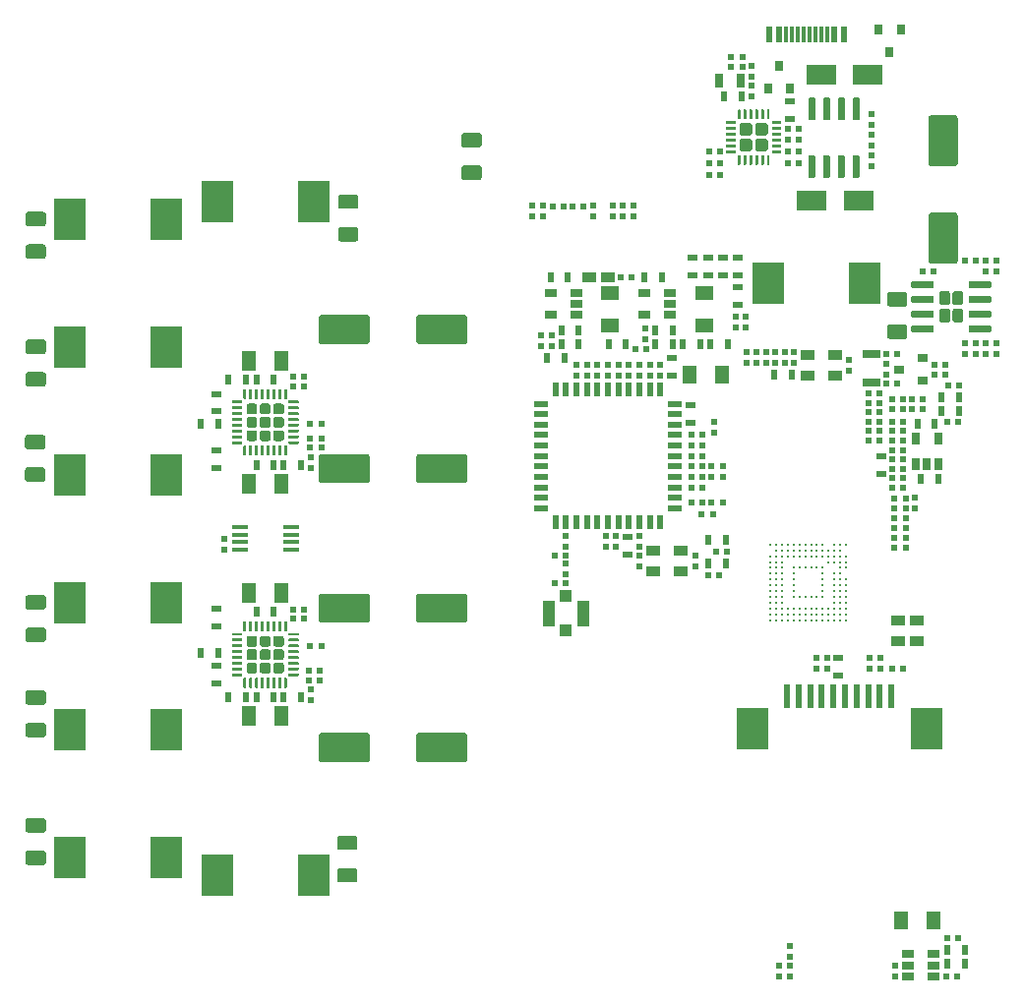
<source format=gtp>
G04 #@! TF.GenerationSoftware,KiCad,Pcbnew,5.1.5+dfsg1-2build2*
G04 #@! TF.CreationDate,2021-03-01T22:52:39+01:00*
G04 #@! TF.ProjectId,OtterCastAmp,4f747465-7243-4617-9374-416d702e6b69,rev?*
G04 #@! TF.SameCoordinates,Original*
G04 #@! TF.FileFunction,Paste,Top*
G04 #@! TF.FilePolarity,Positive*
%FSLAX46Y46*%
G04 Gerber Fmt 4.6, Leading zero omitted, Abs format (unit mm)*
G04 Created by KiCad (PCBNEW 5.1.5+dfsg1-2build2) date 2021-03-01 22:52:39*
%MOMM*%
%LPD*%
G04 APERTURE LIST*
%ADD10C,0.245000*%
%ADD11R,1.060000X0.650000*%
%ADD12R,0.500000X0.600000*%
%ADD13R,0.600000X0.500000*%
%ADD14R,1.200000X1.600000*%
%ADD15R,2.680000X3.600000*%
%ADD16R,0.610000X2.000000*%
%ADD17R,0.800000X0.900000*%
%ADD18R,0.600000X0.900000*%
%ADD19R,1.225000X0.850000*%
%ADD20R,0.900000X0.600000*%
%ADD21R,0.900000X0.800000*%
%ADD22R,1.200000X0.950000*%
%ADD23C,0.100000*%
%ADD24R,2.700000X3.600000*%
%ADD25R,1.250000X1.750000*%
%ADD26R,1.450000X0.450000*%
%ADD27R,1.600000X1.200000*%
%ADD28R,2.500000X1.800000*%
%ADD29R,1.000000X1.000000*%
%ADD30R,1.050000X2.200000*%
%ADD31R,1.500000X0.750000*%
%ADD32R,0.510000X1.200000*%
%ADD33R,1.200000X0.510000*%
%ADD34R,0.650000X1.060000*%
%ADD35R,0.600000X1.450000*%
%ADD36R,0.300000X1.450000*%
%ADD37R,0.700000X1.300000*%
G04 APERTURE END LIST*
D10*
X173490000Y-107030000D03*
X173490000Y-106530000D03*
X173490000Y-106030000D03*
X173490000Y-105530000D03*
X173490000Y-105030000D03*
X173490000Y-104530000D03*
X173490000Y-104030000D03*
X173490000Y-103530000D03*
X173490000Y-103030000D03*
X173490000Y-102530000D03*
X173490000Y-102030000D03*
X173490000Y-101530000D03*
X173490000Y-100530000D03*
X173990000Y-107030000D03*
X173990000Y-106530000D03*
X173990000Y-106030000D03*
X173990000Y-105530000D03*
X173990000Y-105030000D03*
X173990000Y-104530000D03*
X173990000Y-104030000D03*
X173990000Y-103530000D03*
X173990000Y-103030000D03*
X173990000Y-102530000D03*
X173990000Y-102030000D03*
X173990000Y-101530000D03*
X173990000Y-101030000D03*
X173990000Y-100530000D03*
X174490000Y-107030000D03*
X174490000Y-106530000D03*
X174490000Y-106030000D03*
X174490000Y-105530000D03*
X174490000Y-105030000D03*
X174490000Y-104530000D03*
X174490000Y-104030000D03*
X174490000Y-103530000D03*
X174490000Y-103030000D03*
X174490000Y-102530000D03*
X174490000Y-102030000D03*
X174490000Y-101530000D03*
X174490000Y-101030000D03*
X174490000Y-100530000D03*
X174990000Y-107030000D03*
X174990000Y-106530000D03*
X174990000Y-106030000D03*
X174990000Y-101530000D03*
X174990000Y-101030000D03*
X174990000Y-100530000D03*
X175490000Y-107030000D03*
X175490000Y-106530000D03*
X175490000Y-106030000D03*
X175490000Y-105030000D03*
X175490000Y-104530000D03*
X175490000Y-104030000D03*
X175490000Y-103530000D03*
X175490000Y-103030000D03*
X175490000Y-102530000D03*
X175490000Y-101530000D03*
X175490000Y-101030000D03*
X175490000Y-100530000D03*
X175990000Y-107030000D03*
X175990000Y-106530000D03*
X175990000Y-106030000D03*
X175990000Y-105030000D03*
X175990000Y-102530000D03*
X175990000Y-101530000D03*
X175990000Y-101030000D03*
X175990000Y-100530000D03*
X176490000Y-107030000D03*
X176490000Y-106530000D03*
X176490000Y-106030000D03*
X176490000Y-105030000D03*
X176490000Y-102530000D03*
X176490000Y-101530000D03*
X176490000Y-101030000D03*
X176490000Y-100530000D03*
X176990000Y-107030000D03*
X176990000Y-106530000D03*
X176990000Y-106030000D03*
X176990000Y-105030000D03*
X176990000Y-102530000D03*
X176990000Y-101530000D03*
X176990000Y-101030000D03*
X176990000Y-100530000D03*
X177490000Y-107030000D03*
X177490000Y-106530000D03*
X177490000Y-106030000D03*
X177490000Y-105030000D03*
X177490000Y-102530000D03*
X177490000Y-101530000D03*
X177490000Y-101030000D03*
X177490000Y-100530000D03*
X177990000Y-107030000D03*
X177990000Y-106530000D03*
X177990000Y-106030000D03*
X177990000Y-105030000D03*
X177990000Y-104530000D03*
X177990000Y-104030000D03*
X177990000Y-103530000D03*
X177990000Y-103030000D03*
X177990000Y-102530000D03*
X177990000Y-101530000D03*
X177990000Y-101030000D03*
X177990000Y-100530000D03*
X178490000Y-107030000D03*
X178490000Y-106530000D03*
X178490000Y-106030000D03*
X178490000Y-102030000D03*
X178490000Y-101530000D03*
X178490000Y-101030000D03*
X178990000Y-107030000D03*
X178990000Y-106530000D03*
X178990000Y-106030000D03*
X178990000Y-105530000D03*
X178990000Y-105030000D03*
X178990000Y-104530000D03*
X178990000Y-104030000D03*
X178990000Y-103530000D03*
X178990000Y-103030000D03*
X178990000Y-102030000D03*
X178990000Y-101530000D03*
X178990000Y-101030000D03*
X178990000Y-100530000D03*
X179490000Y-107030000D03*
X179490000Y-106530000D03*
X179490000Y-106030000D03*
X179490000Y-105530000D03*
X179490000Y-105030000D03*
X179490000Y-104530000D03*
X179490000Y-104030000D03*
X179490000Y-103530000D03*
X179490000Y-103030000D03*
X179490000Y-102530000D03*
X179490000Y-102030000D03*
X179490000Y-101530000D03*
X179490000Y-101030000D03*
X179490000Y-100530000D03*
X179990000Y-107030000D03*
X179990000Y-106530000D03*
X179990000Y-106030000D03*
X179990000Y-105530000D03*
X179990000Y-105030000D03*
X179990000Y-104530000D03*
X179990000Y-104030000D03*
X179990000Y-103530000D03*
X179990000Y-102530000D03*
X179990000Y-102030000D03*
X179990000Y-101530000D03*
X179990000Y-100530000D03*
D11*
X187550000Y-136750000D03*
X187550000Y-135800000D03*
X187550000Y-137700000D03*
X185350000Y-137700000D03*
X185350000Y-136750000D03*
X185350000Y-135800000D03*
D12*
X177430000Y-110300000D03*
X178370000Y-110300000D03*
X177430000Y-111200000D03*
X178370000Y-111200000D03*
D13*
X184250000Y-136780000D03*
X184250000Y-137720000D03*
D12*
X188630000Y-137700000D03*
X189570000Y-137700000D03*
D13*
X175150000Y-136020000D03*
X175150000Y-135080000D03*
D14*
X184749999Y-132850000D03*
X187549999Y-132850000D03*
D15*
X186890000Y-116350000D03*
X171910000Y-116350000D03*
D16*
X183900000Y-113550000D03*
X182900000Y-113550000D03*
X181900000Y-113550000D03*
X180900000Y-113550000D03*
X179900000Y-113550000D03*
X178900000Y-113550000D03*
X177900000Y-113550000D03*
X176900000Y-113550000D03*
X175900000Y-113550000D03*
X174900000Y-113550000D03*
D17*
X183750000Y-58150000D03*
X182800000Y-56150000D03*
X184700000Y-56150000D03*
D18*
X188700000Y-136650000D03*
X190200000Y-136650000D03*
D13*
X175150000Y-137720000D03*
X175150000Y-136780000D03*
X155900000Y-103120000D03*
X155900000Y-102180000D03*
X170540000Y-81830000D03*
X170540000Y-80890000D03*
X171360000Y-81830000D03*
X171360000Y-80890000D03*
D12*
X160630000Y-77500000D03*
X161570000Y-77500000D03*
D19*
X159512500Y-77500000D03*
X157887500Y-77500000D03*
D20*
X170700000Y-78350000D03*
X170700000Y-79850000D03*
X166800000Y-77350000D03*
X166800000Y-75850000D03*
X168099999Y-77350000D03*
X168099999Y-75850000D03*
X169400000Y-77349999D03*
X169400000Y-75849999D03*
X170700000Y-77350000D03*
X170700000Y-75850000D03*
D13*
X174250000Y-137720000D03*
X174250000Y-136780000D03*
D12*
X189620000Y-134400000D03*
X188680000Y-134400000D03*
D13*
X126500000Y-100030000D03*
X126500000Y-100970000D03*
D21*
X184600000Y-85450000D03*
X186600000Y-84500000D03*
X186600000Y-86400000D03*
D17*
X174250000Y-59300000D03*
X175200000Y-61300000D03*
X173300000Y-61300000D03*
D22*
X163400000Y-101075000D03*
X165800000Y-101075000D03*
X165800000Y-102825000D03*
X163400000Y-102825000D03*
D13*
X162200000Y-101480000D03*
X162200000Y-102420000D03*
X167000000Y-102420000D03*
X167000000Y-101480000D03*
D23*
G36*
X127943626Y-111625301D02*
G01*
X127949693Y-111626201D01*
X127955643Y-111627691D01*
X127961418Y-111629758D01*
X127966962Y-111632380D01*
X127972223Y-111635533D01*
X127977150Y-111639187D01*
X127981694Y-111643306D01*
X127985813Y-111647850D01*
X127989467Y-111652777D01*
X127992620Y-111658038D01*
X127995242Y-111663582D01*
X127997309Y-111669357D01*
X127998799Y-111675307D01*
X127999699Y-111681374D01*
X128000000Y-111687500D01*
X128000000Y-111812500D01*
X127999699Y-111818626D01*
X127998799Y-111824693D01*
X127997309Y-111830643D01*
X127995242Y-111836418D01*
X127992620Y-111841962D01*
X127989467Y-111847223D01*
X127985813Y-111852150D01*
X127981694Y-111856694D01*
X127977150Y-111860813D01*
X127972223Y-111864467D01*
X127966962Y-111867620D01*
X127961418Y-111870242D01*
X127955643Y-111872309D01*
X127949693Y-111873799D01*
X127943626Y-111874699D01*
X127937500Y-111875000D01*
X127187500Y-111875000D01*
X127181374Y-111874699D01*
X127175307Y-111873799D01*
X127169357Y-111872309D01*
X127163582Y-111870242D01*
X127158038Y-111867620D01*
X127152777Y-111864467D01*
X127147850Y-111860813D01*
X127143306Y-111856694D01*
X127139187Y-111852150D01*
X127135533Y-111847223D01*
X127132380Y-111841962D01*
X127129758Y-111836418D01*
X127127691Y-111830643D01*
X127126201Y-111824693D01*
X127125301Y-111818626D01*
X127125000Y-111812500D01*
X127125000Y-111687500D01*
X127125301Y-111681374D01*
X127126201Y-111675307D01*
X127127691Y-111669357D01*
X127129758Y-111663582D01*
X127132380Y-111658038D01*
X127135533Y-111652777D01*
X127139187Y-111647850D01*
X127143306Y-111643306D01*
X127147850Y-111639187D01*
X127152777Y-111635533D01*
X127158038Y-111632380D01*
X127163582Y-111629758D01*
X127169357Y-111627691D01*
X127175307Y-111626201D01*
X127181374Y-111625301D01*
X127187500Y-111625000D01*
X127937500Y-111625000D01*
X127943626Y-111625301D01*
G37*
G36*
X127943626Y-111125301D02*
G01*
X127949693Y-111126201D01*
X127955643Y-111127691D01*
X127961418Y-111129758D01*
X127966962Y-111132380D01*
X127972223Y-111135533D01*
X127977150Y-111139187D01*
X127981694Y-111143306D01*
X127985813Y-111147850D01*
X127989467Y-111152777D01*
X127992620Y-111158038D01*
X127995242Y-111163582D01*
X127997309Y-111169357D01*
X127998799Y-111175307D01*
X127999699Y-111181374D01*
X128000000Y-111187500D01*
X128000000Y-111312500D01*
X127999699Y-111318626D01*
X127998799Y-111324693D01*
X127997309Y-111330643D01*
X127995242Y-111336418D01*
X127992620Y-111341962D01*
X127989467Y-111347223D01*
X127985813Y-111352150D01*
X127981694Y-111356694D01*
X127977150Y-111360813D01*
X127972223Y-111364467D01*
X127966962Y-111367620D01*
X127961418Y-111370242D01*
X127955643Y-111372309D01*
X127949693Y-111373799D01*
X127943626Y-111374699D01*
X127937500Y-111375000D01*
X127187500Y-111375000D01*
X127181374Y-111374699D01*
X127175307Y-111373799D01*
X127169357Y-111372309D01*
X127163582Y-111370242D01*
X127158038Y-111367620D01*
X127152777Y-111364467D01*
X127147850Y-111360813D01*
X127143306Y-111356694D01*
X127139187Y-111352150D01*
X127135533Y-111347223D01*
X127132380Y-111341962D01*
X127129758Y-111336418D01*
X127127691Y-111330643D01*
X127126201Y-111324693D01*
X127125301Y-111318626D01*
X127125000Y-111312500D01*
X127125000Y-111187500D01*
X127125301Y-111181374D01*
X127126201Y-111175307D01*
X127127691Y-111169357D01*
X127129758Y-111163582D01*
X127132380Y-111158038D01*
X127135533Y-111152777D01*
X127139187Y-111147850D01*
X127143306Y-111143306D01*
X127147850Y-111139187D01*
X127152777Y-111135533D01*
X127158038Y-111132380D01*
X127163582Y-111129758D01*
X127169357Y-111127691D01*
X127175307Y-111126201D01*
X127181374Y-111125301D01*
X127187500Y-111125000D01*
X127937500Y-111125000D01*
X127943626Y-111125301D01*
G37*
G36*
X127943626Y-110625301D02*
G01*
X127949693Y-110626201D01*
X127955643Y-110627691D01*
X127961418Y-110629758D01*
X127966962Y-110632380D01*
X127972223Y-110635533D01*
X127977150Y-110639187D01*
X127981694Y-110643306D01*
X127985813Y-110647850D01*
X127989467Y-110652777D01*
X127992620Y-110658038D01*
X127995242Y-110663582D01*
X127997309Y-110669357D01*
X127998799Y-110675307D01*
X127999699Y-110681374D01*
X128000000Y-110687500D01*
X128000000Y-110812500D01*
X127999699Y-110818626D01*
X127998799Y-110824693D01*
X127997309Y-110830643D01*
X127995242Y-110836418D01*
X127992620Y-110841962D01*
X127989467Y-110847223D01*
X127985813Y-110852150D01*
X127981694Y-110856694D01*
X127977150Y-110860813D01*
X127972223Y-110864467D01*
X127966962Y-110867620D01*
X127961418Y-110870242D01*
X127955643Y-110872309D01*
X127949693Y-110873799D01*
X127943626Y-110874699D01*
X127937500Y-110875000D01*
X127187500Y-110875000D01*
X127181374Y-110874699D01*
X127175307Y-110873799D01*
X127169357Y-110872309D01*
X127163582Y-110870242D01*
X127158038Y-110867620D01*
X127152777Y-110864467D01*
X127147850Y-110860813D01*
X127143306Y-110856694D01*
X127139187Y-110852150D01*
X127135533Y-110847223D01*
X127132380Y-110841962D01*
X127129758Y-110836418D01*
X127127691Y-110830643D01*
X127126201Y-110824693D01*
X127125301Y-110818626D01*
X127125000Y-110812500D01*
X127125000Y-110687500D01*
X127125301Y-110681374D01*
X127126201Y-110675307D01*
X127127691Y-110669357D01*
X127129758Y-110663582D01*
X127132380Y-110658038D01*
X127135533Y-110652777D01*
X127139187Y-110647850D01*
X127143306Y-110643306D01*
X127147850Y-110639187D01*
X127152777Y-110635533D01*
X127158038Y-110632380D01*
X127163582Y-110629758D01*
X127169357Y-110627691D01*
X127175307Y-110626201D01*
X127181374Y-110625301D01*
X127187500Y-110625000D01*
X127937500Y-110625000D01*
X127943626Y-110625301D01*
G37*
G36*
X127943626Y-110125301D02*
G01*
X127949693Y-110126201D01*
X127955643Y-110127691D01*
X127961418Y-110129758D01*
X127966962Y-110132380D01*
X127972223Y-110135533D01*
X127977150Y-110139187D01*
X127981694Y-110143306D01*
X127985813Y-110147850D01*
X127989467Y-110152777D01*
X127992620Y-110158038D01*
X127995242Y-110163582D01*
X127997309Y-110169357D01*
X127998799Y-110175307D01*
X127999699Y-110181374D01*
X128000000Y-110187500D01*
X128000000Y-110312500D01*
X127999699Y-110318626D01*
X127998799Y-110324693D01*
X127997309Y-110330643D01*
X127995242Y-110336418D01*
X127992620Y-110341962D01*
X127989467Y-110347223D01*
X127985813Y-110352150D01*
X127981694Y-110356694D01*
X127977150Y-110360813D01*
X127972223Y-110364467D01*
X127966962Y-110367620D01*
X127961418Y-110370242D01*
X127955643Y-110372309D01*
X127949693Y-110373799D01*
X127943626Y-110374699D01*
X127937500Y-110375000D01*
X127187500Y-110375000D01*
X127181374Y-110374699D01*
X127175307Y-110373799D01*
X127169357Y-110372309D01*
X127163582Y-110370242D01*
X127158038Y-110367620D01*
X127152777Y-110364467D01*
X127147850Y-110360813D01*
X127143306Y-110356694D01*
X127139187Y-110352150D01*
X127135533Y-110347223D01*
X127132380Y-110341962D01*
X127129758Y-110336418D01*
X127127691Y-110330643D01*
X127126201Y-110324693D01*
X127125301Y-110318626D01*
X127125000Y-110312500D01*
X127125000Y-110187500D01*
X127125301Y-110181374D01*
X127126201Y-110175307D01*
X127127691Y-110169357D01*
X127129758Y-110163582D01*
X127132380Y-110158038D01*
X127135533Y-110152777D01*
X127139187Y-110147850D01*
X127143306Y-110143306D01*
X127147850Y-110139187D01*
X127152777Y-110135533D01*
X127158038Y-110132380D01*
X127163582Y-110129758D01*
X127169357Y-110127691D01*
X127175307Y-110126201D01*
X127181374Y-110125301D01*
X127187500Y-110125000D01*
X127937500Y-110125000D01*
X127943626Y-110125301D01*
G37*
G36*
X127943626Y-109625301D02*
G01*
X127949693Y-109626201D01*
X127955643Y-109627691D01*
X127961418Y-109629758D01*
X127966962Y-109632380D01*
X127972223Y-109635533D01*
X127977150Y-109639187D01*
X127981694Y-109643306D01*
X127985813Y-109647850D01*
X127989467Y-109652777D01*
X127992620Y-109658038D01*
X127995242Y-109663582D01*
X127997309Y-109669357D01*
X127998799Y-109675307D01*
X127999699Y-109681374D01*
X128000000Y-109687500D01*
X128000000Y-109812500D01*
X127999699Y-109818626D01*
X127998799Y-109824693D01*
X127997309Y-109830643D01*
X127995242Y-109836418D01*
X127992620Y-109841962D01*
X127989467Y-109847223D01*
X127985813Y-109852150D01*
X127981694Y-109856694D01*
X127977150Y-109860813D01*
X127972223Y-109864467D01*
X127966962Y-109867620D01*
X127961418Y-109870242D01*
X127955643Y-109872309D01*
X127949693Y-109873799D01*
X127943626Y-109874699D01*
X127937500Y-109875000D01*
X127187500Y-109875000D01*
X127181374Y-109874699D01*
X127175307Y-109873799D01*
X127169357Y-109872309D01*
X127163582Y-109870242D01*
X127158038Y-109867620D01*
X127152777Y-109864467D01*
X127147850Y-109860813D01*
X127143306Y-109856694D01*
X127139187Y-109852150D01*
X127135533Y-109847223D01*
X127132380Y-109841962D01*
X127129758Y-109836418D01*
X127127691Y-109830643D01*
X127126201Y-109824693D01*
X127125301Y-109818626D01*
X127125000Y-109812500D01*
X127125000Y-109687500D01*
X127125301Y-109681374D01*
X127126201Y-109675307D01*
X127127691Y-109669357D01*
X127129758Y-109663582D01*
X127132380Y-109658038D01*
X127135533Y-109652777D01*
X127139187Y-109647850D01*
X127143306Y-109643306D01*
X127147850Y-109639187D01*
X127152777Y-109635533D01*
X127158038Y-109632380D01*
X127163582Y-109629758D01*
X127169357Y-109627691D01*
X127175307Y-109626201D01*
X127181374Y-109625301D01*
X127187500Y-109625000D01*
X127937500Y-109625000D01*
X127943626Y-109625301D01*
G37*
G36*
X127943626Y-109125301D02*
G01*
X127949693Y-109126201D01*
X127955643Y-109127691D01*
X127961418Y-109129758D01*
X127966962Y-109132380D01*
X127972223Y-109135533D01*
X127977150Y-109139187D01*
X127981694Y-109143306D01*
X127985813Y-109147850D01*
X127989467Y-109152777D01*
X127992620Y-109158038D01*
X127995242Y-109163582D01*
X127997309Y-109169357D01*
X127998799Y-109175307D01*
X127999699Y-109181374D01*
X128000000Y-109187500D01*
X128000000Y-109312500D01*
X127999699Y-109318626D01*
X127998799Y-109324693D01*
X127997309Y-109330643D01*
X127995242Y-109336418D01*
X127992620Y-109341962D01*
X127989467Y-109347223D01*
X127985813Y-109352150D01*
X127981694Y-109356694D01*
X127977150Y-109360813D01*
X127972223Y-109364467D01*
X127966962Y-109367620D01*
X127961418Y-109370242D01*
X127955643Y-109372309D01*
X127949693Y-109373799D01*
X127943626Y-109374699D01*
X127937500Y-109375000D01*
X127187500Y-109375000D01*
X127181374Y-109374699D01*
X127175307Y-109373799D01*
X127169357Y-109372309D01*
X127163582Y-109370242D01*
X127158038Y-109367620D01*
X127152777Y-109364467D01*
X127147850Y-109360813D01*
X127143306Y-109356694D01*
X127139187Y-109352150D01*
X127135533Y-109347223D01*
X127132380Y-109341962D01*
X127129758Y-109336418D01*
X127127691Y-109330643D01*
X127126201Y-109324693D01*
X127125301Y-109318626D01*
X127125000Y-109312500D01*
X127125000Y-109187500D01*
X127125301Y-109181374D01*
X127126201Y-109175307D01*
X127127691Y-109169357D01*
X127129758Y-109163582D01*
X127132380Y-109158038D01*
X127135533Y-109152777D01*
X127139187Y-109147850D01*
X127143306Y-109143306D01*
X127147850Y-109139187D01*
X127152777Y-109135533D01*
X127158038Y-109132380D01*
X127163582Y-109129758D01*
X127169357Y-109127691D01*
X127175307Y-109126201D01*
X127181374Y-109125301D01*
X127187500Y-109125000D01*
X127937500Y-109125000D01*
X127943626Y-109125301D01*
G37*
G36*
X127943626Y-108625301D02*
G01*
X127949693Y-108626201D01*
X127955643Y-108627691D01*
X127961418Y-108629758D01*
X127966962Y-108632380D01*
X127972223Y-108635533D01*
X127977150Y-108639187D01*
X127981694Y-108643306D01*
X127985813Y-108647850D01*
X127989467Y-108652777D01*
X127992620Y-108658038D01*
X127995242Y-108663582D01*
X127997309Y-108669357D01*
X127998799Y-108675307D01*
X127999699Y-108681374D01*
X128000000Y-108687500D01*
X128000000Y-108812500D01*
X127999699Y-108818626D01*
X127998799Y-108824693D01*
X127997309Y-108830643D01*
X127995242Y-108836418D01*
X127992620Y-108841962D01*
X127989467Y-108847223D01*
X127985813Y-108852150D01*
X127981694Y-108856694D01*
X127977150Y-108860813D01*
X127972223Y-108864467D01*
X127966962Y-108867620D01*
X127961418Y-108870242D01*
X127955643Y-108872309D01*
X127949693Y-108873799D01*
X127943626Y-108874699D01*
X127937500Y-108875000D01*
X127187500Y-108875000D01*
X127181374Y-108874699D01*
X127175307Y-108873799D01*
X127169357Y-108872309D01*
X127163582Y-108870242D01*
X127158038Y-108867620D01*
X127152777Y-108864467D01*
X127147850Y-108860813D01*
X127143306Y-108856694D01*
X127139187Y-108852150D01*
X127135533Y-108847223D01*
X127132380Y-108841962D01*
X127129758Y-108836418D01*
X127127691Y-108830643D01*
X127126201Y-108824693D01*
X127125301Y-108818626D01*
X127125000Y-108812500D01*
X127125000Y-108687500D01*
X127125301Y-108681374D01*
X127126201Y-108675307D01*
X127127691Y-108669357D01*
X127129758Y-108663582D01*
X127132380Y-108658038D01*
X127135533Y-108652777D01*
X127139187Y-108647850D01*
X127143306Y-108643306D01*
X127147850Y-108639187D01*
X127152777Y-108635533D01*
X127158038Y-108632380D01*
X127163582Y-108629758D01*
X127169357Y-108627691D01*
X127175307Y-108626201D01*
X127181374Y-108625301D01*
X127187500Y-108625000D01*
X127937500Y-108625000D01*
X127943626Y-108625301D01*
G37*
G36*
X127943626Y-108125301D02*
G01*
X127949693Y-108126201D01*
X127955643Y-108127691D01*
X127961418Y-108129758D01*
X127966962Y-108132380D01*
X127972223Y-108135533D01*
X127977150Y-108139187D01*
X127981694Y-108143306D01*
X127985813Y-108147850D01*
X127989467Y-108152777D01*
X127992620Y-108158038D01*
X127995242Y-108163582D01*
X127997309Y-108169357D01*
X127998799Y-108175307D01*
X127999699Y-108181374D01*
X128000000Y-108187500D01*
X128000000Y-108312500D01*
X127999699Y-108318626D01*
X127998799Y-108324693D01*
X127997309Y-108330643D01*
X127995242Y-108336418D01*
X127992620Y-108341962D01*
X127989467Y-108347223D01*
X127985813Y-108352150D01*
X127981694Y-108356694D01*
X127977150Y-108360813D01*
X127972223Y-108364467D01*
X127966962Y-108367620D01*
X127961418Y-108370242D01*
X127955643Y-108372309D01*
X127949693Y-108373799D01*
X127943626Y-108374699D01*
X127937500Y-108375000D01*
X127187500Y-108375000D01*
X127181374Y-108374699D01*
X127175307Y-108373799D01*
X127169357Y-108372309D01*
X127163582Y-108370242D01*
X127158038Y-108367620D01*
X127152777Y-108364467D01*
X127147850Y-108360813D01*
X127143306Y-108356694D01*
X127139187Y-108352150D01*
X127135533Y-108347223D01*
X127132380Y-108341962D01*
X127129758Y-108336418D01*
X127127691Y-108330643D01*
X127126201Y-108324693D01*
X127125301Y-108318626D01*
X127125000Y-108312500D01*
X127125000Y-108187500D01*
X127125301Y-108181374D01*
X127126201Y-108175307D01*
X127127691Y-108169357D01*
X127129758Y-108163582D01*
X127132380Y-108158038D01*
X127135533Y-108152777D01*
X127139187Y-108147850D01*
X127143306Y-108143306D01*
X127147850Y-108139187D01*
X127152777Y-108135533D01*
X127158038Y-108132380D01*
X127163582Y-108129758D01*
X127169357Y-108127691D01*
X127175307Y-108126201D01*
X127181374Y-108125301D01*
X127187500Y-108125000D01*
X127937500Y-108125000D01*
X127943626Y-108125301D01*
G37*
G36*
X128318626Y-107125301D02*
G01*
X128324693Y-107126201D01*
X128330643Y-107127691D01*
X128336418Y-107129758D01*
X128341962Y-107132380D01*
X128347223Y-107135533D01*
X128352150Y-107139187D01*
X128356694Y-107143306D01*
X128360813Y-107147850D01*
X128364467Y-107152777D01*
X128367620Y-107158038D01*
X128370242Y-107163582D01*
X128372309Y-107169357D01*
X128373799Y-107175307D01*
X128374699Y-107181374D01*
X128375000Y-107187500D01*
X128375000Y-107937500D01*
X128374699Y-107943626D01*
X128373799Y-107949693D01*
X128372309Y-107955643D01*
X128370242Y-107961418D01*
X128367620Y-107966962D01*
X128364467Y-107972223D01*
X128360813Y-107977150D01*
X128356694Y-107981694D01*
X128352150Y-107985813D01*
X128347223Y-107989467D01*
X128341962Y-107992620D01*
X128336418Y-107995242D01*
X128330643Y-107997309D01*
X128324693Y-107998799D01*
X128318626Y-107999699D01*
X128312500Y-108000000D01*
X128187500Y-108000000D01*
X128181374Y-107999699D01*
X128175307Y-107998799D01*
X128169357Y-107997309D01*
X128163582Y-107995242D01*
X128158038Y-107992620D01*
X128152777Y-107989467D01*
X128147850Y-107985813D01*
X128143306Y-107981694D01*
X128139187Y-107977150D01*
X128135533Y-107972223D01*
X128132380Y-107966962D01*
X128129758Y-107961418D01*
X128127691Y-107955643D01*
X128126201Y-107949693D01*
X128125301Y-107943626D01*
X128125000Y-107937500D01*
X128125000Y-107187500D01*
X128125301Y-107181374D01*
X128126201Y-107175307D01*
X128127691Y-107169357D01*
X128129758Y-107163582D01*
X128132380Y-107158038D01*
X128135533Y-107152777D01*
X128139187Y-107147850D01*
X128143306Y-107143306D01*
X128147850Y-107139187D01*
X128152777Y-107135533D01*
X128158038Y-107132380D01*
X128163582Y-107129758D01*
X128169357Y-107127691D01*
X128175307Y-107126201D01*
X128181374Y-107125301D01*
X128187500Y-107125000D01*
X128312500Y-107125000D01*
X128318626Y-107125301D01*
G37*
G36*
X128818626Y-107125301D02*
G01*
X128824693Y-107126201D01*
X128830643Y-107127691D01*
X128836418Y-107129758D01*
X128841962Y-107132380D01*
X128847223Y-107135533D01*
X128852150Y-107139187D01*
X128856694Y-107143306D01*
X128860813Y-107147850D01*
X128864467Y-107152777D01*
X128867620Y-107158038D01*
X128870242Y-107163582D01*
X128872309Y-107169357D01*
X128873799Y-107175307D01*
X128874699Y-107181374D01*
X128875000Y-107187500D01*
X128875000Y-107937500D01*
X128874699Y-107943626D01*
X128873799Y-107949693D01*
X128872309Y-107955643D01*
X128870242Y-107961418D01*
X128867620Y-107966962D01*
X128864467Y-107972223D01*
X128860813Y-107977150D01*
X128856694Y-107981694D01*
X128852150Y-107985813D01*
X128847223Y-107989467D01*
X128841962Y-107992620D01*
X128836418Y-107995242D01*
X128830643Y-107997309D01*
X128824693Y-107998799D01*
X128818626Y-107999699D01*
X128812500Y-108000000D01*
X128687500Y-108000000D01*
X128681374Y-107999699D01*
X128675307Y-107998799D01*
X128669357Y-107997309D01*
X128663582Y-107995242D01*
X128658038Y-107992620D01*
X128652777Y-107989467D01*
X128647850Y-107985813D01*
X128643306Y-107981694D01*
X128639187Y-107977150D01*
X128635533Y-107972223D01*
X128632380Y-107966962D01*
X128629758Y-107961418D01*
X128627691Y-107955643D01*
X128626201Y-107949693D01*
X128625301Y-107943626D01*
X128625000Y-107937500D01*
X128625000Y-107187500D01*
X128625301Y-107181374D01*
X128626201Y-107175307D01*
X128627691Y-107169357D01*
X128629758Y-107163582D01*
X128632380Y-107158038D01*
X128635533Y-107152777D01*
X128639187Y-107147850D01*
X128643306Y-107143306D01*
X128647850Y-107139187D01*
X128652777Y-107135533D01*
X128658038Y-107132380D01*
X128663582Y-107129758D01*
X128669357Y-107127691D01*
X128675307Y-107126201D01*
X128681374Y-107125301D01*
X128687500Y-107125000D01*
X128812500Y-107125000D01*
X128818626Y-107125301D01*
G37*
G36*
X129318626Y-107125301D02*
G01*
X129324693Y-107126201D01*
X129330643Y-107127691D01*
X129336418Y-107129758D01*
X129341962Y-107132380D01*
X129347223Y-107135533D01*
X129352150Y-107139187D01*
X129356694Y-107143306D01*
X129360813Y-107147850D01*
X129364467Y-107152777D01*
X129367620Y-107158038D01*
X129370242Y-107163582D01*
X129372309Y-107169357D01*
X129373799Y-107175307D01*
X129374699Y-107181374D01*
X129375000Y-107187500D01*
X129375000Y-107937500D01*
X129374699Y-107943626D01*
X129373799Y-107949693D01*
X129372309Y-107955643D01*
X129370242Y-107961418D01*
X129367620Y-107966962D01*
X129364467Y-107972223D01*
X129360813Y-107977150D01*
X129356694Y-107981694D01*
X129352150Y-107985813D01*
X129347223Y-107989467D01*
X129341962Y-107992620D01*
X129336418Y-107995242D01*
X129330643Y-107997309D01*
X129324693Y-107998799D01*
X129318626Y-107999699D01*
X129312500Y-108000000D01*
X129187500Y-108000000D01*
X129181374Y-107999699D01*
X129175307Y-107998799D01*
X129169357Y-107997309D01*
X129163582Y-107995242D01*
X129158038Y-107992620D01*
X129152777Y-107989467D01*
X129147850Y-107985813D01*
X129143306Y-107981694D01*
X129139187Y-107977150D01*
X129135533Y-107972223D01*
X129132380Y-107966962D01*
X129129758Y-107961418D01*
X129127691Y-107955643D01*
X129126201Y-107949693D01*
X129125301Y-107943626D01*
X129125000Y-107937500D01*
X129125000Y-107187500D01*
X129125301Y-107181374D01*
X129126201Y-107175307D01*
X129127691Y-107169357D01*
X129129758Y-107163582D01*
X129132380Y-107158038D01*
X129135533Y-107152777D01*
X129139187Y-107147850D01*
X129143306Y-107143306D01*
X129147850Y-107139187D01*
X129152777Y-107135533D01*
X129158038Y-107132380D01*
X129163582Y-107129758D01*
X129169357Y-107127691D01*
X129175307Y-107126201D01*
X129181374Y-107125301D01*
X129187500Y-107125000D01*
X129312500Y-107125000D01*
X129318626Y-107125301D01*
G37*
G36*
X129818626Y-107125301D02*
G01*
X129824693Y-107126201D01*
X129830643Y-107127691D01*
X129836418Y-107129758D01*
X129841962Y-107132380D01*
X129847223Y-107135533D01*
X129852150Y-107139187D01*
X129856694Y-107143306D01*
X129860813Y-107147850D01*
X129864467Y-107152777D01*
X129867620Y-107158038D01*
X129870242Y-107163582D01*
X129872309Y-107169357D01*
X129873799Y-107175307D01*
X129874699Y-107181374D01*
X129875000Y-107187500D01*
X129875000Y-107937500D01*
X129874699Y-107943626D01*
X129873799Y-107949693D01*
X129872309Y-107955643D01*
X129870242Y-107961418D01*
X129867620Y-107966962D01*
X129864467Y-107972223D01*
X129860813Y-107977150D01*
X129856694Y-107981694D01*
X129852150Y-107985813D01*
X129847223Y-107989467D01*
X129841962Y-107992620D01*
X129836418Y-107995242D01*
X129830643Y-107997309D01*
X129824693Y-107998799D01*
X129818626Y-107999699D01*
X129812500Y-108000000D01*
X129687500Y-108000000D01*
X129681374Y-107999699D01*
X129675307Y-107998799D01*
X129669357Y-107997309D01*
X129663582Y-107995242D01*
X129658038Y-107992620D01*
X129652777Y-107989467D01*
X129647850Y-107985813D01*
X129643306Y-107981694D01*
X129639187Y-107977150D01*
X129635533Y-107972223D01*
X129632380Y-107966962D01*
X129629758Y-107961418D01*
X129627691Y-107955643D01*
X129626201Y-107949693D01*
X129625301Y-107943626D01*
X129625000Y-107937500D01*
X129625000Y-107187500D01*
X129625301Y-107181374D01*
X129626201Y-107175307D01*
X129627691Y-107169357D01*
X129629758Y-107163582D01*
X129632380Y-107158038D01*
X129635533Y-107152777D01*
X129639187Y-107147850D01*
X129643306Y-107143306D01*
X129647850Y-107139187D01*
X129652777Y-107135533D01*
X129658038Y-107132380D01*
X129663582Y-107129758D01*
X129669357Y-107127691D01*
X129675307Y-107126201D01*
X129681374Y-107125301D01*
X129687500Y-107125000D01*
X129812500Y-107125000D01*
X129818626Y-107125301D01*
G37*
G36*
X130318626Y-107125301D02*
G01*
X130324693Y-107126201D01*
X130330643Y-107127691D01*
X130336418Y-107129758D01*
X130341962Y-107132380D01*
X130347223Y-107135533D01*
X130352150Y-107139187D01*
X130356694Y-107143306D01*
X130360813Y-107147850D01*
X130364467Y-107152777D01*
X130367620Y-107158038D01*
X130370242Y-107163582D01*
X130372309Y-107169357D01*
X130373799Y-107175307D01*
X130374699Y-107181374D01*
X130375000Y-107187500D01*
X130375000Y-107937500D01*
X130374699Y-107943626D01*
X130373799Y-107949693D01*
X130372309Y-107955643D01*
X130370242Y-107961418D01*
X130367620Y-107966962D01*
X130364467Y-107972223D01*
X130360813Y-107977150D01*
X130356694Y-107981694D01*
X130352150Y-107985813D01*
X130347223Y-107989467D01*
X130341962Y-107992620D01*
X130336418Y-107995242D01*
X130330643Y-107997309D01*
X130324693Y-107998799D01*
X130318626Y-107999699D01*
X130312500Y-108000000D01*
X130187500Y-108000000D01*
X130181374Y-107999699D01*
X130175307Y-107998799D01*
X130169357Y-107997309D01*
X130163582Y-107995242D01*
X130158038Y-107992620D01*
X130152777Y-107989467D01*
X130147850Y-107985813D01*
X130143306Y-107981694D01*
X130139187Y-107977150D01*
X130135533Y-107972223D01*
X130132380Y-107966962D01*
X130129758Y-107961418D01*
X130127691Y-107955643D01*
X130126201Y-107949693D01*
X130125301Y-107943626D01*
X130125000Y-107937500D01*
X130125000Y-107187500D01*
X130125301Y-107181374D01*
X130126201Y-107175307D01*
X130127691Y-107169357D01*
X130129758Y-107163582D01*
X130132380Y-107158038D01*
X130135533Y-107152777D01*
X130139187Y-107147850D01*
X130143306Y-107143306D01*
X130147850Y-107139187D01*
X130152777Y-107135533D01*
X130158038Y-107132380D01*
X130163582Y-107129758D01*
X130169357Y-107127691D01*
X130175307Y-107126201D01*
X130181374Y-107125301D01*
X130187500Y-107125000D01*
X130312500Y-107125000D01*
X130318626Y-107125301D01*
G37*
G36*
X130818626Y-107125301D02*
G01*
X130824693Y-107126201D01*
X130830643Y-107127691D01*
X130836418Y-107129758D01*
X130841962Y-107132380D01*
X130847223Y-107135533D01*
X130852150Y-107139187D01*
X130856694Y-107143306D01*
X130860813Y-107147850D01*
X130864467Y-107152777D01*
X130867620Y-107158038D01*
X130870242Y-107163582D01*
X130872309Y-107169357D01*
X130873799Y-107175307D01*
X130874699Y-107181374D01*
X130875000Y-107187500D01*
X130875000Y-107937500D01*
X130874699Y-107943626D01*
X130873799Y-107949693D01*
X130872309Y-107955643D01*
X130870242Y-107961418D01*
X130867620Y-107966962D01*
X130864467Y-107972223D01*
X130860813Y-107977150D01*
X130856694Y-107981694D01*
X130852150Y-107985813D01*
X130847223Y-107989467D01*
X130841962Y-107992620D01*
X130836418Y-107995242D01*
X130830643Y-107997309D01*
X130824693Y-107998799D01*
X130818626Y-107999699D01*
X130812500Y-108000000D01*
X130687500Y-108000000D01*
X130681374Y-107999699D01*
X130675307Y-107998799D01*
X130669357Y-107997309D01*
X130663582Y-107995242D01*
X130658038Y-107992620D01*
X130652777Y-107989467D01*
X130647850Y-107985813D01*
X130643306Y-107981694D01*
X130639187Y-107977150D01*
X130635533Y-107972223D01*
X130632380Y-107966962D01*
X130629758Y-107961418D01*
X130627691Y-107955643D01*
X130626201Y-107949693D01*
X130625301Y-107943626D01*
X130625000Y-107937500D01*
X130625000Y-107187500D01*
X130625301Y-107181374D01*
X130626201Y-107175307D01*
X130627691Y-107169357D01*
X130629758Y-107163582D01*
X130632380Y-107158038D01*
X130635533Y-107152777D01*
X130639187Y-107147850D01*
X130643306Y-107143306D01*
X130647850Y-107139187D01*
X130652777Y-107135533D01*
X130658038Y-107132380D01*
X130663582Y-107129758D01*
X130669357Y-107127691D01*
X130675307Y-107126201D01*
X130681374Y-107125301D01*
X130687500Y-107125000D01*
X130812500Y-107125000D01*
X130818626Y-107125301D01*
G37*
G36*
X131318626Y-107125301D02*
G01*
X131324693Y-107126201D01*
X131330643Y-107127691D01*
X131336418Y-107129758D01*
X131341962Y-107132380D01*
X131347223Y-107135533D01*
X131352150Y-107139187D01*
X131356694Y-107143306D01*
X131360813Y-107147850D01*
X131364467Y-107152777D01*
X131367620Y-107158038D01*
X131370242Y-107163582D01*
X131372309Y-107169357D01*
X131373799Y-107175307D01*
X131374699Y-107181374D01*
X131375000Y-107187500D01*
X131375000Y-107937500D01*
X131374699Y-107943626D01*
X131373799Y-107949693D01*
X131372309Y-107955643D01*
X131370242Y-107961418D01*
X131367620Y-107966962D01*
X131364467Y-107972223D01*
X131360813Y-107977150D01*
X131356694Y-107981694D01*
X131352150Y-107985813D01*
X131347223Y-107989467D01*
X131341962Y-107992620D01*
X131336418Y-107995242D01*
X131330643Y-107997309D01*
X131324693Y-107998799D01*
X131318626Y-107999699D01*
X131312500Y-108000000D01*
X131187500Y-108000000D01*
X131181374Y-107999699D01*
X131175307Y-107998799D01*
X131169357Y-107997309D01*
X131163582Y-107995242D01*
X131158038Y-107992620D01*
X131152777Y-107989467D01*
X131147850Y-107985813D01*
X131143306Y-107981694D01*
X131139187Y-107977150D01*
X131135533Y-107972223D01*
X131132380Y-107966962D01*
X131129758Y-107961418D01*
X131127691Y-107955643D01*
X131126201Y-107949693D01*
X131125301Y-107943626D01*
X131125000Y-107937500D01*
X131125000Y-107187500D01*
X131125301Y-107181374D01*
X131126201Y-107175307D01*
X131127691Y-107169357D01*
X131129758Y-107163582D01*
X131132380Y-107158038D01*
X131135533Y-107152777D01*
X131139187Y-107147850D01*
X131143306Y-107143306D01*
X131147850Y-107139187D01*
X131152777Y-107135533D01*
X131158038Y-107132380D01*
X131163582Y-107129758D01*
X131169357Y-107127691D01*
X131175307Y-107126201D01*
X131181374Y-107125301D01*
X131187500Y-107125000D01*
X131312500Y-107125000D01*
X131318626Y-107125301D01*
G37*
G36*
X131818626Y-107125301D02*
G01*
X131824693Y-107126201D01*
X131830643Y-107127691D01*
X131836418Y-107129758D01*
X131841962Y-107132380D01*
X131847223Y-107135533D01*
X131852150Y-107139187D01*
X131856694Y-107143306D01*
X131860813Y-107147850D01*
X131864467Y-107152777D01*
X131867620Y-107158038D01*
X131870242Y-107163582D01*
X131872309Y-107169357D01*
X131873799Y-107175307D01*
X131874699Y-107181374D01*
X131875000Y-107187500D01*
X131875000Y-107937500D01*
X131874699Y-107943626D01*
X131873799Y-107949693D01*
X131872309Y-107955643D01*
X131870242Y-107961418D01*
X131867620Y-107966962D01*
X131864467Y-107972223D01*
X131860813Y-107977150D01*
X131856694Y-107981694D01*
X131852150Y-107985813D01*
X131847223Y-107989467D01*
X131841962Y-107992620D01*
X131836418Y-107995242D01*
X131830643Y-107997309D01*
X131824693Y-107998799D01*
X131818626Y-107999699D01*
X131812500Y-108000000D01*
X131687500Y-108000000D01*
X131681374Y-107999699D01*
X131675307Y-107998799D01*
X131669357Y-107997309D01*
X131663582Y-107995242D01*
X131658038Y-107992620D01*
X131652777Y-107989467D01*
X131647850Y-107985813D01*
X131643306Y-107981694D01*
X131639187Y-107977150D01*
X131635533Y-107972223D01*
X131632380Y-107966962D01*
X131629758Y-107961418D01*
X131627691Y-107955643D01*
X131626201Y-107949693D01*
X131625301Y-107943626D01*
X131625000Y-107937500D01*
X131625000Y-107187500D01*
X131625301Y-107181374D01*
X131626201Y-107175307D01*
X131627691Y-107169357D01*
X131629758Y-107163582D01*
X131632380Y-107158038D01*
X131635533Y-107152777D01*
X131639187Y-107147850D01*
X131643306Y-107143306D01*
X131647850Y-107139187D01*
X131652777Y-107135533D01*
X131658038Y-107132380D01*
X131663582Y-107129758D01*
X131669357Y-107127691D01*
X131675307Y-107126201D01*
X131681374Y-107125301D01*
X131687500Y-107125000D01*
X131812500Y-107125000D01*
X131818626Y-107125301D01*
G37*
G36*
X132818626Y-108125301D02*
G01*
X132824693Y-108126201D01*
X132830643Y-108127691D01*
X132836418Y-108129758D01*
X132841962Y-108132380D01*
X132847223Y-108135533D01*
X132852150Y-108139187D01*
X132856694Y-108143306D01*
X132860813Y-108147850D01*
X132864467Y-108152777D01*
X132867620Y-108158038D01*
X132870242Y-108163582D01*
X132872309Y-108169357D01*
X132873799Y-108175307D01*
X132874699Y-108181374D01*
X132875000Y-108187500D01*
X132875000Y-108312500D01*
X132874699Y-108318626D01*
X132873799Y-108324693D01*
X132872309Y-108330643D01*
X132870242Y-108336418D01*
X132867620Y-108341962D01*
X132864467Y-108347223D01*
X132860813Y-108352150D01*
X132856694Y-108356694D01*
X132852150Y-108360813D01*
X132847223Y-108364467D01*
X132841962Y-108367620D01*
X132836418Y-108370242D01*
X132830643Y-108372309D01*
X132824693Y-108373799D01*
X132818626Y-108374699D01*
X132812500Y-108375000D01*
X132062500Y-108375000D01*
X132056374Y-108374699D01*
X132050307Y-108373799D01*
X132044357Y-108372309D01*
X132038582Y-108370242D01*
X132033038Y-108367620D01*
X132027777Y-108364467D01*
X132022850Y-108360813D01*
X132018306Y-108356694D01*
X132014187Y-108352150D01*
X132010533Y-108347223D01*
X132007380Y-108341962D01*
X132004758Y-108336418D01*
X132002691Y-108330643D01*
X132001201Y-108324693D01*
X132000301Y-108318626D01*
X132000000Y-108312500D01*
X132000000Y-108187500D01*
X132000301Y-108181374D01*
X132001201Y-108175307D01*
X132002691Y-108169357D01*
X132004758Y-108163582D01*
X132007380Y-108158038D01*
X132010533Y-108152777D01*
X132014187Y-108147850D01*
X132018306Y-108143306D01*
X132022850Y-108139187D01*
X132027777Y-108135533D01*
X132033038Y-108132380D01*
X132038582Y-108129758D01*
X132044357Y-108127691D01*
X132050307Y-108126201D01*
X132056374Y-108125301D01*
X132062500Y-108125000D01*
X132812500Y-108125000D01*
X132818626Y-108125301D01*
G37*
G36*
X132818626Y-108625301D02*
G01*
X132824693Y-108626201D01*
X132830643Y-108627691D01*
X132836418Y-108629758D01*
X132841962Y-108632380D01*
X132847223Y-108635533D01*
X132852150Y-108639187D01*
X132856694Y-108643306D01*
X132860813Y-108647850D01*
X132864467Y-108652777D01*
X132867620Y-108658038D01*
X132870242Y-108663582D01*
X132872309Y-108669357D01*
X132873799Y-108675307D01*
X132874699Y-108681374D01*
X132875000Y-108687500D01*
X132875000Y-108812500D01*
X132874699Y-108818626D01*
X132873799Y-108824693D01*
X132872309Y-108830643D01*
X132870242Y-108836418D01*
X132867620Y-108841962D01*
X132864467Y-108847223D01*
X132860813Y-108852150D01*
X132856694Y-108856694D01*
X132852150Y-108860813D01*
X132847223Y-108864467D01*
X132841962Y-108867620D01*
X132836418Y-108870242D01*
X132830643Y-108872309D01*
X132824693Y-108873799D01*
X132818626Y-108874699D01*
X132812500Y-108875000D01*
X132062500Y-108875000D01*
X132056374Y-108874699D01*
X132050307Y-108873799D01*
X132044357Y-108872309D01*
X132038582Y-108870242D01*
X132033038Y-108867620D01*
X132027777Y-108864467D01*
X132022850Y-108860813D01*
X132018306Y-108856694D01*
X132014187Y-108852150D01*
X132010533Y-108847223D01*
X132007380Y-108841962D01*
X132004758Y-108836418D01*
X132002691Y-108830643D01*
X132001201Y-108824693D01*
X132000301Y-108818626D01*
X132000000Y-108812500D01*
X132000000Y-108687500D01*
X132000301Y-108681374D01*
X132001201Y-108675307D01*
X132002691Y-108669357D01*
X132004758Y-108663582D01*
X132007380Y-108658038D01*
X132010533Y-108652777D01*
X132014187Y-108647850D01*
X132018306Y-108643306D01*
X132022850Y-108639187D01*
X132027777Y-108635533D01*
X132033038Y-108632380D01*
X132038582Y-108629758D01*
X132044357Y-108627691D01*
X132050307Y-108626201D01*
X132056374Y-108625301D01*
X132062500Y-108625000D01*
X132812500Y-108625000D01*
X132818626Y-108625301D01*
G37*
G36*
X132818626Y-109125301D02*
G01*
X132824693Y-109126201D01*
X132830643Y-109127691D01*
X132836418Y-109129758D01*
X132841962Y-109132380D01*
X132847223Y-109135533D01*
X132852150Y-109139187D01*
X132856694Y-109143306D01*
X132860813Y-109147850D01*
X132864467Y-109152777D01*
X132867620Y-109158038D01*
X132870242Y-109163582D01*
X132872309Y-109169357D01*
X132873799Y-109175307D01*
X132874699Y-109181374D01*
X132875000Y-109187500D01*
X132875000Y-109312500D01*
X132874699Y-109318626D01*
X132873799Y-109324693D01*
X132872309Y-109330643D01*
X132870242Y-109336418D01*
X132867620Y-109341962D01*
X132864467Y-109347223D01*
X132860813Y-109352150D01*
X132856694Y-109356694D01*
X132852150Y-109360813D01*
X132847223Y-109364467D01*
X132841962Y-109367620D01*
X132836418Y-109370242D01*
X132830643Y-109372309D01*
X132824693Y-109373799D01*
X132818626Y-109374699D01*
X132812500Y-109375000D01*
X132062500Y-109375000D01*
X132056374Y-109374699D01*
X132050307Y-109373799D01*
X132044357Y-109372309D01*
X132038582Y-109370242D01*
X132033038Y-109367620D01*
X132027777Y-109364467D01*
X132022850Y-109360813D01*
X132018306Y-109356694D01*
X132014187Y-109352150D01*
X132010533Y-109347223D01*
X132007380Y-109341962D01*
X132004758Y-109336418D01*
X132002691Y-109330643D01*
X132001201Y-109324693D01*
X132000301Y-109318626D01*
X132000000Y-109312500D01*
X132000000Y-109187500D01*
X132000301Y-109181374D01*
X132001201Y-109175307D01*
X132002691Y-109169357D01*
X132004758Y-109163582D01*
X132007380Y-109158038D01*
X132010533Y-109152777D01*
X132014187Y-109147850D01*
X132018306Y-109143306D01*
X132022850Y-109139187D01*
X132027777Y-109135533D01*
X132033038Y-109132380D01*
X132038582Y-109129758D01*
X132044357Y-109127691D01*
X132050307Y-109126201D01*
X132056374Y-109125301D01*
X132062500Y-109125000D01*
X132812500Y-109125000D01*
X132818626Y-109125301D01*
G37*
G36*
X132818626Y-109625301D02*
G01*
X132824693Y-109626201D01*
X132830643Y-109627691D01*
X132836418Y-109629758D01*
X132841962Y-109632380D01*
X132847223Y-109635533D01*
X132852150Y-109639187D01*
X132856694Y-109643306D01*
X132860813Y-109647850D01*
X132864467Y-109652777D01*
X132867620Y-109658038D01*
X132870242Y-109663582D01*
X132872309Y-109669357D01*
X132873799Y-109675307D01*
X132874699Y-109681374D01*
X132875000Y-109687500D01*
X132875000Y-109812500D01*
X132874699Y-109818626D01*
X132873799Y-109824693D01*
X132872309Y-109830643D01*
X132870242Y-109836418D01*
X132867620Y-109841962D01*
X132864467Y-109847223D01*
X132860813Y-109852150D01*
X132856694Y-109856694D01*
X132852150Y-109860813D01*
X132847223Y-109864467D01*
X132841962Y-109867620D01*
X132836418Y-109870242D01*
X132830643Y-109872309D01*
X132824693Y-109873799D01*
X132818626Y-109874699D01*
X132812500Y-109875000D01*
X132062500Y-109875000D01*
X132056374Y-109874699D01*
X132050307Y-109873799D01*
X132044357Y-109872309D01*
X132038582Y-109870242D01*
X132033038Y-109867620D01*
X132027777Y-109864467D01*
X132022850Y-109860813D01*
X132018306Y-109856694D01*
X132014187Y-109852150D01*
X132010533Y-109847223D01*
X132007380Y-109841962D01*
X132004758Y-109836418D01*
X132002691Y-109830643D01*
X132001201Y-109824693D01*
X132000301Y-109818626D01*
X132000000Y-109812500D01*
X132000000Y-109687500D01*
X132000301Y-109681374D01*
X132001201Y-109675307D01*
X132002691Y-109669357D01*
X132004758Y-109663582D01*
X132007380Y-109658038D01*
X132010533Y-109652777D01*
X132014187Y-109647850D01*
X132018306Y-109643306D01*
X132022850Y-109639187D01*
X132027777Y-109635533D01*
X132033038Y-109632380D01*
X132038582Y-109629758D01*
X132044357Y-109627691D01*
X132050307Y-109626201D01*
X132056374Y-109625301D01*
X132062500Y-109625000D01*
X132812500Y-109625000D01*
X132818626Y-109625301D01*
G37*
G36*
X132818626Y-110125301D02*
G01*
X132824693Y-110126201D01*
X132830643Y-110127691D01*
X132836418Y-110129758D01*
X132841962Y-110132380D01*
X132847223Y-110135533D01*
X132852150Y-110139187D01*
X132856694Y-110143306D01*
X132860813Y-110147850D01*
X132864467Y-110152777D01*
X132867620Y-110158038D01*
X132870242Y-110163582D01*
X132872309Y-110169357D01*
X132873799Y-110175307D01*
X132874699Y-110181374D01*
X132875000Y-110187500D01*
X132875000Y-110312500D01*
X132874699Y-110318626D01*
X132873799Y-110324693D01*
X132872309Y-110330643D01*
X132870242Y-110336418D01*
X132867620Y-110341962D01*
X132864467Y-110347223D01*
X132860813Y-110352150D01*
X132856694Y-110356694D01*
X132852150Y-110360813D01*
X132847223Y-110364467D01*
X132841962Y-110367620D01*
X132836418Y-110370242D01*
X132830643Y-110372309D01*
X132824693Y-110373799D01*
X132818626Y-110374699D01*
X132812500Y-110375000D01*
X132062500Y-110375000D01*
X132056374Y-110374699D01*
X132050307Y-110373799D01*
X132044357Y-110372309D01*
X132038582Y-110370242D01*
X132033038Y-110367620D01*
X132027777Y-110364467D01*
X132022850Y-110360813D01*
X132018306Y-110356694D01*
X132014187Y-110352150D01*
X132010533Y-110347223D01*
X132007380Y-110341962D01*
X132004758Y-110336418D01*
X132002691Y-110330643D01*
X132001201Y-110324693D01*
X132000301Y-110318626D01*
X132000000Y-110312500D01*
X132000000Y-110187500D01*
X132000301Y-110181374D01*
X132001201Y-110175307D01*
X132002691Y-110169357D01*
X132004758Y-110163582D01*
X132007380Y-110158038D01*
X132010533Y-110152777D01*
X132014187Y-110147850D01*
X132018306Y-110143306D01*
X132022850Y-110139187D01*
X132027777Y-110135533D01*
X132033038Y-110132380D01*
X132038582Y-110129758D01*
X132044357Y-110127691D01*
X132050307Y-110126201D01*
X132056374Y-110125301D01*
X132062500Y-110125000D01*
X132812500Y-110125000D01*
X132818626Y-110125301D01*
G37*
G36*
X132818626Y-110625301D02*
G01*
X132824693Y-110626201D01*
X132830643Y-110627691D01*
X132836418Y-110629758D01*
X132841962Y-110632380D01*
X132847223Y-110635533D01*
X132852150Y-110639187D01*
X132856694Y-110643306D01*
X132860813Y-110647850D01*
X132864467Y-110652777D01*
X132867620Y-110658038D01*
X132870242Y-110663582D01*
X132872309Y-110669357D01*
X132873799Y-110675307D01*
X132874699Y-110681374D01*
X132875000Y-110687500D01*
X132875000Y-110812500D01*
X132874699Y-110818626D01*
X132873799Y-110824693D01*
X132872309Y-110830643D01*
X132870242Y-110836418D01*
X132867620Y-110841962D01*
X132864467Y-110847223D01*
X132860813Y-110852150D01*
X132856694Y-110856694D01*
X132852150Y-110860813D01*
X132847223Y-110864467D01*
X132841962Y-110867620D01*
X132836418Y-110870242D01*
X132830643Y-110872309D01*
X132824693Y-110873799D01*
X132818626Y-110874699D01*
X132812500Y-110875000D01*
X132062500Y-110875000D01*
X132056374Y-110874699D01*
X132050307Y-110873799D01*
X132044357Y-110872309D01*
X132038582Y-110870242D01*
X132033038Y-110867620D01*
X132027777Y-110864467D01*
X132022850Y-110860813D01*
X132018306Y-110856694D01*
X132014187Y-110852150D01*
X132010533Y-110847223D01*
X132007380Y-110841962D01*
X132004758Y-110836418D01*
X132002691Y-110830643D01*
X132001201Y-110824693D01*
X132000301Y-110818626D01*
X132000000Y-110812500D01*
X132000000Y-110687500D01*
X132000301Y-110681374D01*
X132001201Y-110675307D01*
X132002691Y-110669357D01*
X132004758Y-110663582D01*
X132007380Y-110658038D01*
X132010533Y-110652777D01*
X132014187Y-110647850D01*
X132018306Y-110643306D01*
X132022850Y-110639187D01*
X132027777Y-110635533D01*
X132033038Y-110632380D01*
X132038582Y-110629758D01*
X132044357Y-110627691D01*
X132050307Y-110626201D01*
X132056374Y-110625301D01*
X132062500Y-110625000D01*
X132812500Y-110625000D01*
X132818626Y-110625301D01*
G37*
G36*
X132818626Y-111125301D02*
G01*
X132824693Y-111126201D01*
X132830643Y-111127691D01*
X132836418Y-111129758D01*
X132841962Y-111132380D01*
X132847223Y-111135533D01*
X132852150Y-111139187D01*
X132856694Y-111143306D01*
X132860813Y-111147850D01*
X132864467Y-111152777D01*
X132867620Y-111158038D01*
X132870242Y-111163582D01*
X132872309Y-111169357D01*
X132873799Y-111175307D01*
X132874699Y-111181374D01*
X132875000Y-111187500D01*
X132875000Y-111312500D01*
X132874699Y-111318626D01*
X132873799Y-111324693D01*
X132872309Y-111330643D01*
X132870242Y-111336418D01*
X132867620Y-111341962D01*
X132864467Y-111347223D01*
X132860813Y-111352150D01*
X132856694Y-111356694D01*
X132852150Y-111360813D01*
X132847223Y-111364467D01*
X132841962Y-111367620D01*
X132836418Y-111370242D01*
X132830643Y-111372309D01*
X132824693Y-111373799D01*
X132818626Y-111374699D01*
X132812500Y-111375000D01*
X132062500Y-111375000D01*
X132056374Y-111374699D01*
X132050307Y-111373799D01*
X132044357Y-111372309D01*
X132038582Y-111370242D01*
X132033038Y-111367620D01*
X132027777Y-111364467D01*
X132022850Y-111360813D01*
X132018306Y-111356694D01*
X132014187Y-111352150D01*
X132010533Y-111347223D01*
X132007380Y-111341962D01*
X132004758Y-111336418D01*
X132002691Y-111330643D01*
X132001201Y-111324693D01*
X132000301Y-111318626D01*
X132000000Y-111312500D01*
X132000000Y-111187500D01*
X132000301Y-111181374D01*
X132001201Y-111175307D01*
X132002691Y-111169357D01*
X132004758Y-111163582D01*
X132007380Y-111158038D01*
X132010533Y-111152777D01*
X132014187Y-111147850D01*
X132018306Y-111143306D01*
X132022850Y-111139187D01*
X132027777Y-111135533D01*
X132033038Y-111132380D01*
X132038582Y-111129758D01*
X132044357Y-111127691D01*
X132050307Y-111126201D01*
X132056374Y-111125301D01*
X132062500Y-111125000D01*
X132812500Y-111125000D01*
X132818626Y-111125301D01*
G37*
G36*
X132818626Y-111625301D02*
G01*
X132824693Y-111626201D01*
X132830643Y-111627691D01*
X132836418Y-111629758D01*
X132841962Y-111632380D01*
X132847223Y-111635533D01*
X132852150Y-111639187D01*
X132856694Y-111643306D01*
X132860813Y-111647850D01*
X132864467Y-111652777D01*
X132867620Y-111658038D01*
X132870242Y-111663582D01*
X132872309Y-111669357D01*
X132873799Y-111675307D01*
X132874699Y-111681374D01*
X132875000Y-111687500D01*
X132875000Y-111812500D01*
X132874699Y-111818626D01*
X132873799Y-111824693D01*
X132872309Y-111830643D01*
X132870242Y-111836418D01*
X132867620Y-111841962D01*
X132864467Y-111847223D01*
X132860813Y-111852150D01*
X132856694Y-111856694D01*
X132852150Y-111860813D01*
X132847223Y-111864467D01*
X132841962Y-111867620D01*
X132836418Y-111870242D01*
X132830643Y-111872309D01*
X132824693Y-111873799D01*
X132818626Y-111874699D01*
X132812500Y-111875000D01*
X132062500Y-111875000D01*
X132056374Y-111874699D01*
X132050307Y-111873799D01*
X132044357Y-111872309D01*
X132038582Y-111870242D01*
X132033038Y-111867620D01*
X132027777Y-111864467D01*
X132022850Y-111860813D01*
X132018306Y-111856694D01*
X132014187Y-111852150D01*
X132010533Y-111847223D01*
X132007380Y-111841962D01*
X132004758Y-111836418D01*
X132002691Y-111830643D01*
X132001201Y-111824693D01*
X132000301Y-111818626D01*
X132000000Y-111812500D01*
X132000000Y-111687500D01*
X132000301Y-111681374D01*
X132001201Y-111675307D01*
X132002691Y-111669357D01*
X132004758Y-111663582D01*
X132007380Y-111658038D01*
X132010533Y-111652777D01*
X132014187Y-111647850D01*
X132018306Y-111643306D01*
X132022850Y-111639187D01*
X132027777Y-111635533D01*
X132033038Y-111632380D01*
X132038582Y-111629758D01*
X132044357Y-111627691D01*
X132050307Y-111626201D01*
X132056374Y-111625301D01*
X132062500Y-111625000D01*
X132812500Y-111625000D01*
X132818626Y-111625301D01*
G37*
G36*
X131818626Y-112000301D02*
G01*
X131824693Y-112001201D01*
X131830643Y-112002691D01*
X131836418Y-112004758D01*
X131841962Y-112007380D01*
X131847223Y-112010533D01*
X131852150Y-112014187D01*
X131856694Y-112018306D01*
X131860813Y-112022850D01*
X131864467Y-112027777D01*
X131867620Y-112033038D01*
X131870242Y-112038582D01*
X131872309Y-112044357D01*
X131873799Y-112050307D01*
X131874699Y-112056374D01*
X131875000Y-112062500D01*
X131875000Y-112812500D01*
X131874699Y-112818626D01*
X131873799Y-112824693D01*
X131872309Y-112830643D01*
X131870242Y-112836418D01*
X131867620Y-112841962D01*
X131864467Y-112847223D01*
X131860813Y-112852150D01*
X131856694Y-112856694D01*
X131852150Y-112860813D01*
X131847223Y-112864467D01*
X131841962Y-112867620D01*
X131836418Y-112870242D01*
X131830643Y-112872309D01*
X131824693Y-112873799D01*
X131818626Y-112874699D01*
X131812500Y-112875000D01*
X131687500Y-112875000D01*
X131681374Y-112874699D01*
X131675307Y-112873799D01*
X131669357Y-112872309D01*
X131663582Y-112870242D01*
X131658038Y-112867620D01*
X131652777Y-112864467D01*
X131647850Y-112860813D01*
X131643306Y-112856694D01*
X131639187Y-112852150D01*
X131635533Y-112847223D01*
X131632380Y-112841962D01*
X131629758Y-112836418D01*
X131627691Y-112830643D01*
X131626201Y-112824693D01*
X131625301Y-112818626D01*
X131625000Y-112812500D01*
X131625000Y-112062500D01*
X131625301Y-112056374D01*
X131626201Y-112050307D01*
X131627691Y-112044357D01*
X131629758Y-112038582D01*
X131632380Y-112033038D01*
X131635533Y-112027777D01*
X131639187Y-112022850D01*
X131643306Y-112018306D01*
X131647850Y-112014187D01*
X131652777Y-112010533D01*
X131658038Y-112007380D01*
X131663582Y-112004758D01*
X131669357Y-112002691D01*
X131675307Y-112001201D01*
X131681374Y-112000301D01*
X131687500Y-112000000D01*
X131812500Y-112000000D01*
X131818626Y-112000301D01*
G37*
G36*
X131318626Y-112000301D02*
G01*
X131324693Y-112001201D01*
X131330643Y-112002691D01*
X131336418Y-112004758D01*
X131341962Y-112007380D01*
X131347223Y-112010533D01*
X131352150Y-112014187D01*
X131356694Y-112018306D01*
X131360813Y-112022850D01*
X131364467Y-112027777D01*
X131367620Y-112033038D01*
X131370242Y-112038582D01*
X131372309Y-112044357D01*
X131373799Y-112050307D01*
X131374699Y-112056374D01*
X131375000Y-112062500D01*
X131375000Y-112812500D01*
X131374699Y-112818626D01*
X131373799Y-112824693D01*
X131372309Y-112830643D01*
X131370242Y-112836418D01*
X131367620Y-112841962D01*
X131364467Y-112847223D01*
X131360813Y-112852150D01*
X131356694Y-112856694D01*
X131352150Y-112860813D01*
X131347223Y-112864467D01*
X131341962Y-112867620D01*
X131336418Y-112870242D01*
X131330643Y-112872309D01*
X131324693Y-112873799D01*
X131318626Y-112874699D01*
X131312500Y-112875000D01*
X131187500Y-112875000D01*
X131181374Y-112874699D01*
X131175307Y-112873799D01*
X131169357Y-112872309D01*
X131163582Y-112870242D01*
X131158038Y-112867620D01*
X131152777Y-112864467D01*
X131147850Y-112860813D01*
X131143306Y-112856694D01*
X131139187Y-112852150D01*
X131135533Y-112847223D01*
X131132380Y-112841962D01*
X131129758Y-112836418D01*
X131127691Y-112830643D01*
X131126201Y-112824693D01*
X131125301Y-112818626D01*
X131125000Y-112812500D01*
X131125000Y-112062500D01*
X131125301Y-112056374D01*
X131126201Y-112050307D01*
X131127691Y-112044357D01*
X131129758Y-112038582D01*
X131132380Y-112033038D01*
X131135533Y-112027777D01*
X131139187Y-112022850D01*
X131143306Y-112018306D01*
X131147850Y-112014187D01*
X131152777Y-112010533D01*
X131158038Y-112007380D01*
X131163582Y-112004758D01*
X131169357Y-112002691D01*
X131175307Y-112001201D01*
X131181374Y-112000301D01*
X131187500Y-112000000D01*
X131312500Y-112000000D01*
X131318626Y-112000301D01*
G37*
G36*
X130818626Y-112000301D02*
G01*
X130824693Y-112001201D01*
X130830643Y-112002691D01*
X130836418Y-112004758D01*
X130841962Y-112007380D01*
X130847223Y-112010533D01*
X130852150Y-112014187D01*
X130856694Y-112018306D01*
X130860813Y-112022850D01*
X130864467Y-112027777D01*
X130867620Y-112033038D01*
X130870242Y-112038582D01*
X130872309Y-112044357D01*
X130873799Y-112050307D01*
X130874699Y-112056374D01*
X130875000Y-112062500D01*
X130875000Y-112812500D01*
X130874699Y-112818626D01*
X130873799Y-112824693D01*
X130872309Y-112830643D01*
X130870242Y-112836418D01*
X130867620Y-112841962D01*
X130864467Y-112847223D01*
X130860813Y-112852150D01*
X130856694Y-112856694D01*
X130852150Y-112860813D01*
X130847223Y-112864467D01*
X130841962Y-112867620D01*
X130836418Y-112870242D01*
X130830643Y-112872309D01*
X130824693Y-112873799D01*
X130818626Y-112874699D01*
X130812500Y-112875000D01*
X130687500Y-112875000D01*
X130681374Y-112874699D01*
X130675307Y-112873799D01*
X130669357Y-112872309D01*
X130663582Y-112870242D01*
X130658038Y-112867620D01*
X130652777Y-112864467D01*
X130647850Y-112860813D01*
X130643306Y-112856694D01*
X130639187Y-112852150D01*
X130635533Y-112847223D01*
X130632380Y-112841962D01*
X130629758Y-112836418D01*
X130627691Y-112830643D01*
X130626201Y-112824693D01*
X130625301Y-112818626D01*
X130625000Y-112812500D01*
X130625000Y-112062500D01*
X130625301Y-112056374D01*
X130626201Y-112050307D01*
X130627691Y-112044357D01*
X130629758Y-112038582D01*
X130632380Y-112033038D01*
X130635533Y-112027777D01*
X130639187Y-112022850D01*
X130643306Y-112018306D01*
X130647850Y-112014187D01*
X130652777Y-112010533D01*
X130658038Y-112007380D01*
X130663582Y-112004758D01*
X130669357Y-112002691D01*
X130675307Y-112001201D01*
X130681374Y-112000301D01*
X130687500Y-112000000D01*
X130812500Y-112000000D01*
X130818626Y-112000301D01*
G37*
G36*
X130318626Y-112000301D02*
G01*
X130324693Y-112001201D01*
X130330643Y-112002691D01*
X130336418Y-112004758D01*
X130341962Y-112007380D01*
X130347223Y-112010533D01*
X130352150Y-112014187D01*
X130356694Y-112018306D01*
X130360813Y-112022850D01*
X130364467Y-112027777D01*
X130367620Y-112033038D01*
X130370242Y-112038582D01*
X130372309Y-112044357D01*
X130373799Y-112050307D01*
X130374699Y-112056374D01*
X130375000Y-112062500D01*
X130375000Y-112812500D01*
X130374699Y-112818626D01*
X130373799Y-112824693D01*
X130372309Y-112830643D01*
X130370242Y-112836418D01*
X130367620Y-112841962D01*
X130364467Y-112847223D01*
X130360813Y-112852150D01*
X130356694Y-112856694D01*
X130352150Y-112860813D01*
X130347223Y-112864467D01*
X130341962Y-112867620D01*
X130336418Y-112870242D01*
X130330643Y-112872309D01*
X130324693Y-112873799D01*
X130318626Y-112874699D01*
X130312500Y-112875000D01*
X130187500Y-112875000D01*
X130181374Y-112874699D01*
X130175307Y-112873799D01*
X130169357Y-112872309D01*
X130163582Y-112870242D01*
X130158038Y-112867620D01*
X130152777Y-112864467D01*
X130147850Y-112860813D01*
X130143306Y-112856694D01*
X130139187Y-112852150D01*
X130135533Y-112847223D01*
X130132380Y-112841962D01*
X130129758Y-112836418D01*
X130127691Y-112830643D01*
X130126201Y-112824693D01*
X130125301Y-112818626D01*
X130125000Y-112812500D01*
X130125000Y-112062500D01*
X130125301Y-112056374D01*
X130126201Y-112050307D01*
X130127691Y-112044357D01*
X130129758Y-112038582D01*
X130132380Y-112033038D01*
X130135533Y-112027777D01*
X130139187Y-112022850D01*
X130143306Y-112018306D01*
X130147850Y-112014187D01*
X130152777Y-112010533D01*
X130158038Y-112007380D01*
X130163582Y-112004758D01*
X130169357Y-112002691D01*
X130175307Y-112001201D01*
X130181374Y-112000301D01*
X130187500Y-112000000D01*
X130312500Y-112000000D01*
X130318626Y-112000301D01*
G37*
G36*
X129818626Y-112000301D02*
G01*
X129824693Y-112001201D01*
X129830643Y-112002691D01*
X129836418Y-112004758D01*
X129841962Y-112007380D01*
X129847223Y-112010533D01*
X129852150Y-112014187D01*
X129856694Y-112018306D01*
X129860813Y-112022850D01*
X129864467Y-112027777D01*
X129867620Y-112033038D01*
X129870242Y-112038582D01*
X129872309Y-112044357D01*
X129873799Y-112050307D01*
X129874699Y-112056374D01*
X129875000Y-112062500D01*
X129875000Y-112812500D01*
X129874699Y-112818626D01*
X129873799Y-112824693D01*
X129872309Y-112830643D01*
X129870242Y-112836418D01*
X129867620Y-112841962D01*
X129864467Y-112847223D01*
X129860813Y-112852150D01*
X129856694Y-112856694D01*
X129852150Y-112860813D01*
X129847223Y-112864467D01*
X129841962Y-112867620D01*
X129836418Y-112870242D01*
X129830643Y-112872309D01*
X129824693Y-112873799D01*
X129818626Y-112874699D01*
X129812500Y-112875000D01*
X129687500Y-112875000D01*
X129681374Y-112874699D01*
X129675307Y-112873799D01*
X129669357Y-112872309D01*
X129663582Y-112870242D01*
X129658038Y-112867620D01*
X129652777Y-112864467D01*
X129647850Y-112860813D01*
X129643306Y-112856694D01*
X129639187Y-112852150D01*
X129635533Y-112847223D01*
X129632380Y-112841962D01*
X129629758Y-112836418D01*
X129627691Y-112830643D01*
X129626201Y-112824693D01*
X129625301Y-112818626D01*
X129625000Y-112812500D01*
X129625000Y-112062500D01*
X129625301Y-112056374D01*
X129626201Y-112050307D01*
X129627691Y-112044357D01*
X129629758Y-112038582D01*
X129632380Y-112033038D01*
X129635533Y-112027777D01*
X129639187Y-112022850D01*
X129643306Y-112018306D01*
X129647850Y-112014187D01*
X129652777Y-112010533D01*
X129658038Y-112007380D01*
X129663582Y-112004758D01*
X129669357Y-112002691D01*
X129675307Y-112001201D01*
X129681374Y-112000301D01*
X129687500Y-112000000D01*
X129812500Y-112000000D01*
X129818626Y-112000301D01*
G37*
G36*
X129318626Y-112000301D02*
G01*
X129324693Y-112001201D01*
X129330643Y-112002691D01*
X129336418Y-112004758D01*
X129341962Y-112007380D01*
X129347223Y-112010533D01*
X129352150Y-112014187D01*
X129356694Y-112018306D01*
X129360813Y-112022850D01*
X129364467Y-112027777D01*
X129367620Y-112033038D01*
X129370242Y-112038582D01*
X129372309Y-112044357D01*
X129373799Y-112050307D01*
X129374699Y-112056374D01*
X129375000Y-112062500D01*
X129375000Y-112812500D01*
X129374699Y-112818626D01*
X129373799Y-112824693D01*
X129372309Y-112830643D01*
X129370242Y-112836418D01*
X129367620Y-112841962D01*
X129364467Y-112847223D01*
X129360813Y-112852150D01*
X129356694Y-112856694D01*
X129352150Y-112860813D01*
X129347223Y-112864467D01*
X129341962Y-112867620D01*
X129336418Y-112870242D01*
X129330643Y-112872309D01*
X129324693Y-112873799D01*
X129318626Y-112874699D01*
X129312500Y-112875000D01*
X129187500Y-112875000D01*
X129181374Y-112874699D01*
X129175307Y-112873799D01*
X129169357Y-112872309D01*
X129163582Y-112870242D01*
X129158038Y-112867620D01*
X129152777Y-112864467D01*
X129147850Y-112860813D01*
X129143306Y-112856694D01*
X129139187Y-112852150D01*
X129135533Y-112847223D01*
X129132380Y-112841962D01*
X129129758Y-112836418D01*
X129127691Y-112830643D01*
X129126201Y-112824693D01*
X129125301Y-112818626D01*
X129125000Y-112812500D01*
X129125000Y-112062500D01*
X129125301Y-112056374D01*
X129126201Y-112050307D01*
X129127691Y-112044357D01*
X129129758Y-112038582D01*
X129132380Y-112033038D01*
X129135533Y-112027777D01*
X129139187Y-112022850D01*
X129143306Y-112018306D01*
X129147850Y-112014187D01*
X129152777Y-112010533D01*
X129158038Y-112007380D01*
X129163582Y-112004758D01*
X129169357Y-112002691D01*
X129175307Y-112001201D01*
X129181374Y-112000301D01*
X129187500Y-112000000D01*
X129312500Y-112000000D01*
X129318626Y-112000301D01*
G37*
G36*
X128818626Y-112000301D02*
G01*
X128824693Y-112001201D01*
X128830643Y-112002691D01*
X128836418Y-112004758D01*
X128841962Y-112007380D01*
X128847223Y-112010533D01*
X128852150Y-112014187D01*
X128856694Y-112018306D01*
X128860813Y-112022850D01*
X128864467Y-112027777D01*
X128867620Y-112033038D01*
X128870242Y-112038582D01*
X128872309Y-112044357D01*
X128873799Y-112050307D01*
X128874699Y-112056374D01*
X128875000Y-112062500D01*
X128875000Y-112812500D01*
X128874699Y-112818626D01*
X128873799Y-112824693D01*
X128872309Y-112830643D01*
X128870242Y-112836418D01*
X128867620Y-112841962D01*
X128864467Y-112847223D01*
X128860813Y-112852150D01*
X128856694Y-112856694D01*
X128852150Y-112860813D01*
X128847223Y-112864467D01*
X128841962Y-112867620D01*
X128836418Y-112870242D01*
X128830643Y-112872309D01*
X128824693Y-112873799D01*
X128818626Y-112874699D01*
X128812500Y-112875000D01*
X128687500Y-112875000D01*
X128681374Y-112874699D01*
X128675307Y-112873799D01*
X128669357Y-112872309D01*
X128663582Y-112870242D01*
X128658038Y-112867620D01*
X128652777Y-112864467D01*
X128647850Y-112860813D01*
X128643306Y-112856694D01*
X128639187Y-112852150D01*
X128635533Y-112847223D01*
X128632380Y-112841962D01*
X128629758Y-112836418D01*
X128627691Y-112830643D01*
X128626201Y-112824693D01*
X128625301Y-112818626D01*
X128625000Y-112812500D01*
X128625000Y-112062500D01*
X128625301Y-112056374D01*
X128626201Y-112050307D01*
X128627691Y-112044357D01*
X128629758Y-112038582D01*
X128632380Y-112033038D01*
X128635533Y-112027777D01*
X128639187Y-112022850D01*
X128643306Y-112018306D01*
X128647850Y-112014187D01*
X128652777Y-112010533D01*
X128658038Y-112007380D01*
X128663582Y-112004758D01*
X128669357Y-112002691D01*
X128675307Y-112001201D01*
X128681374Y-112000301D01*
X128687500Y-112000000D01*
X128812500Y-112000000D01*
X128818626Y-112000301D01*
G37*
G36*
X128318626Y-112000301D02*
G01*
X128324693Y-112001201D01*
X128330643Y-112002691D01*
X128336418Y-112004758D01*
X128341962Y-112007380D01*
X128347223Y-112010533D01*
X128352150Y-112014187D01*
X128356694Y-112018306D01*
X128360813Y-112022850D01*
X128364467Y-112027777D01*
X128367620Y-112033038D01*
X128370242Y-112038582D01*
X128372309Y-112044357D01*
X128373799Y-112050307D01*
X128374699Y-112056374D01*
X128375000Y-112062500D01*
X128375000Y-112812500D01*
X128374699Y-112818626D01*
X128373799Y-112824693D01*
X128372309Y-112830643D01*
X128370242Y-112836418D01*
X128367620Y-112841962D01*
X128364467Y-112847223D01*
X128360813Y-112852150D01*
X128356694Y-112856694D01*
X128352150Y-112860813D01*
X128347223Y-112864467D01*
X128341962Y-112867620D01*
X128336418Y-112870242D01*
X128330643Y-112872309D01*
X128324693Y-112873799D01*
X128318626Y-112874699D01*
X128312500Y-112875000D01*
X128187500Y-112875000D01*
X128181374Y-112874699D01*
X128175307Y-112873799D01*
X128169357Y-112872309D01*
X128163582Y-112870242D01*
X128158038Y-112867620D01*
X128152777Y-112864467D01*
X128147850Y-112860813D01*
X128143306Y-112856694D01*
X128139187Y-112852150D01*
X128135533Y-112847223D01*
X128132380Y-112841962D01*
X128129758Y-112836418D01*
X128127691Y-112830643D01*
X128126201Y-112824693D01*
X128125301Y-112818626D01*
X128125000Y-112812500D01*
X128125000Y-112062500D01*
X128125301Y-112056374D01*
X128126201Y-112050307D01*
X128127691Y-112044357D01*
X128129758Y-112038582D01*
X128132380Y-112033038D01*
X128135533Y-112027777D01*
X128139187Y-112022850D01*
X128143306Y-112018306D01*
X128147850Y-112014187D01*
X128152777Y-112010533D01*
X128158038Y-112007380D01*
X128163582Y-112004758D01*
X128169357Y-112002691D01*
X128175307Y-112001201D01*
X128181374Y-112000301D01*
X128187500Y-112000000D01*
X128312500Y-112000000D01*
X128318626Y-112000301D01*
G37*
G36*
X131405289Y-108386120D02*
G01*
X131427858Y-108389467D01*
X131449991Y-108395011D01*
X131471474Y-108402698D01*
X131492100Y-108412453D01*
X131511670Y-108424183D01*
X131529996Y-108437775D01*
X131546902Y-108453098D01*
X131562225Y-108470004D01*
X131575817Y-108488330D01*
X131587547Y-108507900D01*
X131597302Y-108528526D01*
X131604989Y-108550009D01*
X131610533Y-108572142D01*
X131613880Y-108594711D01*
X131615000Y-108617500D01*
X131615000Y-109082500D01*
X131613880Y-109105289D01*
X131610533Y-109127858D01*
X131604989Y-109149991D01*
X131597302Y-109171474D01*
X131587547Y-109192100D01*
X131575817Y-109211670D01*
X131562225Y-109229996D01*
X131546902Y-109246902D01*
X131529996Y-109262225D01*
X131511670Y-109275817D01*
X131492100Y-109287547D01*
X131471474Y-109297302D01*
X131449991Y-109304989D01*
X131427858Y-109310533D01*
X131405289Y-109313880D01*
X131382500Y-109315000D01*
X130917500Y-109315000D01*
X130894711Y-109313880D01*
X130872142Y-109310533D01*
X130850009Y-109304989D01*
X130828526Y-109297302D01*
X130807900Y-109287547D01*
X130788330Y-109275817D01*
X130770004Y-109262225D01*
X130753098Y-109246902D01*
X130737775Y-109229996D01*
X130724183Y-109211670D01*
X130712453Y-109192100D01*
X130702698Y-109171474D01*
X130695011Y-109149991D01*
X130689467Y-109127858D01*
X130686120Y-109105289D01*
X130685000Y-109082500D01*
X130685000Y-108617500D01*
X130686120Y-108594711D01*
X130689467Y-108572142D01*
X130695011Y-108550009D01*
X130702698Y-108528526D01*
X130712453Y-108507900D01*
X130724183Y-108488330D01*
X130737775Y-108470004D01*
X130753098Y-108453098D01*
X130770004Y-108437775D01*
X130788330Y-108424183D01*
X130807900Y-108412453D01*
X130828526Y-108402698D01*
X130850009Y-108395011D01*
X130872142Y-108389467D01*
X130894711Y-108386120D01*
X130917500Y-108385000D01*
X131382500Y-108385000D01*
X131405289Y-108386120D01*
G37*
G36*
X130255289Y-108386120D02*
G01*
X130277858Y-108389467D01*
X130299991Y-108395011D01*
X130321474Y-108402698D01*
X130342100Y-108412453D01*
X130361670Y-108424183D01*
X130379996Y-108437775D01*
X130396902Y-108453098D01*
X130412225Y-108470004D01*
X130425817Y-108488330D01*
X130437547Y-108507900D01*
X130447302Y-108528526D01*
X130454989Y-108550009D01*
X130460533Y-108572142D01*
X130463880Y-108594711D01*
X130465000Y-108617500D01*
X130465000Y-109082500D01*
X130463880Y-109105289D01*
X130460533Y-109127858D01*
X130454989Y-109149991D01*
X130447302Y-109171474D01*
X130437547Y-109192100D01*
X130425817Y-109211670D01*
X130412225Y-109229996D01*
X130396902Y-109246902D01*
X130379996Y-109262225D01*
X130361670Y-109275817D01*
X130342100Y-109287547D01*
X130321474Y-109297302D01*
X130299991Y-109304989D01*
X130277858Y-109310533D01*
X130255289Y-109313880D01*
X130232500Y-109315000D01*
X129767500Y-109315000D01*
X129744711Y-109313880D01*
X129722142Y-109310533D01*
X129700009Y-109304989D01*
X129678526Y-109297302D01*
X129657900Y-109287547D01*
X129638330Y-109275817D01*
X129620004Y-109262225D01*
X129603098Y-109246902D01*
X129587775Y-109229996D01*
X129574183Y-109211670D01*
X129562453Y-109192100D01*
X129552698Y-109171474D01*
X129545011Y-109149991D01*
X129539467Y-109127858D01*
X129536120Y-109105289D01*
X129535000Y-109082500D01*
X129535000Y-108617500D01*
X129536120Y-108594711D01*
X129539467Y-108572142D01*
X129545011Y-108550009D01*
X129552698Y-108528526D01*
X129562453Y-108507900D01*
X129574183Y-108488330D01*
X129587775Y-108470004D01*
X129603098Y-108453098D01*
X129620004Y-108437775D01*
X129638330Y-108424183D01*
X129657900Y-108412453D01*
X129678526Y-108402698D01*
X129700009Y-108395011D01*
X129722142Y-108389467D01*
X129744711Y-108386120D01*
X129767500Y-108385000D01*
X130232500Y-108385000D01*
X130255289Y-108386120D01*
G37*
G36*
X129105289Y-108386120D02*
G01*
X129127858Y-108389467D01*
X129149991Y-108395011D01*
X129171474Y-108402698D01*
X129192100Y-108412453D01*
X129211670Y-108424183D01*
X129229996Y-108437775D01*
X129246902Y-108453098D01*
X129262225Y-108470004D01*
X129275817Y-108488330D01*
X129287547Y-108507900D01*
X129297302Y-108528526D01*
X129304989Y-108550009D01*
X129310533Y-108572142D01*
X129313880Y-108594711D01*
X129315000Y-108617500D01*
X129315000Y-109082500D01*
X129313880Y-109105289D01*
X129310533Y-109127858D01*
X129304989Y-109149991D01*
X129297302Y-109171474D01*
X129287547Y-109192100D01*
X129275817Y-109211670D01*
X129262225Y-109229996D01*
X129246902Y-109246902D01*
X129229996Y-109262225D01*
X129211670Y-109275817D01*
X129192100Y-109287547D01*
X129171474Y-109297302D01*
X129149991Y-109304989D01*
X129127858Y-109310533D01*
X129105289Y-109313880D01*
X129082500Y-109315000D01*
X128617500Y-109315000D01*
X128594711Y-109313880D01*
X128572142Y-109310533D01*
X128550009Y-109304989D01*
X128528526Y-109297302D01*
X128507900Y-109287547D01*
X128488330Y-109275817D01*
X128470004Y-109262225D01*
X128453098Y-109246902D01*
X128437775Y-109229996D01*
X128424183Y-109211670D01*
X128412453Y-109192100D01*
X128402698Y-109171474D01*
X128395011Y-109149991D01*
X128389467Y-109127858D01*
X128386120Y-109105289D01*
X128385000Y-109082500D01*
X128385000Y-108617500D01*
X128386120Y-108594711D01*
X128389467Y-108572142D01*
X128395011Y-108550009D01*
X128402698Y-108528526D01*
X128412453Y-108507900D01*
X128424183Y-108488330D01*
X128437775Y-108470004D01*
X128453098Y-108453098D01*
X128470004Y-108437775D01*
X128488330Y-108424183D01*
X128507900Y-108412453D01*
X128528526Y-108402698D01*
X128550009Y-108395011D01*
X128572142Y-108389467D01*
X128594711Y-108386120D01*
X128617500Y-108385000D01*
X129082500Y-108385000D01*
X129105289Y-108386120D01*
G37*
G36*
X131405289Y-109536120D02*
G01*
X131427858Y-109539467D01*
X131449991Y-109545011D01*
X131471474Y-109552698D01*
X131492100Y-109562453D01*
X131511670Y-109574183D01*
X131529996Y-109587775D01*
X131546902Y-109603098D01*
X131562225Y-109620004D01*
X131575817Y-109638330D01*
X131587547Y-109657900D01*
X131597302Y-109678526D01*
X131604989Y-109700009D01*
X131610533Y-109722142D01*
X131613880Y-109744711D01*
X131615000Y-109767500D01*
X131615000Y-110232500D01*
X131613880Y-110255289D01*
X131610533Y-110277858D01*
X131604989Y-110299991D01*
X131597302Y-110321474D01*
X131587547Y-110342100D01*
X131575817Y-110361670D01*
X131562225Y-110379996D01*
X131546902Y-110396902D01*
X131529996Y-110412225D01*
X131511670Y-110425817D01*
X131492100Y-110437547D01*
X131471474Y-110447302D01*
X131449991Y-110454989D01*
X131427858Y-110460533D01*
X131405289Y-110463880D01*
X131382500Y-110465000D01*
X130917500Y-110465000D01*
X130894711Y-110463880D01*
X130872142Y-110460533D01*
X130850009Y-110454989D01*
X130828526Y-110447302D01*
X130807900Y-110437547D01*
X130788330Y-110425817D01*
X130770004Y-110412225D01*
X130753098Y-110396902D01*
X130737775Y-110379996D01*
X130724183Y-110361670D01*
X130712453Y-110342100D01*
X130702698Y-110321474D01*
X130695011Y-110299991D01*
X130689467Y-110277858D01*
X130686120Y-110255289D01*
X130685000Y-110232500D01*
X130685000Y-109767500D01*
X130686120Y-109744711D01*
X130689467Y-109722142D01*
X130695011Y-109700009D01*
X130702698Y-109678526D01*
X130712453Y-109657900D01*
X130724183Y-109638330D01*
X130737775Y-109620004D01*
X130753098Y-109603098D01*
X130770004Y-109587775D01*
X130788330Y-109574183D01*
X130807900Y-109562453D01*
X130828526Y-109552698D01*
X130850009Y-109545011D01*
X130872142Y-109539467D01*
X130894711Y-109536120D01*
X130917500Y-109535000D01*
X131382500Y-109535000D01*
X131405289Y-109536120D01*
G37*
G36*
X130255289Y-109536120D02*
G01*
X130277858Y-109539467D01*
X130299991Y-109545011D01*
X130321474Y-109552698D01*
X130342100Y-109562453D01*
X130361670Y-109574183D01*
X130379996Y-109587775D01*
X130396902Y-109603098D01*
X130412225Y-109620004D01*
X130425817Y-109638330D01*
X130437547Y-109657900D01*
X130447302Y-109678526D01*
X130454989Y-109700009D01*
X130460533Y-109722142D01*
X130463880Y-109744711D01*
X130465000Y-109767500D01*
X130465000Y-110232500D01*
X130463880Y-110255289D01*
X130460533Y-110277858D01*
X130454989Y-110299991D01*
X130447302Y-110321474D01*
X130437547Y-110342100D01*
X130425817Y-110361670D01*
X130412225Y-110379996D01*
X130396902Y-110396902D01*
X130379996Y-110412225D01*
X130361670Y-110425817D01*
X130342100Y-110437547D01*
X130321474Y-110447302D01*
X130299991Y-110454989D01*
X130277858Y-110460533D01*
X130255289Y-110463880D01*
X130232500Y-110465000D01*
X129767500Y-110465000D01*
X129744711Y-110463880D01*
X129722142Y-110460533D01*
X129700009Y-110454989D01*
X129678526Y-110447302D01*
X129657900Y-110437547D01*
X129638330Y-110425817D01*
X129620004Y-110412225D01*
X129603098Y-110396902D01*
X129587775Y-110379996D01*
X129574183Y-110361670D01*
X129562453Y-110342100D01*
X129552698Y-110321474D01*
X129545011Y-110299991D01*
X129539467Y-110277858D01*
X129536120Y-110255289D01*
X129535000Y-110232500D01*
X129535000Y-109767500D01*
X129536120Y-109744711D01*
X129539467Y-109722142D01*
X129545011Y-109700009D01*
X129552698Y-109678526D01*
X129562453Y-109657900D01*
X129574183Y-109638330D01*
X129587775Y-109620004D01*
X129603098Y-109603098D01*
X129620004Y-109587775D01*
X129638330Y-109574183D01*
X129657900Y-109562453D01*
X129678526Y-109552698D01*
X129700009Y-109545011D01*
X129722142Y-109539467D01*
X129744711Y-109536120D01*
X129767500Y-109535000D01*
X130232500Y-109535000D01*
X130255289Y-109536120D01*
G37*
G36*
X129105289Y-109536120D02*
G01*
X129127858Y-109539467D01*
X129149991Y-109545011D01*
X129171474Y-109552698D01*
X129192100Y-109562453D01*
X129211670Y-109574183D01*
X129229996Y-109587775D01*
X129246902Y-109603098D01*
X129262225Y-109620004D01*
X129275817Y-109638330D01*
X129287547Y-109657900D01*
X129297302Y-109678526D01*
X129304989Y-109700009D01*
X129310533Y-109722142D01*
X129313880Y-109744711D01*
X129315000Y-109767500D01*
X129315000Y-110232500D01*
X129313880Y-110255289D01*
X129310533Y-110277858D01*
X129304989Y-110299991D01*
X129297302Y-110321474D01*
X129287547Y-110342100D01*
X129275817Y-110361670D01*
X129262225Y-110379996D01*
X129246902Y-110396902D01*
X129229996Y-110412225D01*
X129211670Y-110425817D01*
X129192100Y-110437547D01*
X129171474Y-110447302D01*
X129149991Y-110454989D01*
X129127858Y-110460533D01*
X129105289Y-110463880D01*
X129082500Y-110465000D01*
X128617500Y-110465000D01*
X128594711Y-110463880D01*
X128572142Y-110460533D01*
X128550009Y-110454989D01*
X128528526Y-110447302D01*
X128507900Y-110437547D01*
X128488330Y-110425817D01*
X128470004Y-110412225D01*
X128453098Y-110396902D01*
X128437775Y-110379996D01*
X128424183Y-110361670D01*
X128412453Y-110342100D01*
X128402698Y-110321474D01*
X128395011Y-110299991D01*
X128389467Y-110277858D01*
X128386120Y-110255289D01*
X128385000Y-110232500D01*
X128385000Y-109767500D01*
X128386120Y-109744711D01*
X128389467Y-109722142D01*
X128395011Y-109700009D01*
X128402698Y-109678526D01*
X128412453Y-109657900D01*
X128424183Y-109638330D01*
X128437775Y-109620004D01*
X128453098Y-109603098D01*
X128470004Y-109587775D01*
X128488330Y-109574183D01*
X128507900Y-109562453D01*
X128528526Y-109552698D01*
X128550009Y-109545011D01*
X128572142Y-109539467D01*
X128594711Y-109536120D01*
X128617500Y-109535000D01*
X129082500Y-109535000D01*
X129105289Y-109536120D01*
G37*
G36*
X131405289Y-110686120D02*
G01*
X131427858Y-110689467D01*
X131449991Y-110695011D01*
X131471474Y-110702698D01*
X131492100Y-110712453D01*
X131511670Y-110724183D01*
X131529996Y-110737775D01*
X131546902Y-110753098D01*
X131562225Y-110770004D01*
X131575817Y-110788330D01*
X131587547Y-110807900D01*
X131597302Y-110828526D01*
X131604989Y-110850009D01*
X131610533Y-110872142D01*
X131613880Y-110894711D01*
X131615000Y-110917500D01*
X131615000Y-111382500D01*
X131613880Y-111405289D01*
X131610533Y-111427858D01*
X131604989Y-111449991D01*
X131597302Y-111471474D01*
X131587547Y-111492100D01*
X131575817Y-111511670D01*
X131562225Y-111529996D01*
X131546902Y-111546902D01*
X131529996Y-111562225D01*
X131511670Y-111575817D01*
X131492100Y-111587547D01*
X131471474Y-111597302D01*
X131449991Y-111604989D01*
X131427858Y-111610533D01*
X131405289Y-111613880D01*
X131382500Y-111615000D01*
X130917500Y-111615000D01*
X130894711Y-111613880D01*
X130872142Y-111610533D01*
X130850009Y-111604989D01*
X130828526Y-111597302D01*
X130807900Y-111587547D01*
X130788330Y-111575817D01*
X130770004Y-111562225D01*
X130753098Y-111546902D01*
X130737775Y-111529996D01*
X130724183Y-111511670D01*
X130712453Y-111492100D01*
X130702698Y-111471474D01*
X130695011Y-111449991D01*
X130689467Y-111427858D01*
X130686120Y-111405289D01*
X130685000Y-111382500D01*
X130685000Y-110917500D01*
X130686120Y-110894711D01*
X130689467Y-110872142D01*
X130695011Y-110850009D01*
X130702698Y-110828526D01*
X130712453Y-110807900D01*
X130724183Y-110788330D01*
X130737775Y-110770004D01*
X130753098Y-110753098D01*
X130770004Y-110737775D01*
X130788330Y-110724183D01*
X130807900Y-110712453D01*
X130828526Y-110702698D01*
X130850009Y-110695011D01*
X130872142Y-110689467D01*
X130894711Y-110686120D01*
X130917500Y-110685000D01*
X131382500Y-110685000D01*
X131405289Y-110686120D01*
G37*
G36*
X130255289Y-110686120D02*
G01*
X130277858Y-110689467D01*
X130299991Y-110695011D01*
X130321474Y-110702698D01*
X130342100Y-110712453D01*
X130361670Y-110724183D01*
X130379996Y-110737775D01*
X130396902Y-110753098D01*
X130412225Y-110770004D01*
X130425817Y-110788330D01*
X130437547Y-110807900D01*
X130447302Y-110828526D01*
X130454989Y-110850009D01*
X130460533Y-110872142D01*
X130463880Y-110894711D01*
X130465000Y-110917500D01*
X130465000Y-111382500D01*
X130463880Y-111405289D01*
X130460533Y-111427858D01*
X130454989Y-111449991D01*
X130447302Y-111471474D01*
X130437547Y-111492100D01*
X130425817Y-111511670D01*
X130412225Y-111529996D01*
X130396902Y-111546902D01*
X130379996Y-111562225D01*
X130361670Y-111575817D01*
X130342100Y-111587547D01*
X130321474Y-111597302D01*
X130299991Y-111604989D01*
X130277858Y-111610533D01*
X130255289Y-111613880D01*
X130232500Y-111615000D01*
X129767500Y-111615000D01*
X129744711Y-111613880D01*
X129722142Y-111610533D01*
X129700009Y-111604989D01*
X129678526Y-111597302D01*
X129657900Y-111587547D01*
X129638330Y-111575817D01*
X129620004Y-111562225D01*
X129603098Y-111546902D01*
X129587775Y-111529996D01*
X129574183Y-111511670D01*
X129562453Y-111492100D01*
X129552698Y-111471474D01*
X129545011Y-111449991D01*
X129539467Y-111427858D01*
X129536120Y-111405289D01*
X129535000Y-111382500D01*
X129535000Y-110917500D01*
X129536120Y-110894711D01*
X129539467Y-110872142D01*
X129545011Y-110850009D01*
X129552698Y-110828526D01*
X129562453Y-110807900D01*
X129574183Y-110788330D01*
X129587775Y-110770004D01*
X129603098Y-110753098D01*
X129620004Y-110737775D01*
X129638330Y-110724183D01*
X129657900Y-110712453D01*
X129678526Y-110702698D01*
X129700009Y-110695011D01*
X129722142Y-110689467D01*
X129744711Y-110686120D01*
X129767500Y-110685000D01*
X130232500Y-110685000D01*
X130255289Y-110686120D01*
G37*
G36*
X129105289Y-110686120D02*
G01*
X129127858Y-110689467D01*
X129149991Y-110695011D01*
X129171474Y-110702698D01*
X129192100Y-110712453D01*
X129211670Y-110724183D01*
X129229996Y-110737775D01*
X129246902Y-110753098D01*
X129262225Y-110770004D01*
X129275817Y-110788330D01*
X129287547Y-110807900D01*
X129297302Y-110828526D01*
X129304989Y-110850009D01*
X129310533Y-110872142D01*
X129313880Y-110894711D01*
X129315000Y-110917500D01*
X129315000Y-111382500D01*
X129313880Y-111405289D01*
X129310533Y-111427858D01*
X129304989Y-111449991D01*
X129297302Y-111471474D01*
X129287547Y-111492100D01*
X129275817Y-111511670D01*
X129262225Y-111529996D01*
X129246902Y-111546902D01*
X129229996Y-111562225D01*
X129211670Y-111575817D01*
X129192100Y-111587547D01*
X129171474Y-111597302D01*
X129149991Y-111604989D01*
X129127858Y-111610533D01*
X129105289Y-111613880D01*
X129082500Y-111615000D01*
X128617500Y-111615000D01*
X128594711Y-111613880D01*
X128572142Y-111610533D01*
X128550009Y-111604989D01*
X128528526Y-111597302D01*
X128507900Y-111587547D01*
X128488330Y-111575817D01*
X128470004Y-111562225D01*
X128453098Y-111546902D01*
X128437775Y-111529996D01*
X128424183Y-111511670D01*
X128412453Y-111492100D01*
X128402698Y-111471474D01*
X128395011Y-111449991D01*
X128389467Y-111427858D01*
X128386120Y-111405289D01*
X128385000Y-111382500D01*
X128385000Y-110917500D01*
X128386120Y-110894711D01*
X128389467Y-110872142D01*
X128395011Y-110850009D01*
X128402698Y-110828526D01*
X128412453Y-110807900D01*
X128424183Y-110788330D01*
X128437775Y-110770004D01*
X128453098Y-110753098D01*
X128470004Y-110737775D01*
X128488330Y-110724183D01*
X128507900Y-110712453D01*
X128528526Y-110702698D01*
X128550009Y-110695011D01*
X128572142Y-110689467D01*
X128594711Y-110686120D01*
X128617500Y-110685000D01*
X129082500Y-110685000D01*
X129105289Y-110686120D01*
G37*
G36*
X127943626Y-91625301D02*
G01*
X127949693Y-91626201D01*
X127955643Y-91627691D01*
X127961418Y-91629758D01*
X127966962Y-91632380D01*
X127972223Y-91635533D01*
X127977150Y-91639187D01*
X127981694Y-91643306D01*
X127985813Y-91647850D01*
X127989467Y-91652777D01*
X127992620Y-91658038D01*
X127995242Y-91663582D01*
X127997309Y-91669357D01*
X127998799Y-91675307D01*
X127999699Y-91681374D01*
X128000000Y-91687500D01*
X128000000Y-91812500D01*
X127999699Y-91818626D01*
X127998799Y-91824693D01*
X127997309Y-91830643D01*
X127995242Y-91836418D01*
X127992620Y-91841962D01*
X127989467Y-91847223D01*
X127985813Y-91852150D01*
X127981694Y-91856694D01*
X127977150Y-91860813D01*
X127972223Y-91864467D01*
X127966962Y-91867620D01*
X127961418Y-91870242D01*
X127955643Y-91872309D01*
X127949693Y-91873799D01*
X127943626Y-91874699D01*
X127937500Y-91875000D01*
X127187500Y-91875000D01*
X127181374Y-91874699D01*
X127175307Y-91873799D01*
X127169357Y-91872309D01*
X127163582Y-91870242D01*
X127158038Y-91867620D01*
X127152777Y-91864467D01*
X127147850Y-91860813D01*
X127143306Y-91856694D01*
X127139187Y-91852150D01*
X127135533Y-91847223D01*
X127132380Y-91841962D01*
X127129758Y-91836418D01*
X127127691Y-91830643D01*
X127126201Y-91824693D01*
X127125301Y-91818626D01*
X127125000Y-91812500D01*
X127125000Y-91687500D01*
X127125301Y-91681374D01*
X127126201Y-91675307D01*
X127127691Y-91669357D01*
X127129758Y-91663582D01*
X127132380Y-91658038D01*
X127135533Y-91652777D01*
X127139187Y-91647850D01*
X127143306Y-91643306D01*
X127147850Y-91639187D01*
X127152777Y-91635533D01*
X127158038Y-91632380D01*
X127163582Y-91629758D01*
X127169357Y-91627691D01*
X127175307Y-91626201D01*
X127181374Y-91625301D01*
X127187500Y-91625000D01*
X127937500Y-91625000D01*
X127943626Y-91625301D01*
G37*
G36*
X127943626Y-91125301D02*
G01*
X127949693Y-91126201D01*
X127955643Y-91127691D01*
X127961418Y-91129758D01*
X127966962Y-91132380D01*
X127972223Y-91135533D01*
X127977150Y-91139187D01*
X127981694Y-91143306D01*
X127985813Y-91147850D01*
X127989467Y-91152777D01*
X127992620Y-91158038D01*
X127995242Y-91163582D01*
X127997309Y-91169357D01*
X127998799Y-91175307D01*
X127999699Y-91181374D01*
X128000000Y-91187500D01*
X128000000Y-91312500D01*
X127999699Y-91318626D01*
X127998799Y-91324693D01*
X127997309Y-91330643D01*
X127995242Y-91336418D01*
X127992620Y-91341962D01*
X127989467Y-91347223D01*
X127985813Y-91352150D01*
X127981694Y-91356694D01*
X127977150Y-91360813D01*
X127972223Y-91364467D01*
X127966962Y-91367620D01*
X127961418Y-91370242D01*
X127955643Y-91372309D01*
X127949693Y-91373799D01*
X127943626Y-91374699D01*
X127937500Y-91375000D01*
X127187500Y-91375000D01*
X127181374Y-91374699D01*
X127175307Y-91373799D01*
X127169357Y-91372309D01*
X127163582Y-91370242D01*
X127158038Y-91367620D01*
X127152777Y-91364467D01*
X127147850Y-91360813D01*
X127143306Y-91356694D01*
X127139187Y-91352150D01*
X127135533Y-91347223D01*
X127132380Y-91341962D01*
X127129758Y-91336418D01*
X127127691Y-91330643D01*
X127126201Y-91324693D01*
X127125301Y-91318626D01*
X127125000Y-91312500D01*
X127125000Y-91187500D01*
X127125301Y-91181374D01*
X127126201Y-91175307D01*
X127127691Y-91169357D01*
X127129758Y-91163582D01*
X127132380Y-91158038D01*
X127135533Y-91152777D01*
X127139187Y-91147850D01*
X127143306Y-91143306D01*
X127147850Y-91139187D01*
X127152777Y-91135533D01*
X127158038Y-91132380D01*
X127163582Y-91129758D01*
X127169357Y-91127691D01*
X127175307Y-91126201D01*
X127181374Y-91125301D01*
X127187500Y-91125000D01*
X127937500Y-91125000D01*
X127943626Y-91125301D01*
G37*
G36*
X127943626Y-90625301D02*
G01*
X127949693Y-90626201D01*
X127955643Y-90627691D01*
X127961418Y-90629758D01*
X127966962Y-90632380D01*
X127972223Y-90635533D01*
X127977150Y-90639187D01*
X127981694Y-90643306D01*
X127985813Y-90647850D01*
X127989467Y-90652777D01*
X127992620Y-90658038D01*
X127995242Y-90663582D01*
X127997309Y-90669357D01*
X127998799Y-90675307D01*
X127999699Y-90681374D01*
X128000000Y-90687500D01*
X128000000Y-90812500D01*
X127999699Y-90818626D01*
X127998799Y-90824693D01*
X127997309Y-90830643D01*
X127995242Y-90836418D01*
X127992620Y-90841962D01*
X127989467Y-90847223D01*
X127985813Y-90852150D01*
X127981694Y-90856694D01*
X127977150Y-90860813D01*
X127972223Y-90864467D01*
X127966962Y-90867620D01*
X127961418Y-90870242D01*
X127955643Y-90872309D01*
X127949693Y-90873799D01*
X127943626Y-90874699D01*
X127937500Y-90875000D01*
X127187500Y-90875000D01*
X127181374Y-90874699D01*
X127175307Y-90873799D01*
X127169357Y-90872309D01*
X127163582Y-90870242D01*
X127158038Y-90867620D01*
X127152777Y-90864467D01*
X127147850Y-90860813D01*
X127143306Y-90856694D01*
X127139187Y-90852150D01*
X127135533Y-90847223D01*
X127132380Y-90841962D01*
X127129758Y-90836418D01*
X127127691Y-90830643D01*
X127126201Y-90824693D01*
X127125301Y-90818626D01*
X127125000Y-90812500D01*
X127125000Y-90687500D01*
X127125301Y-90681374D01*
X127126201Y-90675307D01*
X127127691Y-90669357D01*
X127129758Y-90663582D01*
X127132380Y-90658038D01*
X127135533Y-90652777D01*
X127139187Y-90647850D01*
X127143306Y-90643306D01*
X127147850Y-90639187D01*
X127152777Y-90635533D01*
X127158038Y-90632380D01*
X127163582Y-90629758D01*
X127169357Y-90627691D01*
X127175307Y-90626201D01*
X127181374Y-90625301D01*
X127187500Y-90625000D01*
X127937500Y-90625000D01*
X127943626Y-90625301D01*
G37*
G36*
X127943626Y-90125301D02*
G01*
X127949693Y-90126201D01*
X127955643Y-90127691D01*
X127961418Y-90129758D01*
X127966962Y-90132380D01*
X127972223Y-90135533D01*
X127977150Y-90139187D01*
X127981694Y-90143306D01*
X127985813Y-90147850D01*
X127989467Y-90152777D01*
X127992620Y-90158038D01*
X127995242Y-90163582D01*
X127997309Y-90169357D01*
X127998799Y-90175307D01*
X127999699Y-90181374D01*
X128000000Y-90187500D01*
X128000000Y-90312500D01*
X127999699Y-90318626D01*
X127998799Y-90324693D01*
X127997309Y-90330643D01*
X127995242Y-90336418D01*
X127992620Y-90341962D01*
X127989467Y-90347223D01*
X127985813Y-90352150D01*
X127981694Y-90356694D01*
X127977150Y-90360813D01*
X127972223Y-90364467D01*
X127966962Y-90367620D01*
X127961418Y-90370242D01*
X127955643Y-90372309D01*
X127949693Y-90373799D01*
X127943626Y-90374699D01*
X127937500Y-90375000D01*
X127187500Y-90375000D01*
X127181374Y-90374699D01*
X127175307Y-90373799D01*
X127169357Y-90372309D01*
X127163582Y-90370242D01*
X127158038Y-90367620D01*
X127152777Y-90364467D01*
X127147850Y-90360813D01*
X127143306Y-90356694D01*
X127139187Y-90352150D01*
X127135533Y-90347223D01*
X127132380Y-90341962D01*
X127129758Y-90336418D01*
X127127691Y-90330643D01*
X127126201Y-90324693D01*
X127125301Y-90318626D01*
X127125000Y-90312500D01*
X127125000Y-90187500D01*
X127125301Y-90181374D01*
X127126201Y-90175307D01*
X127127691Y-90169357D01*
X127129758Y-90163582D01*
X127132380Y-90158038D01*
X127135533Y-90152777D01*
X127139187Y-90147850D01*
X127143306Y-90143306D01*
X127147850Y-90139187D01*
X127152777Y-90135533D01*
X127158038Y-90132380D01*
X127163582Y-90129758D01*
X127169357Y-90127691D01*
X127175307Y-90126201D01*
X127181374Y-90125301D01*
X127187500Y-90125000D01*
X127937500Y-90125000D01*
X127943626Y-90125301D01*
G37*
G36*
X127943626Y-89625301D02*
G01*
X127949693Y-89626201D01*
X127955643Y-89627691D01*
X127961418Y-89629758D01*
X127966962Y-89632380D01*
X127972223Y-89635533D01*
X127977150Y-89639187D01*
X127981694Y-89643306D01*
X127985813Y-89647850D01*
X127989467Y-89652777D01*
X127992620Y-89658038D01*
X127995242Y-89663582D01*
X127997309Y-89669357D01*
X127998799Y-89675307D01*
X127999699Y-89681374D01*
X128000000Y-89687500D01*
X128000000Y-89812500D01*
X127999699Y-89818626D01*
X127998799Y-89824693D01*
X127997309Y-89830643D01*
X127995242Y-89836418D01*
X127992620Y-89841962D01*
X127989467Y-89847223D01*
X127985813Y-89852150D01*
X127981694Y-89856694D01*
X127977150Y-89860813D01*
X127972223Y-89864467D01*
X127966962Y-89867620D01*
X127961418Y-89870242D01*
X127955643Y-89872309D01*
X127949693Y-89873799D01*
X127943626Y-89874699D01*
X127937500Y-89875000D01*
X127187500Y-89875000D01*
X127181374Y-89874699D01*
X127175307Y-89873799D01*
X127169357Y-89872309D01*
X127163582Y-89870242D01*
X127158038Y-89867620D01*
X127152777Y-89864467D01*
X127147850Y-89860813D01*
X127143306Y-89856694D01*
X127139187Y-89852150D01*
X127135533Y-89847223D01*
X127132380Y-89841962D01*
X127129758Y-89836418D01*
X127127691Y-89830643D01*
X127126201Y-89824693D01*
X127125301Y-89818626D01*
X127125000Y-89812500D01*
X127125000Y-89687500D01*
X127125301Y-89681374D01*
X127126201Y-89675307D01*
X127127691Y-89669357D01*
X127129758Y-89663582D01*
X127132380Y-89658038D01*
X127135533Y-89652777D01*
X127139187Y-89647850D01*
X127143306Y-89643306D01*
X127147850Y-89639187D01*
X127152777Y-89635533D01*
X127158038Y-89632380D01*
X127163582Y-89629758D01*
X127169357Y-89627691D01*
X127175307Y-89626201D01*
X127181374Y-89625301D01*
X127187500Y-89625000D01*
X127937500Y-89625000D01*
X127943626Y-89625301D01*
G37*
G36*
X127943626Y-89125301D02*
G01*
X127949693Y-89126201D01*
X127955643Y-89127691D01*
X127961418Y-89129758D01*
X127966962Y-89132380D01*
X127972223Y-89135533D01*
X127977150Y-89139187D01*
X127981694Y-89143306D01*
X127985813Y-89147850D01*
X127989467Y-89152777D01*
X127992620Y-89158038D01*
X127995242Y-89163582D01*
X127997309Y-89169357D01*
X127998799Y-89175307D01*
X127999699Y-89181374D01*
X128000000Y-89187500D01*
X128000000Y-89312500D01*
X127999699Y-89318626D01*
X127998799Y-89324693D01*
X127997309Y-89330643D01*
X127995242Y-89336418D01*
X127992620Y-89341962D01*
X127989467Y-89347223D01*
X127985813Y-89352150D01*
X127981694Y-89356694D01*
X127977150Y-89360813D01*
X127972223Y-89364467D01*
X127966962Y-89367620D01*
X127961418Y-89370242D01*
X127955643Y-89372309D01*
X127949693Y-89373799D01*
X127943626Y-89374699D01*
X127937500Y-89375000D01*
X127187500Y-89375000D01*
X127181374Y-89374699D01*
X127175307Y-89373799D01*
X127169357Y-89372309D01*
X127163582Y-89370242D01*
X127158038Y-89367620D01*
X127152777Y-89364467D01*
X127147850Y-89360813D01*
X127143306Y-89356694D01*
X127139187Y-89352150D01*
X127135533Y-89347223D01*
X127132380Y-89341962D01*
X127129758Y-89336418D01*
X127127691Y-89330643D01*
X127126201Y-89324693D01*
X127125301Y-89318626D01*
X127125000Y-89312500D01*
X127125000Y-89187500D01*
X127125301Y-89181374D01*
X127126201Y-89175307D01*
X127127691Y-89169357D01*
X127129758Y-89163582D01*
X127132380Y-89158038D01*
X127135533Y-89152777D01*
X127139187Y-89147850D01*
X127143306Y-89143306D01*
X127147850Y-89139187D01*
X127152777Y-89135533D01*
X127158038Y-89132380D01*
X127163582Y-89129758D01*
X127169357Y-89127691D01*
X127175307Y-89126201D01*
X127181374Y-89125301D01*
X127187500Y-89125000D01*
X127937500Y-89125000D01*
X127943626Y-89125301D01*
G37*
G36*
X127943626Y-88625301D02*
G01*
X127949693Y-88626201D01*
X127955643Y-88627691D01*
X127961418Y-88629758D01*
X127966962Y-88632380D01*
X127972223Y-88635533D01*
X127977150Y-88639187D01*
X127981694Y-88643306D01*
X127985813Y-88647850D01*
X127989467Y-88652777D01*
X127992620Y-88658038D01*
X127995242Y-88663582D01*
X127997309Y-88669357D01*
X127998799Y-88675307D01*
X127999699Y-88681374D01*
X128000000Y-88687500D01*
X128000000Y-88812500D01*
X127999699Y-88818626D01*
X127998799Y-88824693D01*
X127997309Y-88830643D01*
X127995242Y-88836418D01*
X127992620Y-88841962D01*
X127989467Y-88847223D01*
X127985813Y-88852150D01*
X127981694Y-88856694D01*
X127977150Y-88860813D01*
X127972223Y-88864467D01*
X127966962Y-88867620D01*
X127961418Y-88870242D01*
X127955643Y-88872309D01*
X127949693Y-88873799D01*
X127943626Y-88874699D01*
X127937500Y-88875000D01*
X127187500Y-88875000D01*
X127181374Y-88874699D01*
X127175307Y-88873799D01*
X127169357Y-88872309D01*
X127163582Y-88870242D01*
X127158038Y-88867620D01*
X127152777Y-88864467D01*
X127147850Y-88860813D01*
X127143306Y-88856694D01*
X127139187Y-88852150D01*
X127135533Y-88847223D01*
X127132380Y-88841962D01*
X127129758Y-88836418D01*
X127127691Y-88830643D01*
X127126201Y-88824693D01*
X127125301Y-88818626D01*
X127125000Y-88812500D01*
X127125000Y-88687500D01*
X127125301Y-88681374D01*
X127126201Y-88675307D01*
X127127691Y-88669357D01*
X127129758Y-88663582D01*
X127132380Y-88658038D01*
X127135533Y-88652777D01*
X127139187Y-88647850D01*
X127143306Y-88643306D01*
X127147850Y-88639187D01*
X127152777Y-88635533D01*
X127158038Y-88632380D01*
X127163582Y-88629758D01*
X127169357Y-88627691D01*
X127175307Y-88626201D01*
X127181374Y-88625301D01*
X127187500Y-88625000D01*
X127937500Y-88625000D01*
X127943626Y-88625301D01*
G37*
G36*
X127943626Y-88125301D02*
G01*
X127949693Y-88126201D01*
X127955643Y-88127691D01*
X127961418Y-88129758D01*
X127966962Y-88132380D01*
X127972223Y-88135533D01*
X127977150Y-88139187D01*
X127981694Y-88143306D01*
X127985813Y-88147850D01*
X127989467Y-88152777D01*
X127992620Y-88158038D01*
X127995242Y-88163582D01*
X127997309Y-88169357D01*
X127998799Y-88175307D01*
X127999699Y-88181374D01*
X128000000Y-88187500D01*
X128000000Y-88312500D01*
X127999699Y-88318626D01*
X127998799Y-88324693D01*
X127997309Y-88330643D01*
X127995242Y-88336418D01*
X127992620Y-88341962D01*
X127989467Y-88347223D01*
X127985813Y-88352150D01*
X127981694Y-88356694D01*
X127977150Y-88360813D01*
X127972223Y-88364467D01*
X127966962Y-88367620D01*
X127961418Y-88370242D01*
X127955643Y-88372309D01*
X127949693Y-88373799D01*
X127943626Y-88374699D01*
X127937500Y-88375000D01*
X127187500Y-88375000D01*
X127181374Y-88374699D01*
X127175307Y-88373799D01*
X127169357Y-88372309D01*
X127163582Y-88370242D01*
X127158038Y-88367620D01*
X127152777Y-88364467D01*
X127147850Y-88360813D01*
X127143306Y-88356694D01*
X127139187Y-88352150D01*
X127135533Y-88347223D01*
X127132380Y-88341962D01*
X127129758Y-88336418D01*
X127127691Y-88330643D01*
X127126201Y-88324693D01*
X127125301Y-88318626D01*
X127125000Y-88312500D01*
X127125000Y-88187500D01*
X127125301Y-88181374D01*
X127126201Y-88175307D01*
X127127691Y-88169357D01*
X127129758Y-88163582D01*
X127132380Y-88158038D01*
X127135533Y-88152777D01*
X127139187Y-88147850D01*
X127143306Y-88143306D01*
X127147850Y-88139187D01*
X127152777Y-88135533D01*
X127158038Y-88132380D01*
X127163582Y-88129758D01*
X127169357Y-88127691D01*
X127175307Y-88126201D01*
X127181374Y-88125301D01*
X127187500Y-88125000D01*
X127937500Y-88125000D01*
X127943626Y-88125301D01*
G37*
G36*
X128318626Y-87125301D02*
G01*
X128324693Y-87126201D01*
X128330643Y-87127691D01*
X128336418Y-87129758D01*
X128341962Y-87132380D01*
X128347223Y-87135533D01*
X128352150Y-87139187D01*
X128356694Y-87143306D01*
X128360813Y-87147850D01*
X128364467Y-87152777D01*
X128367620Y-87158038D01*
X128370242Y-87163582D01*
X128372309Y-87169357D01*
X128373799Y-87175307D01*
X128374699Y-87181374D01*
X128375000Y-87187500D01*
X128375000Y-87937500D01*
X128374699Y-87943626D01*
X128373799Y-87949693D01*
X128372309Y-87955643D01*
X128370242Y-87961418D01*
X128367620Y-87966962D01*
X128364467Y-87972223D01*
X128360813Y-87977150D01*
X128356694Y-87981694D01*
X128352150Y-87985813D01*
X128347223Y-87989467D01*
X128341962Y-87992620D01*
X128336418Y-87995242D01*
X128330643Y-87997309D01*
X128324693Y-87998799D01*
X128318626Y-87999699D01*
X128312500Y-88000000D01*
X128187500Y-88000000D01*
X128181374Y-87999699D01*
X128175307Y-87998799D01*
X128169357Y-87997309D01*
X128163582Y-87995242D01*
X128158038Y-87992620D01*
X128152777Y-87989467D01*
X128147850Y-87985813D01*
X128143306Y-87981694D01*
X128139187Y-87977150D01*
X128135533Y-87972223D01*
X128132380Y-87966962D01*
X128129758Y-87961418D01*
X128127691Y-87955643D01*
X128126201Y-87949693D01*
X128125301Y-87943626D01*
X128125000Y-87937500D01*
X128125000Y-87187500D01*
X128125301Y-87181374D01*
X128126201Y-87175307D01*
X128127691Y-87169357D01*
X128129758Y-87163582D01*
X128132380Y-87158038D01*
X128135533Y-87152777D01*
X128139187Y-87147850D01*
X128143306Y-87143306D01*
X128147850Y-87139187D01*
X128152777Y-87135533D01*
X128158038Y-87132380D01*
X128163582Y-87129758D01*
X128169357Y-87127691D01*
X128175307Y-87126201D01*
X128181374Y-87125301D01*
X128187500Y-87125000D01*
X128312500Y-87125000D01*
X128318626Y-87125301D01*
G37*
G36*
X128818626Y-87125301D02*
G01*
X128824693Y-87126201D01*
X128830643Y-87127691D01*
X128836418Y-87129758D01*
X128841962Y-87132380D01*
X128847223Y-87135533D01*
X128852150Y-87139187D01*
X128856694Y-87143306D01*
X128860813Y-87147850D01*
X128864467Y-87152777D01*
X128867620Y-87158038D01*
X128870242Y-87163582D01*
X128872309Y-87169357D01*
X128873799Y-87175307D01*
X128874699Y-87181374D01*
X128875000Y-87187500D01*
X128875000Y-87937500D01*
X128874699Y-87943626D01*
X128873799Y-87949693D01*
X128872309Y-87955643D01*
X128870242Y-87961418D01*
X128867620Y-87966962D01*
X128864467Y-87972223D01*
X128860813Y-87977150D01*
X128856694Y-87981694D01*
X128852150Y-87985813D01*
X128847223Y-87989467D01*
X128841962Y-87992620D01*
X128836418Y-87995242D01*
X128830643Y-87997309D01*
X128824693Y-87998799D01*
X128818626Y-87999699D01*
X128812500Y-88000000D01*
X128687500Y-88000000D01*
X128681374Y-87999699D01*
X128675307Y-87998799D01*
X128669357Y-87997309D01*
X128663582Y-87995242D01*
X128658038Y-87992620D01*
X128652777Y-87989467D01*
X128647850Y-87985813D01*
X128643306Y-87981694D01*
X128639187Y-87977150D01*
X128635533Y-87972223D01*
X128632380Y-87966962D01*
X128629758Y-87961418D01*
X128627691Y-87955643D01*
X128626201Y-87949693D01*
X128625301Y-87943626D01*
X128625000Y-87937500D01*
X128625000Y-87187500D01*
X128625301Y-87181374D01*
X128626201Y-87175307D01*
X128627691Y-87169357D01*
X128629758Y-87163582D01*
X128632380Y-87158038D01*
X128635533Y-87152777D01*
X128639187Y-87147850D01*
X128643306Y-87143306D01*
X128647850Y-87139187D01*
X128652777Y-87135533D01*
X128658038Y-87132380D01*
X128663582Y-87129758D01*
X128669357Y-87127691D01*
X128675307Y-87126201D01*
X128681374Y-87125301D01*
X128687500Y-87125000D01*
X128812500Y-87125000D01*
X128818626Y-87125301D01*
G37*
G36*
X129318626Y-87125301D02*
G01*
X129324693Y-87126201D01*
X129330643Y-87127691D01*
X129336418Y-87129758D01*
X129341962Y-87132380D01*
X129347223Y-87135533D01*
X129352150Y-87139187D01*
X129356694Y-87143306D01*
X129360813Y-87147850D01*
X129364467Y-87152777D01*
X129367620Y-87158038D01*
X129370242Y-87163582D01*
X129372309Y-87169357D01*
X129373799Y-87175307D01*
X129374699Y-87181374D01*
X129375000Y-87187500D01*
X129375000Y-87937500D01*
X129374699Y-87943626D01*
X129373799Y-87949693D01*
X129372309Y-87955643D01*
X129370242Y-87961418D01*
X129367620Y-87966962D01*
X129364467Y-87972223D01*
X129360813Y-87977150D01*
X129356694Y-87981694D01*
X129352150Y-87985813D01*
X129347223Y-87989467D01*
X129341962Y-87992620D01*
X129336418Y-87995242D01*
X129330643Y-87997309D01*
X129324693Y-87998799D01*
X129318626Y-87999699D01*
X129312500Y-88000000D01*
X129187500Y-88000000D01*
X129181374Y-87999699D01*
X129175307Y-87998799D01*
X129169357Y-87997309D01*
X129163582Y-87995242D01*
X129158038Y-87992620D01*
X129152777Y-87989467D01*
X129147850Y-87985813D01*
X129143306Y-87981694D01*
X129139187Y-87977150D01*
X129135533Y-87972223D01*
X129132380Y-87966962D01*
X129129758Y-87961418D01*
X129127691Y-87955643D01*
X129126201Y-87949693D01*
X129125301Y-87943626D01*
X129125000Y-87937500D01*
X129125000Y-87187500D01*
X129125301Y-87181374D01*
X129126201Y-87175307D01*
X129127691Y-87169357D01*
X129129758Y-87163582D01*
X129132380Y-87158038D01*
X129135533Y-87152777D01*
X129139187Y-87147850D01*
X129143306Y-87143306D01*
X129147850Y-87139187D01*
X129152777Y-87135533D01*
X129158038Y-87132380D01*
X129163582Y-87129758D01*
X129169357Y-87127691D01*
X129175307Y-87126201D01*
X129181374Y-87125301D01*
X129187500Y-87125000D01*
X129312500Y-87125000D01*
X129318626Y-87125301D01*
G37*
G36*
X129818626Y-87125301D02*
G01*
X129824693Y-87126201D01*
X129830643Y-87127691D01*
X129836418Y-87129758D01*
X129841962Y-87132380D01*
X129847223Y-87135533D01*
X129852150Y-87139187D01*
X129856694Y-87143306D01*
X129860813Y-87147850D01*
X129864467Y-87152777D01*
X129867620Y-87158038D01*
X129870242Y-87163582D01*
X129872309Y-87169357D01*
X129873799Y-87175307D01*
X129874699Y-87181374D01*
X129875000Y-87187500D01*
X129875000Y-87937500D01*
X129874699Y-87943626D01*
X129873799Y-87949693D01*
X129872309Y-87955643D01*
X129870242Y-87961418D01*
X129867620Y-87966962D01*
X129864467Y-87972223D01*
X129860813Y-87977150D01*
X129856694Y-87981694D01*
X129852150Y-87985813D01*
X129847223Y-87989467D01*
X129841962Y-87992620D01*
X129836418Y-87995242D01*
X129830643Y-87997309D01*
X129824693Y-87998799D01*
X129818626Y-87999699D01*
X129812500Y-88000000D01*
X129687500Y-88000000D01*
X129681374Y-87999699D01*
X129675307Y-87998799D01*
X129669357Y-87997309D01*
X129663582Y-87995242D01*
X129658038Y-87992620D01*
X129652777Y-87989467D01*
X129647850Y-87985813D01*
X129643306Y-87981694D01*
X129639187Y-87977150D01*
X129635533Y-87972223D01*
X129632380Y-87966962D01*
X129629758Y-87961418D01*
X129627691Y-87955643D01*
X129626201Y-87949693D01*
X129625301Y-87943626D01*
X129625000Y-87937500D01*
X129625000Y-87187500D01*
X129625301Y-87181374D01*
X129626201Y-87175307D01*
X129627691Y-87169357D01*
X129629758Y-87163582D01*
X129632380Y-87158038D01*
X129635533Y-87152777D01*
X129639187Y-87147850D01*
X129643306Y-87143306D01*
X129647850Y-87139187D01*
X129652777Y-87135533D01*
X129658038Y-87132380D01*
X129663582Y-87129758D01*
X129669357Y-87127691D01*
X129675307Y-87126201D01*
X129681374Y-87125301D01*
X129687500Y-87125000D01*
X129812500Y-87125000D01*
X129818626Y-87125301D01*
G37*
G36*
X130318626Y-87125301D02*
G01*
X130324693Y-87126201D01*
X130330643Y-87127691D01*
X130336418Y-87129758D01*
X130341962Y-87132380D01*
X130347223Y-87135533D01*
X130352150Y-87139187D01*
X130356694Y-87143306D01*
X130360813Y-87147850D01*
X130364467Y-87152777D01*
X130367620Y-87158038D01*
X130370242Y-87163582D01*
X130372309Y-87169357D01*
X130373799Y-87175307D01*
X130374699Y-87181374D01*
X130375000Y-87187500D01*
X130375000Y-87937500D01*
X130374699Y-87943626D01*
X130373799Y-87949693D01*
X130372309Y-87955643D01*
X130370242Y-87961418D01*
X130367620Y-87966962D01*
X130364467Y-87972223D01*
X130360813Y-87977150D01*
X130356694Y-87981694D01*
X130352150Y-87985813D01*
X130347223Y-87989467D01*
X130341962Y-87992620D01*
X130336418Y-87995242D01*
X130330643Y-87997309D01*
X130324693Y-87998799D01*
X130318626Y-87999699D01*
X130312500Y-88000000D01*
X130187500Y-88000000D01*
X130181374Y-87999699D01*
X130175307Y-87998799D01*
X130169357Y-87997309D01*
X130163582Y-87995242D01*
X130158038Y-87992620D01*
X130152777Y-87989467D01*
X130147850Y-87985813D01*
X130143306Y-87981694D01*
X130139187Y-87977150D01*
X130135533Y-87972223D01*
X130132380Y-87966962D01*
X130129758Y-87961418D01*
X130127691Y-87955643D01*
X130126201Y-87949693D01*
X130125301Y-87943626D01*
X130125000Y-87937500D01*
X130125000Y-87187500D01*
X130125301Y-87181374D01*
X130126201Y-87175307D01*
X130127691Y-87169357D01*
X130129758Y-87163582D01*
X130132380Y-87158038D01*
X130135533Y-87152777D01*
X130139187Y-87147850D01*
X130143306Y-87143306D01*
X130147850Y-87139187D01*
X130152777Y-87135533D01*
X130158038Y-87132380D01*
X130163582Y-87129758D01*
X130169357Y-87127691D01*
X130175307Y-87126201D01*
X130181374Y-87125301D01*
X130187500Y-87125000D01*
X130312500Y-87125000D01*
X130318626Y-87125301D01*
G37*
G36*
X130818626Y-87125301D02*
G01*
X130824693Y-87126201D01*
X130830643Y-87127691D01*
X130836418Y-87129758D01*
X130841962Y-87132380D01*
X130847223Y-87135533D01*
X130852150Y-87139187D01*
X130856694Y-87143306D01*
X130860813Y-87147850D01*
X130864467Y-87152777D01*
X130867620Y-87158038D01*
X130870242Y-87163582D01*
X130872309Y-87169357D01*
X130873799Y-87175307D01*
X130874699Y-87181374D01*
X130875000Y-87187500D01*
X130875000Y-87937500D01*
X130874699Y-87943626D01*
X130873799Y-87949693D01*
X130872309Y-87955643D01*
X130870242Y-87961418D01*
X130867620Y-87966962D01*
X130864467Y-87972223D01*
X130860813Y-87977150D01*
X130856694Y-87981694D01*
X130852150Y-87985813D01*
X130847223Y-87989467D01*
X130841962Y-87992620D01*
X130836418Y-87995242D01*
X130830643Y-87997309D01*
X130824693Y-87998799D01*
X130818626Y-87999699D01*
X130812500Y-88000000D01*
X130687500Y-88000000D01*
X130681374Y-87999699D01*
X130675307Y-87998799D01*
X130669357Y-87997309D01*
X130663582Y-87995242D01*
X130658038Y-87992620D01*
X130652777Y-87989467D01*
X130647850Y-87985813D01*
X130643306Y-87981694D01*
X130639187Y-87977150D01*
X130635533Y-87972223D01*
X130632380Y-87966962D01*
X130629758Y-87961418D01*
X130627691Y-87955643D01*
X130626201Y-87949693D01*
X130625301Y-87943626D01*
X130625000Y-87937500D01*
X130625000Y-87187500D01*
X130625301Y-87181374D01*
X130626201Y-87175307D01*
X130627691Y-87169357D01*
X130629758Y-87163582D01*
X130632380Y-87158038D01*
X130635533Y-87152777D01*
X130639187Y-87147850D01*
X130643306Y-87143306D01*
X130647850Y-87139187D01*
X130652777Y-87135533D01*
X130658038Y-87132380D01*
X130663582Y-87129758D01*
X130669357Y-87127691D01*
X130675307Y-87126201D01*
X130681374Y-87125301D01*
X130687500Y-87125000D01*
X130812500Y-87125000D01*
X130818626Y-87125301D01*
G37*
G36*
X131318626Y-87125301D02*
G01*
X131324693Y-87126201D01*
X131330643Y-87127691D01*
X131336418Y-87129758D01*
X131341962Y-87132380D01*
X131347223Y-87135533D01*
X131352150Y-87139187D01*
X131356694Y-87143306D01*
X131360813Y-87147850D01*
X131364467Y-87152777D01*
X131367620Y-87158038D01*
X131370242Y-87163582D01*
X131372309Y-87169357D01*
X131373799Y-87175307D01*
X131374699Y-87181374D01*
X131375000Y-87187500D01*
X131375000Y-87937500D01*
X131374699Y-87943626D01*
X131373799Y-87949693D01*
X131372309Y-87955643D01*
X131370242Y-87961418D01*
X131367620Y-87966962D01*
X131364467Y-87972223D01*
X131360813Y-87977150D01*
X131356694Y-87981694D01*
X131352150Y-87985813D01*
X131347223Y-87989467D01*
X131341962Y-87992620D01*
X131336418Y-87995242D01*
X131330643Y-87997309D01*
X131324693Y-87998799D01*
X131318626Y-87999699D01*
X131312500Y-88000000D01*
X131187500Y-88000000D01*
X131181374Y-87999699D01*
X131175307Y-87998799D01*
X131169357Y-87997309D01*
X131163582Y-87995242D01*
X131158038Y-87992620D01*
X131152777Y-87989467D01*
X131147850Y-87985813D01*
X131143306Y-87981694D01*
X131139187Y-87977150D01*
X131135533Y-87972223D01*
X131132380Y-87966962D01*
X131129758Y-87961418D01*
X131127691Y-87955643D01*
X131126201Y-87949693D01*
X131125301Y-87943626D01*
X131125000Y-87937500D01*
X131125000Y-87187500D01*
X131125301Y-87181374D01*
X131126201Y-87175307D01*
X131127691Y-87169357D01*
X131129758Y-87163582D01*
X131132380Y-87158038D01*
X131135533Y-87152777D01*
X131139187Y-87147850D01*
X131143306Y-87143306D01*
X131147850Y-87139187D01*
X131152777Y-87135533D01*
X131158038Y-87132380D01*
X131163582Y-87129758D01*
X131169357Y-87127691D01*
X131175307Y-87126201D01*
X131181374Y-87125301D01*
X131187500Y-87125000D01*
X131312500Y-87125000D01*
X131318626Y-87125301D01*
G37*
G36*
X131818626Y-87125301D02*
G01*
X131824693Y-87126201D01*
X131830643Y-87127691D01*
X131836418Y-87129758D01*
X131841962Y-87132380D01*
X131847223Y-87135533D01*
X131852150Y-87139187D01*
X131856694Y-87143306D01*
X131860813Y-87147850D01*
X131864467Y-87152777D01*
X131867620Y-87158038D01*
X131870242Y-87163582D01*
X131872309Y-87169357D01*
X131873799Y-87175307D01*
X131874699Y-87181374D01*
X131875000Y-87187500D01*
X131875000Y-87937500D01*
X131874699Y-87943626D01*
X131873799Y-87949693D01*
X131872309Y-87955643D01*
X131870242Y-87961418D01*
X131867620Y-87966962D01*
X131864467Y-87972223D01*
X131860813Y-87977150D01*
X131856694Y-87981694D01*
X131852150Y-87985813D01*
X131847223Y-87989467D01*
X131841962Y-87992620D01*
X131836418Y-87995242D01*
X131830643Y-87997309D01*
X131824693Y-87998799D01*
X131818626Y-87999699D01*
X131812500Y-88000000D01*
X131687500Y-88000000D01*
X131681374Y-87999699D01*
X131675307Y-87998799D01*
X131669357Y-87997309D01*
X131663582Y-87995242D01*
X131658038Y-87992620D01*
X131652777Y-87989467D01*
X131647850Y-87985813D01*
X131643306Y-87981694D01*
X131639187Y-87977150D01*
X131635533Y-87972223D01*
X131632380Y-87966962D01*
X131629758Y-87961418D01*
X131627691Y-87955643D01*
X131626201Y-87949693D01*
X131625301Y-87943626D01*
X131625000Y-87937500D01*
X131625000Y-87187500D01*
X131625301Y-87181374D01*
X131626201Y-87175307D01*
X131627691Y-87169357D01*
X131629758Y-87163582D01*
X131632380Y-87158038D01*
X131635533Y-87152777D01*
X131639187Y-87147850D01*
X131643306Y-87143306D01*
X131647850Y-87139187D01*
X131652777Y-87135533D01*
X131658038Y-87132380D01*
X131663582Y-87129758D01*
X131669357Y-87127691D01*
X131675307Y-87126201D01*
X131681374Y-87125301D01*
X131687500Y-87125000D01*
X131812500Y-87125000D01*
X131818626Y-87125301D01*
G37*
G36*
X132818626Y-88125301D02*
G01*
X132824693Y-88126201D01*
X132830643Y-88127691D01*
X132836418Y-88129758D01*
X132841962Y-88132380D01*
X132847223Y-88135533D01*
X132852150Y-88139187D01*
X132856694Y-88143306D01*
X132860813Y-88147850D01*
X132864467Y-88152777D01*
X132867620Y-88158038D01*
X132870242Y-88163582D01*
X132872309Y-88169357D01*
X132873799Y-88175307D01*
X132874699Y-88181374D01*
X132875000Y-88187500D01*
X132875000Y-88312500D01*
X132874699Y-88318626D01*
X132873799Y-88324693D01*
X132872309Y-88330643D01*
X132870242Y-88336418D01*
X132867620Y-88341962D01*
X132864467Y-88347223D01*
X132860813Y-88352150D01*
X132856694Y-88356694D01*
X132852150Y-88360813D01*
X132847223Y-88364467D01*
X132841962Y-88367620D01*
X132836418Y-88370242D01*
X132830643Y-88372309D01*
X132824693Y-88373799D01*
X132818626Y-88374699D01*
X132812500Y-88375000D01*
X132062500Y-88375000D01*
X132056374Y-88374699D01*
X132050307Y-88373799D01*
X132044357Y-88372309D01*
X132038582Y-88370242D01*
X132033038Y-88367620D01*
X132027777Y-88364467D01*
X132022850Y-88360813D01*
X132018306Y-88356694D01*
X132014187Y-88352150D01*
X132010533Y-88347223D01*
X132007380Y-88341962D01*
X132004758Y-88336418D01*
X132002691Y-88330643D01*
X132001201Y-88324693D01*
X132000301Y-88318626D01*
X132000000Y-88312500D01*
X132000000Y-88187500D01*
X132000301Y-88181374D01*
X132001201Y-88175307D01*
X132002691Y-88169357D01*
X132004758Y-88163582D01*
X132007380Y-88158038D01*
X132010533Y-88152777D01*
X132014187Y-88147850D01*
X132018306Y-88143306D01*
X132022850Y-88139187D01*
X132027777Y-88135533D01*
X132033038Y-88132380D01*
X132038582Y-88129758D01*
X132044357Y-88127691D01*
X132050307Y-88126201D01*
X132056374Y-88125301D01*
X132062500Y-88125000D01*
X132812500Y-88125000D01*
X132818626Y-88125301D01*
G37*
G36*
X132818626Y-88625301D02*
G01*
X132824693Y-88626201D01*
X132830643Y-88627691D01*
X132836418Y-88629758D01*
X132841962Y-88632380D01*
X132847223Y-88635533D01*
X132852150Y-88639187D01*
X132856694Y-88643306D01*
X132860813Y-88647850D01*
X132864467Y-88652777D01*
X132867620Y-88658038D01*
X132870242Y-88663582D01*
X132872309Y-88669357D01*
X132873799Y-88675307D01*
X132874699Y-88681374D01*
X132875000Y-88687500D01*
X132875000Y-88812500D01*
X132874699Y-88818626D01*
X132873799Y-88824693D01*
X132872309Y-88830643D01*
X132870242Y-88836418D01*
X132867620Y-88841962D01*
X132864467Y-88847223D01*
X132860813Y-88852150D01*
X132856694Y-88856694D01*
X132852150Y-88860813D01*
X132847223Y-88864467D01*
X132841962Y-88867620D01*
X132836418Y-88870242D01*
X132830643Y-88872309D01*
X132824693Y-88873799D01*
X132818626Y-88874699D01*
X132812500Y-88875000D01*
X132062500Y-88875000D01*
X132056374Y-88874699D01*
X132050307Y-88873799D01*
X132044357Y-88872309D01*
X132038582Y-88870242D01*
X132033038Y-88867620D01*
X132027777Y-88864467D01*
X132022850Y-88860813D01*
X132018306Y-88856694D01*
X132014187Y-88852150D01*
X132010533Y-88847223D01*
X132007380Y-88841962D01*
X132004758Y-88836418D01*
X132002691Y-88830643D01*
X132001201Y-88824693D01*
X132000301Y-88818626D01*
X132000000Y-88812500D01*
X132000000Y-88687500D01*
X132000301Y-88681374D01*
X132001201Y-88675307D01*
X132002691Y-88669357D01*
X132004758Y-88663582D01*
X132007380Y-88658038D01*
X132010533Y-88652777D01*
X132014187Y-88647850D01*
X132018306Y-88643306D01*
X132022850Y-88639187D01*
X132027777Y-88635533D01*
X132033038Y-88632380D01*
X132038582Y-88629758D01*
X132044357Y-88627691D01*
X132050307Y-88626201D01*
X132056374Y-88625301D01*
X132062500Y-88625000D01*
X132812500Y-88625000D01*
X132818626Y-88625301D01*
G37*
G36*
X132818626Y-89125301D02*
G01*
X132824693Y-89126201D01*
X132830643Y-89127691D01*
X132836418Y-89129758D01*
X132841962Y-89132380D01*
X132847223Y-89135533D01*
X132852150Y-89139187D01*
X132856694Y-89143306D01*
X132860813Y-89147850D01*
X132864467Y-89152777D01*
X132867620Y-89158038D01*
X132870242Y-89163582D01*
X132872309Y-89169357D01*
X132873799Y-89175307D01*
X132874699Y-89181374D01*
X132875000Y-89187500D01*
X132875000Y-89312500D01*
X132874699Y-89318626D01*
X132873799Y-89324693D01*
X132872309Y-89330643D01*
X132870242Y-89336418D01*
X132867620Y-89341962D01*
X132864467Y-89347223D01*
X132860813Y-89352150D01*
X132856694Y-89356694D01*
X132852150Y-89360813D01*
X132847223Y-89364467D01*
X132841962Y-89367620D01*
X132836418Y-89370242D01*
X132830643Y-89372309D01*
X132824693Y-89373799D01*
X132818626Y-89374699D01*
X132812500Y-89375000D01*
X132062500Y-89375000D01*
X132056374Y-89374699D01*
X132050307Y-89373799D01*
X132044357Y-89372309D01*
X132038582Y-89370242D01*
X132033038Y-89367620D01*
X132027777Y-89364467D01*
X132022850Y-89360813D01*
X132018306Y-89356694D01*
X132014187Y-89352150D01*
X132010533Y-89347223D01*
X132007380Y-89341962D01*
X132004758Y-89336418D01*
X132002691Y-89330643D01*
X132001201Y-89324693D01*
X132000301Y-89318626D01*
X132000000Y-89312500D01*
X132000000Y-89187500D01*
X132000301Y-89181374D01*
X132001201Y-89175307D01*
X132002691Y-89169357D01*
X132004758Y-89163582D01*
X132007380Y-89158038D01*
X132010533Y-89152777D01*
X132014187Y-89147850D01*
X132018306Y-89143306D01*
X132022850Y-89139187D01*
X132027777Y-89135533D01*
X132033038Y-89132380D01*
X132038582Y-89129758D01*
X132044357Y-89127691D01*
X132050307Y-89126201D01*
X132056374Y-89125301D01*
X132062500Y-89125000D01*
X132812500Y-89125000D01*
X132818626Y-89125301D01*
G37*
G36*
X132818626Y-89625301D02*
G01*
X132824693Y-89626201D01*
X132830643Y-89627691D01*
X132836418Y-89629758D01*
X132841962Y-89632380D01*
X132847223Y-89635533D01*
X132852150Y-89639187D01*
X132856694Y-89643306D01*
X132860813Y-89647850D01*
X132864467Y-89652777D01*
X132867620Y-89658038D01*
X132870242Y-89663582D01*
X132872309Y-89669357D01*
X132873799Y-89675307D01*
X132874699Y-89681374D01*
X132875000Y-89687500D01*
X132875000Y-89812500D01*
X132874699Y-89818626D01*
X132873799Y-89824693D01*
X132872309Y-89830643D01*
X132870242Y-89836418D01*
X132867620Y-89841962D01*
X132864467Y-89847223D01*
X132860813Y-89852150D01*
X132856694Y-89856694D01*
X132852150Y-89860813D01*
X132847223Y-89864467D01*
X132841962Y-89867620D01*
X132836418Y-89870242D01*
X132830643Y-89872309D01*
X132824693Y-89873799D01*
X132818626Y-89874699D01*
X132812500Y-89875000D01*
X132062500Y-89875000D01*
X132056374Y-89874699D01*
X132050307Y-89873799D01*
X132044357Y-89872309D01*
X132038582Y-89870242D01*
X132033038Y-89867620D01*
X132027777Y-89864467D01*
X132022850Y-89860813D01*
X132018306Y-89856694D01*
X132014187Y-89852150D01*
X132010533Y-89847223D01*
X132007380Y-89841962D01*
X132004758Y-89836418D01*
X132002691Y-89830643D01*
X132001201Y-89824693D01*
X132000301Y-89818626D01*
X132000000Y-89812500D01*
X132000000Y-89687500D01*
X132000301Y-89681374D01*
X132001201Y-89675307D01*
X132002691Y-89669357D01*
X132004758Y-89663582D01*
X132007380Y-89658038D01*
X132010533Y-89652777D01*
X132014187Y-89647850D01*
X132018306Y-89643306D01*
X132022850Y-89639187D01*
X132027777Y-89635533D01*
X132033038Y-89632380D01*
X132038582Y-89629758D01*
X132044357Y-89627691D01*
X132050307Y-89626201D01*
X132056374Y-89625301D01*
X132062500Y-89625000D01*
X132812500Y-89625000D01*
X132818626Y-89625301D01*
G37*
G36*
X132818626Y-90125301D02*
G01*
X132824693Y-90126201D01*
X132830643Y-90127691D01*
X132836418Y-90129758D01*
X132841962Y-90132380D01*
X132847223Y-90135533D01*
X132852150Y-90139187D01*
X132856694Y-90143306D01*
X132860813Y-90147850D01*
X132864467Y-90152777D01*
X132867620Y-90158038D01*
X132870242Y-90163582D01*
X132872309Y-90169357D01*
X132873799Y-90175307D01*
X132874699Y-90181374D01*
X132875000Y-90187500D01*
X132875000Y-90312500D01*
X132874699Y-90318626D01*
X132873799Y-90324693D01*
X132872309Y-90330643D01*
X132870242Y-90336418D01*
X132867620Y-90341962D01*
X132864467Y-90347223D01*
X132860813Y-90352150D01*
X132856694Y-90356694D01*
X132852150Y-90360813D01*
X132847223Y-90364467D01*
X132841962Y-90367620D01*
X132836418Y-90370242D01*
X132830643Y-90372309D01*
X132824693Y-90373799D01*
X132818626Y-90374699D01*
X132812500Y-90375000D01*
X132062500Y-90375000D01*
X132056374Y-90374699D01*
X132050307Y-90373799D01*
X132044357Y-90372309D01*
X132038582Y-90370242D01*
X132033038Y-90367620D01*
X132027777Y-90364467D01*
X132022850Y-90360813D01*
X132018306Y-90356694D01*
X132014187Y-90352150D01*
X132010533Y-90347223D01*
X132007380Y-90341962D01*
X132004758Y-90336418D01*
X132002691Y-90330643D01*
X132001201Y-90324693D01*
X132000301Y-90318626D01*
X132000000Y-90312500D01*
X132000000Y-90187500D01*
X132000301Y-90181374D01*
X132001201Y-90175307D01*
X132002691Y-90169357D01*
X132004758Y-90163582D01*
X132007380Y-90158038D01*
X132010533Y-90152777D01*
X132014187Y-90147850D01*
X132018306Y-90143306D01*
X132022850Y-90139187D01*
X132027777Y-90135533D01*
X132033038Y-90132380D01*
X132038582Y-90129758D01*
X132044357Y-90127691D01*
X132050307Y-90126201D01*
X132056374Y-90125301D01*
X132062500Y-90125000D01*
X132812500Y-90125000D01*
X132818626Y-90125301D01*
G37*
G36*
X132818626Y-90625301D02*
G01*
X132824693Y-90626201D01*
X132830643Y-90627691D01*
X132836418Y-90629758D01*
X132841962Y-90632380D01*
X132847223Y-90635533D01*
X132852150Y-90639187D01*
X132856694Y-90643306D01*
X132860813Y-90647850D01*
X132864467Y-90652777D01*
X132867620Y-90658038D01*
X132870242Y-90663582D01*
X132872309Y-90669357D01*
X132873799Y-90675307D01*
X132874699Y-90681374D01*
X132875000Y-90687500D01*
X132875000Y-90812500D01*
X132874699Y-90818626D01*
X132873799Y-90824693D01*
X132872309Y-90830643D01*
X132870242Y-90836418D01*
X132867620Y-90841962D01*
X132864467Y-90847223D01*
X132860813Y-90852150D01*
X132856694Y-90856694D01*
X132852150Y-90860813D01*
X132847223Y-90864467D01*
X132841962Y-90867620D01*
X132836418Y-90870242D01*
X132830643Y-90872309D01*
X132824693Y-90873799D01*
X132818626Y-90874699D01*
X132812500Y-90875000D01*
X132062500Y-90875000D01*
X132056374Y-90874699D01*
X132050307Y-90873799D01*
X132044357Y-90872309D01*
X132038582Y-90870242D01*
X132033038Y-90867620D01*
X132027777Y-90864467D01*
X132022850Y-90860813D01*
X132018306Y-90856694D01*
X132014187Y-90852150D01*
X132010533Y-90847223D01*
X132007380Y-90841962D01*
X132004758Y-90836418D01*
X132002691Y-90830643D01*
X132001201Y-90824693D01*
X132000301Y-90818626D01*
X132000000Y-90812500D01*
X132000000Y-90687500D01*
X132000301Y-90681374D01*
X132001201Y-90675307D01*
X132002691Y-90669357D01*
X132004758Y-90663582D01*
X132007380Y-90658038D01*
X132010533Y-90652777D01*
X132014187Y-90647850D01*
X132018306Y-90643306D01*
X132022850Y-90639187D01*
X132027777Y-90635533D01*
X132033038Y-90632380D01*
X132038582Y-90629758D01*
X132044357Y-90627691D01*
X132050307Y-90626201D01*
X132056374Y-90625301D01*
X132062500Y-90625000D01*
X132812500Y-90625000D01*
X132818626Y-90625301D01*
G37*
G36*
X132818626Y-91125301D02*
G01*
X132824693Y-91126201D01*
X132830643Y-91127691D01*
X132836418Y-91129758D01*
X132841962Y-91132380D01*
X132847223Y-91135533D01*
X132852150Y-91139187D01*
X132856694Y-91143306D01*
X132860813Y-91147850D01*
X132864467Y-91152777D01*
X132867620Y-91158038D01*
X132870242Y-91163582D01*
X132872309Y-91169357D01*
X132873799Y-91175307D01*
X132874699Y-91181374D01*
X132875000Y-91187500D01*
X132875000Y-91312500D01*
X132874699Y-91318626D01*
X132873799Y-91324693D01*
X132872309Y-91330643D01*
X132870242Y-91336418D01*
X132867620Y-91341962D01*
X132864467Y-91347223D01*
X132860813Y-91352150D01*
X132856694Y-91356694D01*
X132852150Y-91360813D01*
X132847223Y-91364467D01*
X132841962Y-91367620D01*
X132836418Y-91370242D01*
X132830643Y-91372309D01*
X132824693Y-91373799D01*
X132818626Y-91374699D01*
X132812500Y-91375000D01*
X132062500Y-91375000D01*
X132056374Y-91374699D01*
X132050307Y-91373799D01*
X132044357Y-91372309D01*
X132038582Y-91370242D01*
X132033038Y-91367620D01*
X132027777Y-91364467D01*
X132022850Y-91360813D01*
X132018306Y-91356694D01*
X132014187Y-91352150D01*
X132010533Y-91347223D01*
X132007380Y-91341962D01*
X132004758Y-91336418D01*
X132002691Y-91330643D01*
X132001201Y-91324693D01*
X132000301Y-91318626D01*
X132000000Y-91312500D01*
X132000000Y-91187500D01*
X132000301Y-91181374D01*
X132001201Y-91175307D01*
X132002691Y-91169357D01*
X132004758Y-91163582D01*
X132007380Y-91158038D01*
X132010533Y-91152777D01*
X132014187Y-91147850D01*
X132018306Y-91143306D01*
X132022850Y-91139187D01*
X132027777Y-91135533D01*
X132033038Y-91132380D01*
X132038582Y-91129758D01*
X132044357Y-91127691D01*
X132050307Y-91126201D01*
X132056374Y-91125301D01*
X132062500Y-91125000D01*
X132812500Y-91125000D01*
X132818626Y-91125301D01*
G37*
G36*
X132818626Y-91625301D02*
G01*
X132824693Y-91626201D01*
X132830643Y-91627691D01*
X132836418Y-91629758D01*
X132841962Y-91632380D01*
X132847223Y-91635533D01*
X132852150Y-91639187D01*
X132856694Y-91643306D01*
X132860813Y-91647850D01*
X132864467Y-91652777D01*
X132867620Y-91658038D01*
X132870242Y-91663582D01*
X132872309Y-91669357D01*
X132873799Y-91675307D01*
X132874699Y-91681374D01*
X132875000Y-91687500D01*
X132875000Y-91812500D01*
X132874699Y-91818626D01*
X132873799Y-91824693D01*
X132872309Y-91830643D01*
X132870242Y-91836418D01*
X132867620Y-91841962D01*
X132864467Y-91847223D01*
X132860813Y-91852150D01*
X132856694Y-91856694D01*
X132852150Y-91860813D01*
X132847223Y-91864467D01*
X132841962Y-91867620D01*
X132836418Y-91870242D01*
X132830643Y-91872309D01*
X132824693Y-91873799D01*
X132818626Y-91874699D01*
X132812500Y-91875000D01*
X132062500Y-91875000D01*
X132056374Y-91874699D01*
X132050307Y-91873799D01*
X132044357Y-91872309D01*
X132038582Y-91870242D01*
X132033038Y-91867620D01*
X132027777Y-91864467D01*
X132022850Y-91860813D01*
X132018306Y-91856694D01*
X132014187Y-91852150D01*
X132010533Y-91847223D01*
X132007380Y-91841962D01*
X132004758Y-91836418D01*
X132002691Y-91830643D01*
X132001201Y-91824693D01*
X132000301Y-91818626D01*
X132000000Y-91812500D01*
X132000000Y-91687500D01*
X132000301Y-91681374D01*
X132001201Y-91675307D01*
X132002691Y-91669357D01*
X132004758Y-91663582D01*
X132007380Y-91658038D01*
X132010533Y-91652777D01*
X132014187Y-91647850D01*
X132018306Y-91643306D01*
X132022850Y-91639187D01*
X132027777Y-91635533D01*
X132033038Y-91632380D01*
X132038582Y-91629758D01*
X132044357Y-91627691D01*
X132050307Y-91626201D01*
X132056374Y-91625301D01*
X132062500Y-91625000D01*
X132812500Y-91625000D01*
X132818626Y-91625301D01*
G37*
G36*
X131818626Y-92000301D02*
G01*
X131824693Y-92001201D01*
X131830643Y-92002691D01*
X131836418Y-92004758D01*
X131841962Y-92007380D01*
X131847223Y-92010533D01*
X131852150Y-92014187D01*
X131856694Y-92018306D01*
X131860813Y-92022850D01*
X131864467Y-92027777D01*
X131867620Y-92033038D01*
X131870242Y-92038582D01*
X131872309Y-92044357D01*
X131873799Y-92050307D01*
X131874699Y-92056374D01*
X131875000Y-92062500D01*
X131875000Y-92812500D01*
X131874699Y-92818626D01*
X131873799Y-92824693D01*
X131872309Y-92830643D01*
X131870242Y-92836418D01*
X131867620Y-92841962D01*
X131864467Y-92847223D01*
X131860813Y-92852150D01*
X131856694Y-92856694D01*
X131852150Y-92860813D01*
X131847223Y-92864467D01*
X131841962Y-92867620D01*
X131836418Y-92870242D01*
X131830643Y-92872309D01*
X131824693Y-92873799D01*
X131818626Y-92874699D01*
X131812500Y-92875000D01*
X131687500Y-92875000D01*
X131681374Y-92874699D01*
X131675307Y-92873799D01*
X131669357Y-92872309D01*
X131663582Y-92870242D01*
X131658038Y-92867620D01*
X131652777Y-92864467D01*
X131647850Y-92860813D01*
X131643306Y-92856694D01*
X131639187Y-92852150D01*
X131635533Y-92847223D01*
X131632380Y-92841962D01*
X131629758Y-92836418D01*
X131627691Y-92830643D01*
X131626201Y-92824693D01*
X131625301Y-92818626D01*
X131625000Y-92812500D01*
X131625000Y-92062500D01*
X131625301Y-92056374D01*
X131626201Y-92050307D01*
X131627691Y-92044357D01*
X131629758Y-92038582D01*
X131632380Y-92033038D01*
X131635533Y-92027777D01*
X131639187Y-92022850D01*
X131643306Y-92018306D01*
X131647850Y-92014187D01*
X131652777Y-92010533D01*
X131658038Y-92007380D01*
X131663582Y-92004758D01*
X131669357Y-92002691D01*
X131675307Y-92001201D01*
X131681374Y-92000301D01*
X131687500Y-92000000D01*
X131812500Y-92000000D01*
X131818626Y-92000301D01*
G37*
G36*
X131318626Y-92000301D02*
G01*
X131324693Y-92001201D01*
X131330643Y-92002691D01*
X131336418Y-92004758D01*
X131341962Y-92007380D01*
X131347223Y-92010533D01*
X131352150Y-92014187D01*
X131356694Y-92018306D01*
X131360813Y-92022850D01*
X131364467Y-92027777D01*
X131367620Y-92033038D01*
X131370242Y-92038582D01*
X131372309Y-92044357D01*
X131373799Y-92050307D01*
X131374699Y-92056374D01*
X131375000Y-92062500D01*
X131375000Y-92812500D01*
X131374699Y-92818626D01*
X131373799Y-92824693D01*
X131372309Y-92830643D01*
X131370242Y-92836418D01*
X131367620Y-92841962D01*
X131364467Y-92847223D01*
X131360813Y-92852150D01*
X131356694Y-92856694D01*
X131352150Y-92860813D01*
X131347223Y-92864467D01*
X131341962Y-92867620D01*
X131336418Y-92870242D01*
X131330643Y-92872309D01*
X131324693Y-92873799D01*
X131318626Y-92874699D01*
X131312500Y-92875000D01*
X131187500Y-92875000D01*
X131181374Y-92874699D01*
X131175307Y-92873799D01*
X131169357Y-92872309D01*
X131163582Y-92870242D01*
X131158038Y-92867620D01*
X131152777Y-92864467D01*
X131147850Y-92860813D01*
X131143306Y-92856694D01*
X131139187Y-92852150D01*
X131135533Y-92847223D01*
X131132380Y-92841962D01*
X131129758Y-92836418D01*
X131127691Y-92830643D01*
X131126201Y-92824693D01*
X131125301Y-92818626D01*
X131125000Y-92812500D01*
X131125000Y-92062500D01*
X131125301Y-92056374D01*
X131126201Y-92050307D01*
X131127691Y-92044357D01*
X131129758Y-92038582D01*
X131132380Y-92033038D01*
X131135533Y-92027777D01*
X131139187Y-92022850D01*
X131143306Y-92018306D01*
X131147850Y-92014187D01*
X131152777Y-92010533D01*
X131158038Y-92007380D01*
X131163582Y-92004758D01*
X131169357Y-92002691D01*
X131175307Y-92001201D01*
X131181374Y-92000301D01*
X131187500Y-92000000D01*
X131312500Y-92000000D01*
X131318626Y-92000301D01*
G37*
G36*
X130818626Y-92000301D02*
G01*
X130824693Y-92001201D01*
X130830643Y-92002691D01*
X130836418Y-92004758D01*
X130841962Y-92007380D01*
X130847223Y-92010533D01*
X130852150Y-92014187D01*
X130856694Y-92018306D01*
X130860813Y-92022850D01*
X130864467Y-92027777D01*
X130867620Y-92033038D01*
X130870242Y-92038582D01*
X130872309Y-92044357D01*
X130873799Y-92050307D01*
X130874699Y-92056374D01*
X130875000Y-92062500D01*
X130875000Y-92812500D01*
X130874699Y-92818626D01*
X130873799Y-92824693D01*
X130872309Y-92830643D01*
X130870242Y-92836418D01*
X130867620Y-92841962D01*
X130864467Y-92847223D01*
X130860813Y-92852150D01*
X130856694Y-92856694D01*
X130852150Y-92860813D01*
X130847223Y-92864467D01*
X130841962Y-92867620D01*
X130836418Y-92870242D01*
X130830643Y-92872309D01*
X130824693Y-92873799D01*
X130818626Y-92874699D01*
X130812500Y-92875000D01*
X130687500Y-92875000D01*
X130681374Y-92874699D01*
X130675307Y-92873799D01*
X130669357Y-92872309D01*
X130663582Y-92870242D01*
X130658038Y-92867620D01*
X130652777Y-92864467D01*
X130647850Y-92860813D01*
X130643306Y-92856694D01*
X130639187Y-92852150D01*
X130635533Y-92847223D01*
X130632380Y-92841962D01*
X130629758Y-92836418D01*
X130627691Y-92830643D01*
X130626201Y-92824693D01*
X130625301Y-92818626D01*
X130625000Y-92812500D01*
X130625000Y-92062500D01*
X130625301Y-92056374D01*
X130626201Y-92050307D01*
X130627691Y-92044357D01*
X130629758Y-92038582D01*
X130632380Y-92033038D01*
X130635533Y-92027777D01*
X130639187Y-92022850D01*
X130643306Y-92018306D01*
X130647850Y-92014187D01*
X130652777Y-92010533D01*
X130658038Y-92007380D01*
X130663582Y-92004758D01*
X130669357Y-92002691D01*
X130675307Y-92001201D01*
X130681374Y-92000301D01*
X130687500Y-92000000D01*
X130812500Y-92000000D01*
X130818626Y-92000301D01*
G37*
G36*
X130318626Y-92000301D02*
G01*
X130324693Y-92001201D01*
X130330643Y-92002691D01*
X130336418Y-92004758D01*
X130341962Y-92007380D01*
X130347223Y-92010533D01*
X130352150Y-92014187D01*
X130356694Y-92018306D01*
X130360813Y-92022850D01*
X130364467Y-92027777D01*
X130367620Y-92033038D01*
X130370242Y-92038582D01*
X130372309Y-92044357D01*
X130373799Y-92050307D01*
X130374699Y-92056374D01*
X130375000Y-92062500D01*
X130375000Y-92812500D01*
X130374699Y-92818626D01*
X130373799Y-92824693D01*
X130372309Y-92830643D01*
X130370242Y-92836418D01*
X130367620Y-92841962D01*
X130364467Y-92847223D01*
X130360813Y-92852150D01*
X130356694Y-92856694D01*
X130352150Y-92860813D01*
X130347223Y-92864467D01*
X130341962Y-92867620D01*
X130336418Y-92870242D01*
X130330643Y-92872309D01*
X130324693Y-92873799D01*
X130318626Y-92874699D01*
X130312500Y-92875000D01*
X130187500Y-92875000D01*
X130181374Y-92874699D01*
X130175307Y-92873799D01*
X130169357Y-92872309D01*
X130163582Y-92870242D01*
X130158038Y-92867620D01*
X130152777Y-92864467D01*
X130147850Y-92860813D01*
X130143306Y-92856694D01*
X130139187Y-92852150D01*
X130135533Y-92847223D01*
X130132380Y-92841962D01*
X130129758Y-92836418D01*
X130127691Y-92830643D01*
X130126201Y-92824693D01*
X130125301Y-92818626D01*
X130125000Y-92812500D01*
X130125000Y-92062500D01*
X130125301Y-92056374D01*
X130126201Y-92050307D01*
X130127691Y-92044357D01*
X130129758Y-92038582D01*
X130132380Y-92033038D01*
X130135533Y-92027777D01*
X130139187Y-92022850D01*
X130143306Y-92018306D01*
X130147850Y-92014187D01*
X130152777Y-92010533D01*
X130158038Y-92007380D01*
X130163582Y-92004758D01*
X130169357Y-92002691D01*
X130175307Y-92001201D01*
X130181374Y-92000301D01*
X130187500Y-92000000D01*
X130312500Y-92000000D01*
X130318626Y-92000301D01*
G37*
G36*
X129818626Y-92000301D02*
G01*
X129824693Y-92001201D01*
X129830643Y-92002691D01*
X129836418Y-92004758D01*
X129841962Y-92007380D01*
X129847223Y-92010533D01*
X129852150Y-92014187D01*
X129856694Y-92018306D01*
X129860813Y-92022850D01*
X129864467Y-92027777D01*
X129867620Y-92033038D01*
X129870242Y-92038582D01*
X129872309Y-92044357D01*
X129873799Y-92050307D01*
X129874699Y-92056374D01*
X129875000Y-92062500D01*
X129875000Y-92812500D01*
X129874699Y-92818626D01*
X129873799Y-92824693D01*
X129872309Y-92830643D01*
X129870242Y-92836418D01*
X129867620Y-92841962D01*
X129864467Y-92847223D01*
X129860813Y-92852150D01*
X129856694Y-92856694D01*
X129852150Y-92860813D01*
X129847223Y-92864467D01*
X129841962Y-92867620D01*
X129836418Y-92870242D01*
X129830643Y-92872309D01*
X129824693Y-92873799D01*
X129818626Y-92874699D01*
X129812500Y-92875000D01*
X129687500Y-92875000D01*
X129681374Y-92874699D01*
X129675307Y-92873799D01*
X129669357Y-92872309D01*
X129663582Y-92870242D01*
X129658038Y-92867620D01*
X129652777Y-92864467D01*
X129647850Y-92860813D01*
X129643306Y-92856694D01*
X129639187Y-92852150D01*
X129635533Y-92847223D01*
X129632380Y-92841962D01*
X129629758Y-92836418D01*
X129627691Y-92830643D01*
X129626201Y-92824693D01*
X129625301Y-92818626D01*
X129625000Y-92812500D01*
X129625000Y-92062500D01*
X129625301Y-92056374D01*
X129626201Y-92050307D01*
X129627691Y-92044357D01*
X129629758Y-92038582D01*
X129632380Y-92033038D01*
X129635533Y-92027777D01*
X129639187Y-92022850D01*
X129643306Y-92018306D01*
X129647850Y-92014187D01*
X129652777Y-92010533D01*
X129658038Y-92007380D01*
X129663582Y-92004758D01*
X129669357Y-92002691D01*
X129675307Y-92001201D01*
X129681374Y-92000301D01*
X129687500Y-92000000D01*
X129812500Y-92000000D01*
X129818626Y-92000301D01*
G37*
G36*
X129318626Y-92000301D02*
G01*
X129324693Y-92001201D01*
X129330643Y-92002691D01*
X129336418Y-92004758D01*
X129341962Y-92007380D01*
X129347223Y-92010533D01*
X129352150Y-92014187D01*
X129356694Y-92018306D01*
X129360813Y-92022850D01*
X129364467Y-92027777D01*
X129367620Y-92033038D01*
X129370242Y-92038582D01*
X129372309Y-92044357D01*
X129373799Y-92050307D01*
X129374699Y-92056374D01*
X129375000Y-92062500D01*
X129375000Y-92812500D01*
X129374699Y-92818626D01*
X129373799Y-92824693D01*
X129372309Y-92830643D01*
X129370242Y-92836418D01*
X129367620Y-92841962D01*
X129364467Y-92847223D01*
X129360813Y-92852150D01*
X129356694Y-92856694D01*
X129352150Y-92860813D01*
X129347223Y-92864467D01*
X129341962Y-92867620D01*
X129336418Y-92870242D01*
X129330643Y-92872309D01*
X129324693Y-92873799D01*
X129318626Y-92874699D01*
X129312500Y-92875000D01*
X129187500Y-92875000D01*
X129181374Y-92874699D01*
X129175307Y-92873799D01*
X129169357Y-92872309D01*
X129163582Y-92870242D01*
X129158038Y-92867620D01*
X129152777Y-92864467D01*
X129147850Y-92860813D01*
X129143306Y-92856694D01*
X129139187Y-92852150D01*
X129135533Y-92847223D01*
X129132380Y-92841962D01*
X129129758Y-92836418D01*
X129127691Y-92830643D01*
X129126201Y-92824693D01*
X129125301Y-92818626D01*
X129125000Y-92812500D01*
X129125000Y-92062500D01*
X129125301Y-92056374D01*
X129126201Y-92050307D01*
X129127691Y-92044357D01*
X129129758Y-92038582D01*
X129132380Y-92033038D01*
X129135533Y-92027777D01*
X129139187Y-92022850D01*
X129143306Y-92018306D01*
X129147850Y-92014187D01*
X129152777Y-92010533D01*
X129158038Y-92007380D01*
X129163582Y-92004758D01*
X129169357Y-92002691D01*
X129175307Y-92001201D01*
X129181374Y-92000301D01*
X129187500Y-92000000D01*
X129312500Y-92000000D01*
X129318626Y-92000301D01*
G37*
G36*
X128818626Y-92000301D02*
G01*
X128824693Y-92001201D01*
X128830643Y-92002691D01*
X128836418Y-92004758D01*
X128841962Y-92007380D01*
X128847223Y-92010533D01*
X128852150Y-92014187D01*
X128856694Y-92018306D01*
X128860813Y-92022850D01*
X128864467Y-92027777D01*
X128867620Y-92033038D01*
X128870242Y-92038582D01*
X128872309Y-92044357D01*
X128873799Y-92050307D01*
X128874699Y-92056374D01*
X128875000Y-92062500D01*
X128875000Y-92812500D01*
X128874699Y-92818626D01*
X128873799Y-92824693D01*
X128872309Y-92830643D01*
X128870242Y-92836418D01*
X128867620Y-92841962D01*
X128864467Y-92847223D01*
X128860813Y-92852150D01*
X128856694Y-92856694D01*
X128852150Y-92860813D01*
X128847223Y-92864467D01*
X128841962Y-92867620D01*
X128836418Y-92870242D01*
X128830643Y-92872309D01*
X128824693Y-92873799D01*
X128818626Y-92874699D01*
X128812500Y-92875000D01*
X128687500Y-92875000D01*
X128681374Y-92874699D01*
X128675307Y-92873799D01*
X128669357Y-92872309D01*
X128663582Y-92870242D01*
X128658038Y-92867620D01*
X128652777Y-92864467D01*
X128647850Y-92860813D01*
X128643306Y-92856694D01*
X128639187Y-92852150D01*
X128635533Y-92847223D01*
X128632380Y-92841962D01*
X128629758Y-92836418D01*
X128627691Y-92830643D01*
X128626201Y-92824693D01*
X128625301Y-92818626D01*
X128625000Y-92812500D01*
X128625000Y-92062500D01*
X128625301Y-92056374D01*
X128626201Y-92050307D01*
X128627691Y-92044357D01*
X128629758Y-92038582D01*
X128632380Y-92033038D01*
X128635533Y-92027777D01*
X128639187Y-92022850D01*
X128643306Y-92018306D01*
X128647850Y-92014187D01*
X128652777Y-92010533D01*
X128658038Y-92007380D01*
X128663582Y-92004758D01*
X128669357Y-92002691D01*
X128675307Y-92001201D01*
X128681374Y-92000301D01*
X128687500Y-92000000D01*
X128812500Y-92000000D01*
X128818626Y-92000301D01*
G37*
G36*
X128318626Y-92000301D02*
G01*
X128324693Y-92001201D01*
X128330643Y-92002691D01*
X128336418Y-92004758D01*
X128341962Y-92007380D01*
X128347223Y-92010533D01*
X128352150Y-92014187D01*
X128356694Y-92018306D01*
X128360813Y-92022850D01*
X128364467Y-92027777D01*
X128367620Y-92033038D01*
X128370242Y-92038582D01*
X128372309Y-92044357D01*
X128373799Y-92050307D01*
X128374699Y-92056374D01*
X128375000Y-92062500D01*
X128375000Y-92812500D01*
X128374699Y-92818626D01*
X128373799Y-92824693D01*
X128372309Y-92830643D01*
X128370242Y-92836418D01*
X128367620Y-92841962D01*
X128364467Y-92847223D01*
X128360813Y-92852150D01*
X128356694Y-92856694D01*
X128352150Y-92860813D01*
X128347223Y-92864467D01*
X128341962Y-92867620D01*
X128336418Y-92870242D01*
X128330643Y-92872309D01*
X128324693Y-92873799D01*
X128318626Y-92874699D01*
X128312500Y-92875000D01*
X128187500Y-92875000D01*
X128181374Y-92874699D01*
X128175307Y-92873799D01*
X128169357Y-92872309D01*
X128163582Y-92870242D01*
X128158038Y-92867620D01*
X128152777Y-92864467D01*
X128147850Y-92860813D01*
X128143306Y-92856694D01*
X128139187Y-92852150D01*
X128135533Y-92847223D01*
X128132380Y-92841962D01*
X128129758Y-92836418D01*
X128127691Y-92830643D01*
X128126201Y-92824693D01*
X128125301Y-92818626D01*
X128125000Y-92812500D01*
X128125000Y-92062500D01*
X128125301Y-92056374D01*
X128126201Y-92050307D01*
X128127691Y-92044357D01*
X128129758Y-92038582D01*
X128132380Y-92033038D01*
X128135533Y-92027777D01*
X128139187Y-92022850D01*
X128143306Y-92018306D01*
X128147850Y-92014187D01*
X128152777Y-92010533D01*
X128158038Y-92007380D01*
X128163582Y-92004758D01*
X128169357Y-92002691D01*
X128175307Y-92001201D01*
X128181374Y-92000301D01*
X128187500Y-92000000D01*
X128312500Y-92000000D01*
X128318626Y-92000301D01*
G37*
G36*
X131405289Y-88386120D02*
G01*
X131427858Y-88389467D01*
X131449991Y-88395011D01*
X131471474Y-88402698D01*
X131492100Y-88412453D01*
X131511670Y-88424183D01*
X131529996Y-88437775D01*
X131546902Y-88453098D01*
X131562225Y-88470004D01*
X131575817Y-88488330D01*
X131587547Y-88507900D01*
X131597302Y-88528526D01*
X131604989Y-88550009D01*
X131610533Y-88572142D01*
X131613880Y-88594711D01*
X131615000Y-88617500D01*
X131615000Y-89082500D01*
X131613880Y-89105289D01*
X131610533Y-89127858D01*
X131604989Y-89149991D01*
X131597302Y-89171474D01*
X131587547Y-89192100D01*
X131575817Y-89211670D01*
X131562225Y-89229996D01*
X131546902Y-89246902D01*
X131529996Y-89262225D01*
X131511670Y-89275817D01*
X131492100Y-89287547D01*
X131471474Y-89297302D01*
X131449991Y-89304989D01*
X131427858Y-89310533D01*
X131405289Y-89313880D01*
X131382500Y-89315000D01*
X130917500Y-89315000D01*
X130894711Y-89313880D01*
X130872142Y-89310533D01*
X130850009Y-89304989D01*
X130828526Y-89297302D01*
X130807900Y-89287547D01*
X130788330Y-89275817D01*
X130770004Y-89262225D01*
X130753098Y-89246902D01*
X130737775Y-89229996D01*
X130724183Y-89211670D01*
X130712453Y-89192100D01*
X130702698Y-89171474D01*
X130695011Y-89149991D01*
X130689467Y-89127858D01*
X130686120Y-89105289D01*
X130685000Y-89082500D01*
X130685000Y-88617500D01*
X130686120Y-88594711D01*
X130689467Y-88572142D01*
X130695011Y-88550009D01*
X130702698Y-88528526D01*
X130712453Y-88507900D01*
X130724183Y-88488330D01*
X130737775Y-88470004D01*
X130753098Y-88453098D01*
X130770004Y-88437775D01*
X130788330Y-88424183D01*
X130807900Y-88412453D01*
X130828526Y-88402698D01*
X130850009Y-88395011D01*
X130872142Y-88389467D01*
X130894711Y-88386120D01*
X130917500Y-88385000D01*
X131382500Y-88385000D01*
X131405289Y-88386120D01*
G37*
G36*
X130255289Y-88386120D02*
G01*
X130277858Y-88389467D01*
X130299991Y-88395011D01*
X130321474Y-88402698D01*
X130342100Y-88412453D01*
X130361670Y-88424183D01*
X130379996Y-88437775D01*
X130396902Y-88453098D01*
X130412225Y-88470004D01*
X130425817Y-88488330D01*
X130437547Y-88507900D01*
X130447302Y-88528526D01*
X130454989Y-88550009D01*
X130460533Y-88572142D01*
X130463880Y-88594711D01*
X130465000Y-88617500D01*
X130465000Y-89082500D01*
X130463880Y-89105289D01*
X130460533Y-89127858D01*
X130454989Y-89149991D01*
X130447302Y-89171474D01*
X130437547Y-89192100D01*
X130425817Y-89211670D01*
X130412225Y-89229996D01*
X130396902Y-89246902D01*
X130379996Y-89262225D01*
X130361670Y-89275817D01*
X130342100Y-89287547D01*
X130321474Y-89297302D01*
X130299991Y-89304989D01*
X130277858Y-89310533D01*
X130255289Y-89313880D01*
X130232500Y-89315000D01*
X129767500Y-89315000D01*
X129744711Y-89313880D01*
X129722142Y-89310533D01*
X129700009Y-89304989D01*
X129678526Y-89297302D01*
X129657900Y-89287547D01*
X129638330Y-89275817D01*
X129620004Y-89262225D01*
X129603098Y-89246902D01*
X129587775Y-89229996D01*
X129574183Y-89211670D01*
X129562453Y-89192100D01*
X129552698Y-89171474D01*
X129545011Y-89149991D01*
X129539467Y-89127858D01*
X129536120Y-89105289D01*
X129535000Y-89082500D01*
X129535000Y-88617500D01*
X129536120Y-88594711D01*
X129539467Y-88572142D01*
X129545011Y-88550009D01*
X129552698Y-88528526D01*
X129562453Y-88507900D01*
X129574183Y-88488330D01*
X129587775Y-88470004D01*
X129603098Y-88453098D01*
X129620004Y-88437775D01*
X129638330Y-88424183D01*
X129657900Y-88412453D01*
X129678526Y-88402698D01*
X129700009Y-88395011D01*
X129722142Y-88389467D01*
X129744711Y-88386120D01*
X129767500Y-88385000D01*
X130232500Y-88385000D01*
X130255289Y-88386120D01*
G37*
G36*
X129105289Y-88386120D02*
G01*
X129127858Y-88389467D01*
X129149991Y-88395011D01*
X129171474Y-88402698D01*
X129192100Y-88412453D01*
X129211670Y-88424183D01*
X129229996Y-88437775D01*
X129246902Y-88453098D01*
X129262225Y-88470004D01*
X129275817Y-88488330D01*
X129287547Y-88507900D01*
X129297302Y-88528526D01*
X129304989Y-88550009D01*
X129310533Y-88572142D01*
X129313880Y-88594711D01*
X129315000Y-88617500D01*
X129315000Y-89082500D01*
X129313880Y-89105289D01*
X129310533Y-89127858D01*
X129304989Y-89149991D01*
X129297302Y-89171474D01*
X129287547Y-89192100D01*
X129275817Y-89211670D01*
X129262225Y-89229996D01*
X129246902Y-89246902D01*
X129229996Y-89262225D01*
X129211670Y-89275817D01*
X129192100Y-89287547D01*
X129171474Y-89297302D01*
X129149991Y-89304989D01*
X129127858Y-89310533D01*
X129105289Y-89313880D01*
X129082500Y-89315000D01*
X128617500Y-89315000D01*
X128594711Y-89313880D01*
X128572142Y-89310533D01*
X128550009Y-89304989D01*
X128528526Y-89297302D01*
X128507900Y-89287547D01*
X128488330Y-89275817D01*
X128470004Y-89262225D01*
X128453098Y-89246902D01*
X128437775Y-89229996D01*
X128424183Y-89211670D01*
X128412453Y-89192100D01*
X128402698Y-89171474D01*
X128395011Y-89149991D01*
X128389467Y-89127858D01*
X128386120Y-89105289D01*
X128385000Y-89082500D01*
X128385000Y-88617500D01*
X128386120Y-88594711D01*
X128389467Y-88572142D01*
X128395011Y-88550009D01*
X128402698Y-88528526D01*
X128412453Y-88507900D01*
X128424183Y-88488330D01*
X128437775Y-88470004D01*
X128453098Y-88453098D01*
X128470004Y-88437775D01*
X128488330Y-88424183D01*
X128507900Y-88412453D01*
X128528526Y-88402698D01*
X128550009Y-88395011D01*
X128572142Y-88389467D01*
X128594711Y-88386120D01*
X128617500Y-88385000D01*
X129082500Y-88385000D01*
X129105289Y-88386120D01*
G37*
G36*
X131405289Y-89536120D02*
G01*
X131427858Y-89539467D01*
X131449991Y-89545011D01*
X131471474Y-89552698D01*
X131492100Y-89562453D01*
X131511670Y-89574183D01*
X131529996Y-89587775D01*
X131546902Y-89603098D01*
X131562225Y-89620004D01*
X131575817Y-89638330D01*
X131587547Y-89657900D01*
X131597302Y-89678526D01*
X131604989Y-89700009D01*
X131610533Y-89722142D01*
X131613880Y-89744711D01*
X131615000Y-89767500D01*
X131615000Y-90232500D01*
X131613880Y-90255289D01*
X131610533Y-90277858D01*
X131604989Y-90299991D01*
X131597302Y-90321474D01*
X131587547Y-90342100D01*
X131575817Y-90361670D01*
X131562225Y-90379996D01*
X131546902Y-90396902D01*
X131529996Y-90412225D01*
X131511670Y-90425817D01*
X131492100Y-90437547D01*
X131471474Y-90447302D01*
X131449991Y-90454989D01*
X131427858Y-90460533D01*
X131405289Y-90463880D01*
X131382500Y-90465000D01*
X130917500Y-90465000D01*
X130894711Y-90463880D01*
X130872142Y-90460533D01*
X130850009Y-90454989D01*
X130828526Y-90447302D01*
X130807900Y-90437547D01*
X130788330Y-90425817D01*
X130770004Y-90412225D01*
X130753098Y-90396902D01*
X130737775Y-90379996D01*
X130724183Y-90361670D01*
X130712453Y-90342100D01*
X130702698Y-90321474D01*
X130695011Y-90299991D01*
X130689467Y-90277858D01*
X130686120Y-90255289D01*
X130685000Y-90232500D01*
X130685000Y-89767500D01*
X130686120Y-89744711D01*
X130689467Y-89722142D01*
X130695011Y-89700009D01*
X130702698Y-89678526D01*
X130712453Y-89657900D01*
X130724183Y-89638330D01*
X130737775Y-89620004D01*
X130753098Y-89603098D01*
X130770004Y-89587775D01*
X130788330Y-89574183D01*
X130807900Y-89562453D01*
X130828526Y-89552698D01*
X130850009Y-89545011D01*
X130872142Y-89539467D01*
X130894711Y-89536120D01*
X130917500Y-89535000D01*
X131382500Y-89535000D01*
X131405289Y-89536120D01*
G37*
G36*
X130255289Y-89536120D02*
G01*
X130277858Y-89539467D01*
X130299991Y-89545011D01*
X130321474Y-89552698D01*
X130342100Y-89562453D01*
X130361670Y-89574183D01*
X130379996Y-89587775D01*
X130396902Y-89603098D01*
X130412225Y-89620004D01*
X130425817Y-89638330D01*
X130437547Y-89657900D01*
X130447302Y-89678526D01*
X130454989Y-89700009D01*
X130460533Y-89722142D01*
X130463880Y-89744711D01*
X130465000Y-89767500D01*
X130465000Y-90232500D01*
X130463880Y-90255289D01*
X130460533Y-90277858D01*
X130454989Y-90299991D01*
X130447302Y-90321474D01*
X130437547Y-90342100D01*
X130425817Y-90361670D01*
X130412225Y-90379996D01*
X130396902Y-90396902D01*
X130379996Y-90412225D01*
X130361670Y-90425817D01*
X130342100Y-90437547D01*
X130321474Y-90447302D01*
X130299991Y-90454989D01*
X130277858Y-90460533D01*
X130255289Y-90463880D01*
X130232500Y-90465000D01*
X129767500Y-90465000D01*
X129744711Y-90463880D01*
X129722142Y-90460533D01*
X129700009Y-90454989D01*
X129678526Y-90447302D01*
X129657900Y-90437547D01*
X129638330Y-90425817D01*
X129620004Y-90412225D01*
X129603098Y-90396902D01*
X129587775Y-90379996D01*
X129574183Y-90361670D01*
X129562453Y-90342100D01*
X129552698Y-90321474D01*
X129545011Y-90299991D01*
X129539467Y-90277858D01*
X129536120Y-90255289D01*
X129535000Y-90232500D01*
X129535000Y-89767500D01*
X129536120Y-89744711D01*
X129539467Y-89722142D01*
X129545011Y-89700009D01*
X129552698Y-89678526D01*
X129562453Y-89657900D01*
X129574183Y-89638330D01*
X129587775Y-89620004D01*
X129603098Y-89603098D01*
X129620004Y-89587775D01*
X129638330Y-89574183D01*
X129657900Y-89562453D01*
X129678526Y-89552698D01*
X129700009Y-89545011D01*
X129722142Y-89539467D01*
X129744711Y-89536120D01*
X129767500Y-89535000D01*
X130232500Y-89535000D01*
X130255289Y-89536120D01*
G37*
G36*
X129105289Y-89536120D02*
G01*
X129127858Y-89539467D01*
X129149991Y-89545011D01*
X129171474Y-89552698D01*
X129192100Y-89562453D01*
X129211670Y-89574183D01*
X129229996Y-89587775D01*
X129246902Y-89603098D01*
X129262225Y-89620004D01*
X129275817Y-89638330D01*
X129287547Y-89657900D01*
X129297302Y-89678526D01*
X129304989Y-89700009D01*
X129310533Y-89722142D01*
X129313880Y-89744711D01*
X129315000Y-89767500D01*
X129315000Y-90232500D01*
X129313880Y-90255289D01*
X129310533Y-90277858D01*
X129304989Y-90299991D01*
X129297302Y-90321474D01*
X129287547Y-90342100D01*
X129275817Y-90361670D01*
X129262225Y-90379996D01*
X129246902Y-90396902D01*
X129229996Y-90412225D01*
X129211670Y-90425817D01*
X129192100Y-90437547D01*
X129171474Y-90447302D01*
X129149991Y-90454989D01*
X129127858Y-90460533D01*
X129105289Y-90463880D01*
X129082500Y-90465000D01*
X128617500Y-90465000D01*
X128594711Y-90463880D01*
X128572142Y-90460533D01*
X128550009Y-90454989D01*
X128528526Y-90447302D01*
X128507900Y-90437547D01*
X128488330Y-90425817D01*
X128470004Y-90412225D01*
X128453098Y-90396902D01*
X128437775Y-90379996D01*
X128424183Y-90361670D01*
X128412453Y-90342100D01*
X128402698Y-90321474D01*
X128395011Y-90299991D01*
X128389467Y-90277858D01*
X128386120Y-90255289D01*
X128385000Y-90232500D01*
X128385000Y-89767500D01*
X128386120Y-89744711D01*
X128389467Y-89722142D01*
X128395011Y-89700009D01*
X128402698Y-89678526D01*
X128412453Y-89657900D01*
X128424183Y-89638330D01*
X128437775Y-89620004D01*
X128453098Y-89603098D01*
X128470004Y-89587775D01*
X128488330Y-89574183D01*
X128507900Y-89562453D01*
X128528526Y-89552698D01*
X128550009Y-89545011D01*
X128572142Y-89539467D01*
X128594711Y-89536120D01*
X128617500Y-89535000D01*
X129082500Y-89535000D01*
X129105289Y-89536120D01*
G37*
G36*
X131405289Y-90686120D02*
G01*
X131427858Y-90689467D01*
X131449991Y-90695011D01*
X131471474Y-90702698D01*
X131492100Y-90712453D01*
X131511670Y-90724183D01*
X131529996Y-90737775D01*
X131546902Y-90753098D01*
X131562225Y-90770004D01*
X131575817Y-90788330D01*
X131587547Y-90807900D01*
X131597302Y-90828526D01*
X131604989Y-90850009D01*
X131610533Y-90872142D01*
X131613880Y-90894711D01*
X131615000Y-90917500D01*
X131615000Y-91382500D01*
X131613880Y-91405289D01*
X131610533Y-91427858D01*
X131604989Y-91449991D01*
X131597302Y-91471474D01*
X131587547Y-91492100D01*
X131575817Y-91511670D01*
X131562225Y-91529996D01*
X131546902Y-91546902D01*
X131529996Y-91562225D01*
X131511670Y-91575817D01*
X131492100Y-91587547D01*
X131471474Y-91597302D01*
X131449991Y-91604989D01*
X131427858Y-91610533D01*
X131405289Y-91613880D01*
X131382500Y-91615000D01*
X130917500Y-91615000D01*
X130894711Y-91613880D01*
X130872142Y-91610533D01*
X130850009Y-91604989D01*
X130828526Y-91597302D01*
X130807900Y-91587547D01*
X130788330Y-91575817D01*
X130770004Y-91562225D01*
X130753098Y-91546902D01*
X130737775Y-91529996D01*
X130724183Y-91511670D01*
X130712453Y-91492100D01*
X130702698Y-91471474D01*
X130695011Y-91449991D01*
X130689467Y-91427858D01*
X130686120Y-91405289D01*
X130685000Y-91382500D01*
X130685000Y-90917500D01*
X130686120Y-90894711D01*
X130689467Y-90872142D01*
X130695011Y-90850009D01*
X130702698Y-90828526D01*
X130712453Y-90807900D01*
X130724183Y-90788330D01*
X130737775Y-90770004D01*
X130753098Y-90753098D01*
X130770004Y-90737775D01*
X130788330Y-90724183D01*
X130807900Y-90712453D01*
X130828526Y-90702698D01*
X130850009Y-90695011D01*
X130872142Y-90689467D01*
X130894711Y-90686120D01*
X130917500Y-90685000D01*
X131382500Y-90685000D01*
X131405289Y-90686120D01*
G37*
G36*
X130255289Y-90686120D02*
G01*
X130277858Y-90689467D01*
X130299991Y-90695011D01*
X130321474Y-90702698D01*
X130342100Y-90712453D01*
X130361670Y-90724183D01*
X130379996Y-90737775D01*
X130396902Y-90753098D01*
X130412225Y-90770004D01*
X130425817Y-90788330D01*
X130437547Y-90807900D01*
X130447302Y-90828526D01*
X130454989Y-90850009D01*
X130460533Y-90872142D01*
X130463880Y-90894711D01*
X130465000Y-90917500D01*
X130465000Y-91382500D01*
X130463880Y-91405289D01*
X130460533Y-91427858D01*
X130454989Y-91449991D01*
X130447302Y-91471474D01*
X130437547Y-91492100D01*
X130425817Y-91511670D01*
X130412225Y-91529996D01*
X130396902Y-91546902D01*
X130379996Y-91562225D01*
X130361670Y-91575817D01*
X130342100Y-91587547D01*
X130321474Y-91597302D01*
X130299991Y-91604989D01*
X130277858Y-91610533D01*
X130255289Y-91613880D01*
X130232500Y-91615000D01*
X129767500Y-91615000D01*
X129744711Y-91613880D01*
X129722142Y-91610533D01*
X129700009Y-91604989D01*
X129678526Y-91597302D01*
X129657900Y-91587547D01*
X129638330Y-91575817D01*
X129620004Y-91562225D01*
X129603098Y-91546902D01*
X129587775Y-91529996D01*
X129574183Y-91511670D01*
X129562453Y-91492100D01*
X129552698Y-91471474D01*
X129545011Y-91449991D01*
X129539467Y-91427858D01*
X129536120Y-91405289D01*
X129535000Y-91382500D01*
X129535000Y-90917500D01*
X129536120Y-90894711D01*
X129539467Y-90872142D01*
X129545011Y-90850009D01*
X129552698Y-90828526D01*
X129562453Y-90807900D01*
X129574183Y-90788330D01*
X129587775Y-90770004D01*
X129603098Y-90753098D01*
X129620004Y-90737775D01*
X129638330Y-90724183D01*
X129657900Y-90712453D01*
X129678526Y-90702698D01*
X129700009Y-90695011D01*
X129722142Y-90689467D01*
X129744711Y-90686120D01*
X129767500Y-90685000D01*
X130232500Y-90685000D01*
X130255289Y-90686120D01*
G37*
G36*
X129105289Y-90686120D02*
G01*
X129127858Y-90689467D01*
X129149991Y-90695011D01*
X129171474Y-90702698D01*
X129192100Y-90712453D01*
X129211670Y-90724183D01*
X129229996Y-90737775D01*
X129246902Y-90753098D01*
X129262225Y-90770004D01*
X129275817Y-90788330D01*
X129287547Y-90807900D01*
X129297302Y-90828526D01*
X129304989Y-90850009D01*
X129310533Y-90872142D01*
X129313880Y-90894711D01*
X129315000Y-90917500D01*
X129315000Y-91382500D01*
X129313880Y-91405289D01*
X129310533Y-91427858D01*
X129304989Y-91449991D01*
X129297302Y-91471474D01*
X129287547Y-91492100D01*
X129275817Y-91511670D01*
X129262225Y-91529996D01*
X129246902Y-91546902D01*
X129229996Y-91562225D01*
X129211670Y-91575817D01*
X129192100Y-91587547D01*
X129171474Y-91597302D01*
X129149991Y-91604989D01*
X129127858Y-91610533D01*
X129105289Y-91613880D01*
X129082500Y-91615000D01*
X128617500Y-91615000D01*
X128594711Y-91613880D01*
X128572142Y-91610533D01*
X128550009Y-91604989D01*
X128528526Y-91597302D01*
X128507900Y-91587547D01*
X128488330Y-91575817D01*
X128470004Y-91562225D01*
X128453098Y-91546902D01*
X128437775Y-91529996D01*
X128424183Y-91511670D01*
X128412453Y-91492100D01*
X128402698Y-91471474D01*
X128395011Y-91449991D01*
X128389467Y-91427858D01*
X128386120Y-91405289D01*
X128385000Y-91382500D01*
X128385000Y-90917500D01*
X128386120Y-90894711D01*
X128389467Y-90872142D01*
X128395011Y-90850009D01*
X128402698Y-90828526D01*
X128412453Y-90807900D01*
X128424183Y-90788330D01*
X128437775Y-90770004D01*
X128453098Y-90753098D01*
X128470004Y-90737775D01*
X128488330Y-90724183D01*
X128507900Y-90712453D01*
X128528526Y-90702698D01*
X128550009Y-90695011D01*
X128572142Y-90689467D01*
X128594711Y-90686120D01*
X128617500Y-90685000D01*
X129082500Y-90685000D01*
X129105289Y-90686120D01*
G37*
D24*
X113150000Y-116500000D03*
X121450000Y-116500000D03*
X121450000Y-105500000D03*
X113150000Y-105500000D03*
X113150000Y-127500000D03*
X121450000Y-127500000D03*
X125850000Y-129000000D03*
X134150000Y-129000000D03*
X113150000Y-72500000D03*
X121450000Y-72500000D03*
X125850000Y-71000000D03*
X134150000Y-71000000D03*
X113150000Y-83500000D03*
X121450000Y-83500000D03*
X121450000Y-94500000D03*
X113150000Y-94500000D03*
X181600000Y-78050000D03*
X173300000Y-78050000D03*
D23*
G36*
X173044504Y-64231204D02*
G01*
X173068773Y-64234804D01*
X173092571Y-64240765D01*
X173115671Y-64249030D01*
X173137849Y-64259520D01*
X173158893Y-64272133D01*
X173178598Y-64286747D01*
X173196777Y-64303223D01*
X173213253Y-64321402D01*
X173227867Y-64341107D01*
X173240480Y-64362151D01*
X173250970Y-64384329D01*
X173259235Y-64407429D01*
X173265196Y-64431227D01*
X173268796Y-64455496D01*
X173270000Y-64480000D01*
X173270000Y-65070000D01*
X173268796Y-65094504D01*
X173265196Y-65118773D01*
X173259235Y-65142571D01*
X173250970Y-65165671D01*
X173240480Y-65187849D01*
X173227867Y-65208893D01*
X173213253Y-65228598D01*
X173196777Y-65246777D01*
X173178598Y-65263253D01*
X173158893Y-65277867D01*
X173137849Y-65290480D01*
X173115671Y-65300970D01*
X173092571Y-65309235D01*
X173068773Y-65315196D01*
X173044504Y-65318796D01*
X173020000Y-65320000D01*
X172430000Y-65320000D01*
X172405496Y-65318796D01*
X172381227Y-65315196D01*
X172357429Y-65309235D01*
X172334329Y-65300970D01*
X172312151Y-65290480D01*
X172291107Y-65277867D01*
X172271402Y-65263253D01*
X172253223Y-65246777D01*
X172236747Y-65228598D01*
X172222133Y-65208893D01*
X172209520Y-65187849D01*
X172199030Y-65165671D01*
X172190765Y-65142571D01*
X172184804Y-65118773D01*
X172181204Y-65094504D01*
X172180000Y-65070000D01*
X172180000Y-64480000D01*
X172181204Y-64455496D01*
X172184804Y-64431227D01*
X172190765Y-64407429D01*
X172199030Y-64384329D01*
X172209520Y-64362151D01*
X172222133Y-64341107D01*
X172236747Y-64321402D01*
X172253223Y-64303223D01*
X172271402Y-64286747D01*
X172291107Y-64272133D01*
X172312151Y-64259520D01*
X172334329Y-64249030D01*
X172357429Y-64240765D01*
X172381227Y-64234804D01*
X172405496Y-64231204D01*
X172430000Y-64230000D01*
X173020000Y-64230000D01*
X173044504Y-64231204D01*
G37*
G36*
X171694504Y-64231204D02*
G01*
X171718773Y-64234804D01*
X171742571Y-64240765D01*
X171765671Y-64249030D01*
X171787849Y-64259520D01*
X171808893Y-64272133D01*
X171828598Y-64286747D01*
X171846777Y-64303223D01*
X171863253Y-64321402D01*
X171877867Y-64341107D01*
X171890480Y-64362151D01*
X171900970Y-64384329D01*
X171909235Y-64407429D01*
X171915196Y-64431227D01*
X171918796Y-64455496D01*
X171920000Y-64480000D01*
X171920000Y-65070000D01*
X171918796Y-65094504D01*
X171915196Y-65118773D01*
X171909235Y-65142571D01*
X171900970Y-65165671D01*
X171890480Y-65187849D01*
X171877867Y-65208893D01*
X171863253Y-65228598D01*
X171846777Y-65246777D01*
X171828598Y-65263253D01*
X171808893Y-65277867D01*
X171787849Y-65290480D01*
X171765671Y-65300970D01*
X171742571Y-65309235D01*
X171718773Y-65315196D01*
X171694504Y-65318796D01*
X171670000Y-65320000D01*
X171080000Y-65320000D01*
X171055496Y-65318796D01*
X171031227Y-65315196D01*
X171007429Y-65309235D01*
X170984329Y-65300970D01*
X170962151Y-65290480D01*
X170941107Y-65277867D01*
X170921402Y-65263253D01*
X170903223Y-65246777D01*
X170886747Y-65228598D01*
X170872133Y-65208893D01*
X170859520Y-65187849D01*
X170849030Y-65165671D01*
X170840765Y-65142571D01*
X170834804Y-65118773D01*
X170831204Y-65094504D01*
X170830000Y-65070000D01*
X170830000Y-64480000D01*
X170831204Y-64455496D01*
X170834804Y-64431227D01*
X170840765Y-64407429D01*
X170849030Y-64384329D01*
X170859520Y-64362151D01*
X170872133Y-64341107D01*
X170886747Y-64321402D01*
X170903223Y-64303223D01*
X170921402Y-64286747D01*
X170941107Y-64272133D01*
X170962151Y-64259520D01*
X170984329Y-64249030D01*
X171007429Y-64240765D01*
X171031227Y-64234804D01*
X171055496Y-64231204D01*
X171080000Y-64230000D01*
X171670000Y-64230000D01*
X171694504Y-64231204D01*
G37*
G36*
X173044504Y-65581204D02*
G01*
X173068773Y-65584804D01*
X173092571Y-65590765D01*
X173115671Y-65599030D01*
X173137849Y-65609520D01*
X173158893Y-65622133D01*
X173178598Y-65636747D01*
X173196777Y-65653223D01*
X173213253Y-65671402D01*
X173227867Y-65691107D01*
X173240480Y-65712151D01*
X173250970Y-65734329D01*
X173259235Y-65757429D01*
X173265196Y-65781227D01*
X173268796Y-65805496D01*
X173270000Y-65830000D01*
X173270000Y-66420000D01*
X173268796Y-66444504D01*
X173265196Y-66468773D01*
X173259235Y-66492571D01*
X173250970Y-66515671D01*
X173240480Y-66537849D01*
X173227867Y-66558893D01*
X173213253Y-66578598D01*
X173196777Y-66596777D01*
X173178598Y-66613253D01*
X173158893Y-66627867D01*
X173137849Y-66640480D01*
X173115671Y-66650970D01*
X173092571Y-66659235D01*
X173068773Y-66665196D01*
X173044504Y-66668796D01*
X173020000Y-66670000D01*
X172430000Y-66670000D01*
X172405496Y-66668796D01*
X172381227Y-66665196D01*
X172357429Y-66659235D01*
X172334329Y-66650970D01*
X172312151Y-66640480D01*
X172291107Y-66627867D01*
X172271402Y-66613253D01*
X172253223Y-66596777D01*
X172236747Y-66578598D01*
X172222133Y-66558893D01*
X172209520Y-66537849D01*
X172199030Y-66515671D01*
X172190765Y-66492571D01*
X172184804Y-66468773D01*
X172181204Y-66444504D01*
X172180000Y-66420000D01*
X172180000Y-65830000D01*
X172181204Y-65805496D01*
X172184804Y-65781227D01*
X172190765Y-65757429D01*
X172199030Y-65734329D01*
X172209520Y-65712151D01*
X172222133Y-65691107D01*
X172236747Y-65671402D01*
X172253223Y-65653223D01*
X172271402Y-65636747D01*
X172291107Y-65622133D01*
X172312151Y-65609520D01*
X172334329Y-65599030D01*
X172357429Y-65590765D01*
X172381227Y-65584804D01*
X172405496Y-65581204D01*
X172430000Y-65580000D01*
X173020000Y-65580000D01*
X173044504Y-65581204D01*
G37*
G36*
X171694504Y-65581204D02*
G01*
X171718773Y-65584804D01*
X171742571Y-65590765D01*
X171765671Y-65599030D01*
X171787849Y-65609520D01*
X171808893Y-65622133D01*
X171828598Y-65636747D01*
X171846777Y-65653223D01*
X171863253Y-65671402D01*
X171877867Y-65691107D01*
X171890480Y-65712151D01*
X171900970Y-65734329D01*
X171909235Y-65757429D01*
X171915196Y-65781227D01*
X171918796Y-65805496D01*
X171920000Y-65830000D01*
X171920000Y-66420000D01*
X171918796Y-66444504D01*
X171915196Y-66468773D01*
X171909235Y-66492571D01*
X171900970Y-66515671D01*
X171890480Y-66537849D01*
X171877867Y-66558893D01*
X171863253Y-66578598D01*
X171846777Y-66596777D01*
X171828598Y-66613253D01*
X171808893Y-66627867D01*
X171787849Y-66640480D01*
X171765671Y-66650970D01*
X171742571Y-66659235D01*
X171718773Y-66665196D01*
X171694504Y-66668796D01*
X171670000Y-66670000D01*
X171080000Y-66670000D01*
X171055496Y-66668796D01*
X171031227Y-66665196D01*
X171007429Y-66659235D01*
X170984329Y-66650970D01*
X170962151Y-66640480D01*
X170941107Y-66627867D01*
X170921402Y-66613253D01*
X170903223Y-66596777D01*
X170886747Y-66578598D01*
X170872133Y-66558893D01*
X170859520Y-66537849D01*
X170849030Y-66515671D01*
X170840765Y-66492571D01*
X170834804Y-66468773D01*
X170831204Y-66444504D01*
X170830000Y-66420000D01*
X170830000Y-65830000D01*
X170831204Y-65805496D01*
X170834804Y-65781227D01*
X170840765Y-65757429D01*
X170849030Y-65734329D01*
X170859520Y-65712151D01*
X170872133Y-65691107D01*
X170886747Y-65671402D01*
X170903223Y-65653223D01*
X170921402Y-65636747D01*
X170941107Y-65622133D01*
X170962151Y-65609520D01*
X170984329Y-65599030D01*
X171007429Y-65590765D01*
X171031227Y-65584804D01*
X171055496Y-65581204D01*
X171080000Y-65580000D01*
X171670000Y-65580000D01*
X171694504Y-65581204D01*
G37*
G36*
X173368626Y-63075301D02*
G01*
X173374693Y-63076201D01*
X173380643Y-63077691D01*
X173386418Y-63079758D01*
X173391962Y-63082380D01*
X173397223Y-63085533D01*
X173402150Y-63089187D01*
X173406694Y-63093306D01*
X173410813Y-63097850D01*
X173414467Y-63102777D01*
X173417620Y-63108038D01*
X173420242Y-63113582D01*
X173422309Y-63119357D01*
X173423799Y-63125307D01*
X173424699Y-63131374D01*
X173425000Y-63137500D01*
X173425000Y-63837500D01*
X173424699Y-63843626D01*
X173423799Y-63849693D01*
X173422309Y-63855643D01*
X173420242Y-63861418D01*
X173417620Y-63866962D01*
X173414467Y-63872223D01*
X173410813Y-63877150D01*
X173406694Y-63881694D01*
X173402150Y-63885813D01*
X173397223Y-63889467D01*
X173391962Y-63892620D01*
X173386418Y-63895242D01*
X173380643Y-63897309D01*
X173374693Y-63898799D01*
X173368626Y-63899699D01*
X173362500Y-63900000D01*
X173237500Y-63900000D01*
X173231374Y-63899699D01*
X173225307Y-63898799D01*
X173219357Y-63897309D01*
X173213582Y-63895242D01*
X173208038Y-63892620D01*
X173202777Y-63889467D01*
X173197850Y-63885813D01*
X173193306Y-63881694D01*
X173189187Y-63877150D01*
X173185533Y-63872223D01*
X173182380Y-63866962D01*
X173179758Y-63861418D01*
X173177691Y-63855643D01*
X173176201Y-63849693D01*
X173175301Y-63843626D01*
X173175000Y-63837500D01*
X173175000Y-63137500D01*
X173175301Y-63131374D01*
X173176201Y-63125307D01*
X173177691Y-63119357D01*
X173179758Y-63113582D01*
X173182380Y-63108038D01*
X173185533Y-63102777D01*
X173189187Y-63097850D01*
X173193306Y-63093306D01*
X173197850Y-63089187D01*
X173202777Y-63085533D01*
X173208038Y-63082380D01*
X173213582Y-63079758D01*
X173219357Y-63077691D01*
X173225307Y-63076201D01*
X173231374Y-63075301D01*
X173237500Y-63075000D01*
X173362500Y-63075000D01*
X173368626Y-63075301D01*
G37*
G36*
X172868626Y-63075301D02*
G01*
X172874693Y-63076201D01*
X172880643Y-63077691D01*
X172886418Y-63079758D01*
X172891962Y-63082380D01*
X172897223Y-63085533D01*
X172902150Y-63089187D01*
X172906694Y-63093306D01*
X172910813Y-63097850D01*
X172914467Y-63102777D01*
X172917620Y-63108038D01*
X172920242Y-63113582D01*
X172922309Y-63119357D01*
X172923799Y-63125307D01*
X172924699Y-63131374D01*
X172925000Y-63137500D01*
X172925000Y-63837500D01*
X172924699Y-63843626D01*
X172923799Y-63849693D01*
X172922309Y-63855643D01*
X172920242Y-63861418D01*
X172917620Y-63866962D01*
X172914467Y-63872223D01*
X172910813Y-63877150D01*
X172906694Y-63881694D01*
X172902150Y-63885813D01*
X172897223Y-63889467D01*
X172891962Y-63892620D01*
X172886418Y-63895242D01*
X172880643Y-63897309D01*
X172874693Y-63898799D01*
X172868626Y-63899699D01*
X172862500Y-63900000D01*
X172737500Y-63900000D01*
X172731374Y-63899699D01*
X172725307Y-63898799D01*
X172719357Y-63897309D01*
X172713582Y-63895242D01*
X172708038Y-63892620D01*
X172702777Y-63889467D01*
X172697850Y-63885813D01*
X172693306Y-63881694D01*
X172689187Y-63877150D01*
X172685533Y-63872223D01*
X172682380Y-63866962D01*
X172679758Y-63861418D01*
X172677691Y-63855643D01*
X172676201Y-63849693D01*
X172675301Y-63843626D01*
X172675000Y-63837500D01*
X172675000Y-63137500D01*
X172675301Y-63131374D01*
X172676201Y-63125307D01*
X172677691Y-63119357D01*
X172679758Y-63113582D01*
X172682380Y-63108038D01*
X172685533Y-63102777D01*
X172689187Y-63097850D01*
X172693306Y-63093306D01*
X172697850Y-63089187D01*
X172702777Y-63085533D01*
X172708038Y-63082380D01*
X172713582Y-63079758D01*
X172719357Y-63077691D01*
X172725307Y-63076201D01*
X172731374Y-63075301D01*
X172737500Y-63075000D01*
X172862500Y-63075000D01*
X172868626Y-63075301D01*
G37*
G36*
X172368626Y-63075301D02*
G01*
X172374693Y-63076201D01*
X172380643Y-63077691D01*
X172386418Y-63079758D01*
X172391962Y-63082380D01*
X172397223Y-63085533D01*
X172402150Y-63089187D01*
X172406694Y-63093306D01*
X172410813Y-63097850D01*
X172414467Y-63102777D01*
X172417620Y-63108038D01*
X172420242Y-63113582D01*
X172422309Y-63119357D01*
X172423799Y-63125307D01*
X172424699Y-63131374D01*
X172425000Y-63137500D01*
X172425000Y-63837500D01*
X172424699Y-63843626D01*
X172423799Y-63849693D01*
X172422309Y-63855643D01*
X172420242Y-63861418D01*
X172417620Y-63866962D01*
X172414467Y-63872223D01*
X172410813Y-63877150D01*
X172406694Y-63881694D01*
X172402150Y-63885813D01*
X172397223Y-63889467D01*
X172391962Y-63892620D01*
X172386418Y-63895242D01*
X172380643Y-63897309D01*
X172374693Y-63898799D01*
X172368626Y-63899699D01*
X172362500Y-63900000D01*
X172237500Y-63900000D01*
X172231374Y-63899699D01*
X172225307Y-63898799D01*
X172219357Y-63897309D01*
X172213582Y-63895242D01*
X172208038Y-63892620D01*
X172202777Y-63889467D01*
X172197850Y-63885813D01*
X172193306Y-63881694D01*
X172189187Y-63877150D01*
X172185533Y-63872223D01*
X172182380Y-63866962D01*
X172179758Y-63861418D01*
X172177691Y-63855643D01*
X172176201Y-63849693D01*
X172175301Y-63843626D01*
X172175000Y-63837500D01*
X172175000Y-63137500D01*
X172175301Y-63131374D01*
X172176201Y-63125307D01*
X172177691Y-63119357D01*
X172179758Y-63113582D01*
X172182380Y-63108038D01*
X172185533Y-63102777D01*
X172189187Y-63097850D01*
X172193306Y-63093306D01*
X172197850Y-63089187D01*
X172202777Y-63085533D01*
X172208038Y-63082380D01*
X172213582Y-63079758D01*
X172219357Y-63077691D01*
X172225307Y-63076201D01*
X172231374Y-63075301D01*
X172237500Y-63075000D01*
X172362500Y-63075000D01*
X172368626Y-63075301D01*
G37*
G36*
X171868626Y-63075301D02*
G01*
X171874693Y-63076201D01*
X171880643Y-63077691D01*
X171886418Y-63079758D01*
X171891962Y-63082380D01*
X171897223Y-63085533D01*
X171902150Y-63089187D01*
X171906694Y-63093306D01*
X171910813Y-63097850D01*
X171914467Y-63102777D01*
X171917620Y-63108038D01*
X171920242Y-63113582D01*
X171922309Y-63119357D01*
X171923799Y-63125307D01*
X171924699Y-63131374D01*
X171925000Y-63137500D01*
X171925000Y-63837500D01*
X171924699Y-63843626D01*
X171923799Y-63849693D01*
X171922309Y-63855643D01*
X171920242Y-63861418D01*
X171917620Y-63866962D01*
X171914467Y-63872223D01*
X171910813Y-63877150D01*
X171906694Y-63881694D01*
X171902150Y-63885813D01*
X171897223Y-63889467D01*
X171891962Y-63892620D01*
X171886418Y-63895242D01*
X171880643Y-63897309D01*
X171874693Y-63898799D01*
X171868626Y-63899699D01*
X171862500Y-63900000D01*
X171737500Y-63900000D01*
X171731374Y-63899699D01*
X171725307Y-63898799D01*
X171719357Y-63897309D01*
X171713582Y-63895242D01*
X171708038Y-63892620D01*
X171702777Y-63889467D01*
X171697850Y-63885813D01*
X171693306Y-63881694D01*
X171689187Y-63877150D01*
X171685533Y-63872223D01*
X171682380Y-63866962D01*
X171679758Y-63861418D01*
X171677691Y-63855643D01*
X171676201Y-63849693D01*
X171675301Y-63843626D01*
X171675000Y-63837500D01*
X171675000Y-63137500D01*
X171675301Y-63131374D01*
X171676201Y-63125307D01*
X171677691Y-63119357D01*
X171679758Y-63113582D01*
X171682380Y-63108038D01*
X171685533Y-63102777D01*
X171689187Y-63097850D01*
X171693306Y-63093306D01*
X171697850Y-63089187D01*
X171702777Y-63085533D01*
X171708038Y-63082380D01*
X171713582Y-63079758D01*
X171719357Y-63077691D01*
X171725307Y-63076201D01*
X171731374Y-63075301D01*
X171737500Y-63075000D01*
X171862500Y-63075000D01*
X171868626Y-63075301D01*
G37*
G36*
X171368626Y-63075301D02*
G01*
X171374693Y-63076201D01*
X171380643Y-63077691D01*
X171386418Y-63079758D01*
X171391962Y-63082380D01*
X171397223Y-63085533D01*
X171402150Y-63089187D01*
X171406694Y-63093306D01*
X171410813Y-63097850D01*
X171414467Y-63102777D01*
X171417620Y-63108038D01*
X171420242Y-63113582D01*
X171422309Y-63119357D01*
X171423799Y-63125307D01*
X171424699Y-63131374D01*
X171425000Y-63137500D01*
X171425000Y-63837500D01*
X171424699Y-63843626D01*
X171423799Y-63849693D01*
X171422309Y-63855643D01*
X171420242Y-63861418D01*
X171417620Y-63866962D01*
X171414467Y-63872223D01*
X171410813Y-63877150D01*
X171406694Y-63881694D01*
X171402150Y-63885813D01*
X171397223Y-63889467D01*
X171391962Y-63892620D01*
X171386418Y-63895242D01*
X171380643Y-63897309D01*
X171374693Y-63898799D01*
X171368626Y-63899699D01*
X171362500Y-63900000D01*
X171237500Y-63900000D01*
X171231374Y-63899699D01*
X171225307Y-63898799D01*
X171219357Y-63897309D01*
X171213582Y-63895242D01*
X171208038Y-63892620D01*
X171202777Y-63889467D01*
X171197850Y-63885813D01*
X171193306Y-63881694D01*
X171189187Y-63877150D01*
X171185533Y-63872223D01*
X171182380Y-63866962D01*
X171179758Y-63861418D01*
X171177691Y-63855643D01*
X171176201Y-63849693D01*
X171175301Y-63843626D01*
X171175000Y-63837500D01*
X171175000Y-63137500D01*
X171175301Y-63131374D01*
X171176201Y-63125307D01*
X171177691Y-63119357D01*
X171179758Y-63113582D01*
X171182380Y-63108038D01*
X171185533Y-63102777D01*
X171189187Y-63097850D01*
X171193306Y-63093306D01*
X171197850Y-63089187D01*
X171202777Y-63085533D01*
X171208038Y-63082380D01*
X171213582Y-63079758D01*
X171219357Y-63077691D01*
X171225307Y-63076201D01*
X171231374Y-63075301D01*
X171237500Y-63075000D01*
X171362500Y-63075000D01*
X171368626Y-63075301D01*
G37*
G36*
X170868626Y-63075301D02*
G01*
X170874693Y-63076201D01*
X170880643Y-63077691D01*
X170886418Y-63079758D01*
X170891962Y-63082380D01*
X170897223Y-63085533D01*
X170902150Y-63089187D01*
X170906694Y-63093306D01*
X170910813Y-63097850D01*
X170914467Y-63102777D01*
X170917620Y-63108038D01*
X170920242Y-63113582D01*
X170922309Y-63119357D01*
X170923799Y-63125307D01*
X170924699Y-63131374D01*
X170925000Y-63137500D01*
X170925000Y-63837500D01*
X170924699Y-63843626D01*
X170923799Y-63849693D01*
X170922309Y-63855643D01*
X170920242Y-63861418D01*
X170917620Y-63866962D01*
X170914467Y-63872223D01*
X170910813Y-63877150D01*
X170906694Y-63881694D01*
X170902150Y-63885813D01*
X170897223Y-63889467D01*
X170891962Y-63892620D01*
X170886418Y-63895242D01*
X170880643Y-63897309D01*
X170874693Y-63898799D01*
X170868626Y-63899699D01*
X170862500Y-63900000D01*
X170737500Y-63900000D01*
X170731374Y-63899699D01*
X170725307Y-63898799D01*
X170719357Y-63897309D01*
X170713582Y-63895242D01*
X170708038Y-63892620D01*
X170702777Y-63889467D01*
X170697850Y-63885813D01*
X170693306Y-63881694D01*
X170689187Y-63877150D01*
X170685533Y-63872223D01*
X170682380Y-63866962D01*
X170679758Y-63861418D01*
X170677691Y-63855643D01*
X170676201Y-63849693D01*
X170675301Y-63843626D01*
X170675000Y-63837500D01*
X170675000Y-63137500D01*
X170675301Y-63131374D01*
X170676201Y-63125307D01*
X170677691Y-63119357D01*
X170679758Y-63113582D01*
X170682380Y-63108038D01*
X170685533Y-63102777D01*
X170689187Y-63097850D01*
X170693306Y-63093306D01*
X170697850Y-63089187D01*
X170702777Y-63085533D01*
X170708038Y-63082380D01*
X170713582Y-63079758D01*
X170719357Y-63077691D01*
X170725307Y-63076201D01*
X170731374Y-63075301D01*
X170737500Y-63075000D01*
X170862500Y-63075000D01*
X170868626Y-63075301D01*
G37*
G36*
X170443626Y-64075301D02*
G01*
X170449693Y-64076201D01*
X170455643Y-64077691D01*
X170461418Y-64079758D01*
X170466962Y-64082380D01*
X170472223Y-64085533D01*
X170477150Y-64089187D01*
X170481694Y-64093306D01*
X170485813Y-64097850D01*
X170489467Y-64102777D01*
X170492620Y-64108038D01*
X170495242Y-64113582D01*
X170497309Y-64119357D01*
X170498799Y-64125307D01*
X170499699Y-64131374D01*
X170500000Y-64137500D01*
X170500000Y-64262500D01*
X170499699Y-64268626D01*
X170498799Y-64274693D01*
X170497309Y-64280643D01*
X170495242Y-64286418D01*
X170492620Y-64291962D01*
X170489467Y-64297223D01*
X170485813Y-64302150D01*
X170481694Y-64306694D01*
X170477150Y-64310813D01*
X170472223Y-64314467D01*
X170466962Y-64317620D01*
X170461418Y-64320242D01*
X170455643Y-64322309D01*
X170449693Y-64323799D01*
X170443626Y-64324699D01*
X170437500Y-64325000D01*
X169737500Y-64325000D01*
X169731374Y-64324699D01*
X169725307Y-64323799D01*
X169719357Y-64322309D01*
X169713582Y-64320242D01*
X169708038Y-64317620D01*
X169702777Y-64314467D01*
X169697850Y-64310813D01*
X169693306Y-64306694D01*
X169689187Y-64302150D01*
X169685533Y-64297223D01*
X169682380Y-64291962D01*
X169679758Y-64286418D01*
X169677691Y-64280643D01*
X169676201Y-64274693D01*
X169675301Y-64268626D01*
X169675000Y-64262500D01*
X169675000Y-64137500D01*
X169675301Y-64131374D01*
X169676201Y-64125307D01*
X169677691Y-64119357D01*
X169679758Y-64113582D01*
X169682380Y-64108038D01*
X169685533Y-64102777D01*
X169689187Y-64097850D01*
X169693306Y-64093306D01*
X169697850Y-64089187D01*
X169702777Y-64085533D01*
X169708038Y-64082380D01*
X169713582Y-64079758D01*
X169719357Y-64077691D01*
X169725307Y-64076201D01*
X169731374Y-64075301D01*
X169737500Y-64075000D01*
X170437500Y-64075000D01*
X170443626Y-64075301D01*
G37*
G36*
X170443626Y-64575301D02*
G01*
X170449693Y-64576201D01*
X170455643Y-64577691D01*
X170461418Y-64579758D01*
X170466962Y-64582380D01*
X170472223Y-64585533D01*
X170477150Y-64589187D01*
X170481694Y-64593306D01*
X170485813Y-64597850D01*
X170489467Y-64602777D01*
X170492620Y-64608038D01*
X170495242Y-64613582D01*
X170497309Y-64619357D01*
X170498799Y-64625307D01*
X170499699Y-64631374D01*
X170500000Y-64637500D01*
X170500000Y-64762500D01*
X170499699Y-64768626D01*
X170498799Y-64774693D01*
X170497309Y-64780643D01*
X170495242Y-64786418D01*
X170492620Y-64791962D01*
X170489467Y-64797223D01*
X170485813Y-64802150D01*
X170481694Y-64806694D01*
X170477150Y-64810813D01*
X170472223Y-64814467D01*
X170466962Y-64817620D01*
X170461418Y-64820242D01*
X170455643Y-64822309D01*
X170449693Y-64823799D01*
X170443626Y-64824699D01*
X170437500Y-64825000D01*
X169737500Y-64825000D01*
X169731374Y-64824699D01*
X169725307Y-64823799D01*
X169719357Y-64822309D01*
X169713582Y-64820242D01*
X169708038Y-64817620D01*
X169702777Y-64814467D01*
X169697850Y-64810813D01*
X169693306Y-64806694D01*
X169689187Y-64802150D01*
X169685533Y-64797223D01*
X169682380Y-64791962D01*
X169679758Y-64786418D01*
X169677691Y-64780643D01*
X169676201Y-64774693D01*
X169675301Y-64768626D01*
X169675000Y-64762500D01*
X169675000Y-64637500D01*
X169675301Y-64631374D01*
X169676201Y-64625307D01*
X169677691Y-64619357D01*
X169679758Y-64613582D01*
X169682380Y-64608038D01*
X169685533Y-64602777D01*
X169689187Y-64597850D01*
X169693306Y-64593306D01*
X169697850Y-64589187D01*
X169702777Y-64585533D01*
X169708038Y-64582380D01*
X169713582Y-64579758D01*
X169719357Y-64577691D01*
X169725307Y-64576201D01*
X169731374Y-64575301D01*
X169737500Y-64575000D01*
X170437500Y-64575000D01*
X170443626Y-64575301D01*
G37*
G36*
X170443626Y-65075301D02*
G01*
X170449693Y-65076201D01*
X170455643Y-65077691D01*
X170461418Y-65079758D01*
X170466962Y-65082380D01*
X170472223Y-65085533D01*
X170477150Y-65089187D01*
X170481694Y-65093306D01*
X170485813Y-65097850D01*
X170489467Y-65102777D01*
X170492620Y-65108038D01*
X170495242Y-65113582D01*
X170497309Y-65119357D01*
X170498799Y-65125307D01*
X170499699Y-65131374D01*
X170500000Y-65137500D01*
X170500000Y-65262500D01*
X170499699Y-65268626D01*
X170498799Y-65274693D01*
X170497309Y-65280643D01*
X170495242Y-65286418D01*
X170492620Y-65291962D01*
X170489467Y-65297223D01*
X170485813Y-65302150D01*
X170481694Y-65306694D01*
X170477150Y-65310813D01*
X170472223Y-65314467D01*
X170466962Y-65317620D01*
X170461418Y-65320242D01*
X170455643Y-65322309D01*
X170449693Y-65323799D01*
X170443626Y-65324699D01*
X170437500Y-65325000D01*
X169737500Y-65325000D01*
X169731374Y-65324699D01*
X169725307Y-65323799D01*
X169719357Y-65322309D01*
X169713582Y-65320242D01*
X169708038Y-65317620D01*
X169702777Y-65314467D01*
X169697850Y-65310813D01*
X169693306Y-65306694D01*
X169689187Y-65302150D01*
X169685533Y-65297223D01*
X169682380Y-65291962D01*
X169679758Y-65286418D01*
X169677691Y-65280643D01*
X169676201Y-65274693D01*
X169675301Y-65268626D01*
X169675000Y-65262500D01*
X169675000Y-65137500D01*
X169675301Y-65131374D01*
X169676201Y-65125307D01*
X169677691Y-65119357D01*
X169679758Y-65113582D01*
X169682380Y-65108038D01*
X169685533Y-65102777D01*
X169689187Y-65097850D01*
X169693306Y-65093306D01*
X169697850Y-65089187D01*
X169702777Y-65085533D01*
X169708038Y-65082380D01*
X169713582Y-65079758D01*
X169719357Y-65077691D01*
X169725307Y-65076201D01*
X169731374Y-65075301D01*
X169737500Y-65075000D01*
X170437500Y-65075000D01*
X170443626Y-65075301D01*
G37*
G36*
X170443626Y-65575301D02*
G01*
X170449693Y-65576201D01*
X170455643Y-65577691D01*
X170461418Y-65579758D01*
X170466962Y-65582380D01*
X170472223Y-65585533D01*
X170477150Y-65589187D01*
X170481694Y-65593306D01*
X170485813Y-65597850D01*
X170489467Y-65602777D01*
X170492620Y-65608038D01*
X170495242Y-65613582D01*
X170497309Y-65619357D01*
X170498799Y-65625307D01*
X170499699Y-65631374D01*
X170500000Y-65637500D01*
X170500000Y-65762500D01*
X170499699Y-65768626D01*
X170498799Y-65774693D01*
X170497309Y-65780643D01*
X170495242Y-65786418D01*
X170492620Y-65791962D01*
X170489467Y-65797223D01*
X170485813Y-65802150D01*
X170481694Y-65806694D01*
X170477150Y-65810813D01*
X170472223Y-65814467D01*
X170466962Y-65817620D01*
X170461418Y-65820242D01*
X170455643Y-65822309D01*
X170449693Y-65823799D01*
X170443626Y-65824699D01*
X170437500Y-65825000D01*
X169737500Y-65825000D01*
X169731374Y-65824699D01*
X169725307Y-65823799D01*
X169719357Y-65822309D01*
X169713582Y-65820242D01*
X169708038Y-65817620D01*
X169702777Y-65814467D01*
X169697850Y-65810813D01*
X169693306Y-65806694D01*
X169689187Y-65802150D01*
X169685533Y-65797223D01*
X169682380Y-65791962D01*
X169679758Y-65786418D01*
X169677691Y-65780643D01*
X169676201Y-65774693D01*
X169675301Y-65768626D01*
X169675000Y-65762500D01*
X169675000Y-65637500D01*
X169675301Y-65631374D01*
X169676201Y-65625307D01*
X169677691Y-65619357D01*
X169679758Y-65613582D01*
X169682380Y-65608038D01*
X169685533Y-65602777D01*
X169689187Y-65597850D01*
X169693306Y-65593306D01*
X169697850Y-65589187D01*
X169702777Y-65585533D01*
X169708038Y-65582380D01*
X169713582Y-65579758D01*
X169719357Y-65577691D01*
X169725307Y-65576201D01*
X169731374Y-65575301D01*
X169737500Y-65575000D01*
X170437500Y-65575000D01*
X170443626Y-65575301D01*
G37*
G36*
X170443626Y-66075301D02*
G01*
X170449693Y-66076201D01*
X170455643Y-66077691D01*
X170461418Y-66079758D01*
X170466962Y-66082380D01*
X170472223Y-66085533D01*
X170477150Y-66089187D01*
X170481694Y-66093306D01*
X170485813Y-66097850D01*
X170489467Y-66102777D01*
X170492620Y-66108038D01*
X170495242Y-66113582D01*
X170497309Y-66119357D01*
X170498799Y-66125307D01*
X170499699Y-66131374D01*
X170500000Y-66137500D01*
X170500000Y-66262500D01*
X170499699Y-66268626D01*
X170498799Y-66274693D01*
X170497309Y-66280643D01*
X170495242Y-66286418D01*
X170492620Y-66291962D01*
X170489467Y-66297223D01*
X170485813Y-66302150D01*
X170481694Y-66306694D01*
X170477150Y-66310813D01*
X170472223Y-66314467D01*
X170466962Y-66317620D01*
X170461418Y-66320242D01*
X170455643Y-66322309D01*
X170449693Y-66323799D01*
X170443626Y-66324699D01*
X170437500Y-66325000D01*
X169737500Y-66325000D01*
X169731374Y-66324699D01*
X169725307Y-66323799D01*
X169719357Y-66322309D01*
X169713582Y-66320242D01*
X169708038Y-66317620D01*
X169702777Y-66314467D01*
X169697850Y-66310813D01*
X169693306Y-66306694D01*
X169689187Y-66302150D01*
X169685533Y-66297223D01*
X169682380Y-66291962D01*
X169679758Y-66286418D01*
X169677691Y-66280643D01*
X169676201Y-66274693D01*
X169675301Y-66268626D01*
X169675000Y-66262500D01*
X169675000Y-66137500D01*
X169675301Y-66131374D01*
X169676201Y-66125307D01*
X169677691Y-66119357D01*
X169679758Y-66113582D01*
X169682380Y-66108038D01*
X169685533Y-66102777D01*
X169689187Y-66097850D01*
X169693306Y-66093306D01*
X169697850Y-66089187D01*
X169702777Y-66085533D01*
X169708038Y-66082380D01*
X169713582Y-66079758D01*
X169719357Y-66077691D01*
X169725307Y-66076201D01*
X169731374Y-66075301D01*
X169737500Y-66075000D01*
X170437500Y-66075000D01*
X170443626Y-66075301D01*
G37*
G36*
X170443626Y-66575301D02*
G01*
X170449693Y-66576201D01*
X170455643Y-66577691D01*
X170461418Y-66579758D01*
X170466962Y-66582380D01*
X170472223Y-66585533D01*
X170477150Y-66589187D01*
X170481694Y-66593306D01*
X170485813Y-66597850D01*
X170489467Y-66602777D01*
X170492620Y-66608038D01*
X170495242Y-66613582D01*
X170497309Y-66619357D01*
X170498799Y-66625307D01*
X170499699Y-66631374D01*
X170500000Y-66637500D01*
X170500000Y-66762500D01*
X170499699Y-66768626D01*
X170498799Y-66774693D01*
X170497309Y-66780643D01*
X170495242Y-66786418D01*
X170492620Y-66791962D01*
X170489467Y-66797223D01*
X170485813Y-66802150D01*
X170481694Y-66806694D01*
X170477150Y-66810813D01*
X170472223Y-66814467D01*
X170466962Y-66817620D01*
X170461418Y-66820242D01*
X170455643Y-66822309D01*
X170449693Y-66823799D01*
X170443626Y-66824699D01*
X170437500Y-66825000D01*
X169737500Y-66825000D01*
X169731374Y-66824699D01*
X169725307Y-66823799D01*
X169719357Y-66822309D01*
X169713582Y-66820242D01*
X169708038Y-66817620D01*
X169702777Y-66814467D01*
X169697850Y-66810813D01*
X169693306Y-66806694D01*
X169689187Y-66802150D01*
X169685533Y-66797223D01*
X169682380Y-66791962D01*
X169679758Y-66786418D01*
X169677691Y-66780643D01*
X169676201Y-66774693D01*
X169675301Y-66768626D01*
X169675000Y-66762500D01*
X169675000Y-66637500D01*
X169675301Y-66631374D01*
X169676201Y-66625307D01*
X169677691Y-66619357D01*
X169679758Y-66613582D01*
X169682380Y-66608038D01*
X169685533Y-66602777D01*
X169689187Y-66597850D01*
X169693306Y-66593306D01*
X169697850Y-66589187D01*
X169702777Y-66585533D01*
X169708038Y-66582380D01*
X169713582Y-66579758D01*
X169719357Y-66577691D01*
X169725307Y-66576201D01*
X169731374Y-66575301D01*
X169737500Y-66575000D01*
X170437500Y-66575000D01*
X170443626Y-66575301D01*
G37*
G36*
X170868626Y-67000301D02*
G01*
X170874693Y-67001201D01*
X170880643Y-67002691D01*
X170886418Y-67004758D01*
X170891962Y-67007380D01*
X170897223Y-67010533D01*
X170902150Y-67014187D01*
X170906694Y-67018306D01*
X170910813Y-67022850D01*
X170914467Y-67027777D01*
X170917620Y-67033038D01*
X170920242Y-67038582D01*
X170922309Y-67044357D01*
X170923799Y-67050307D01*
X170924699Y-67056374D01*
X170925000Y-67062500D01*
X170925000Y-67762500D01*
X170924699Y-67768626D01*
X170923799Y-67774693D01*
X170922309Y-67780643D01*
X170920242Y-67786418D01*
X170917620Y-67791962D01*
X170914467Y-67797223D01*
X170910813Y-67802150D01*
X170906694Y-67806694D01*
X170902150Y-67810813D01*
X170897223Y-67814467D01*
X170891962Y-67817620D01*
X170886418Y-67820242D01*
X170880643Y-67822309D01*
X170874693Y-67823799D01*
X170868626Y-67824699D01*
X170862500Y-67825000D01*
X170737500Y-67825000D01*
X170731374Y-67824699D01*
X170725307Y-67823799D01*
X170719357Y-67822309D01*
X170713582Y-67820242D01*
X170708038Y-67817620D01*
X170702777Y-67814467D01*
X170697850Y-67810813D01*
X170693306Y-67806694D01*
X170689187Y-67802150D01*
X170685533Y-67797223D01*
X170682380Y-67791962D01*
X170679758Y-67786418D01*
X170677691Y-67780643D01*
X170676201Y-67774693D01*
X170675301Y-67768626D01*
X170675000Y-67762500D01*
X170675000Y-67062500D01*
X170675301Y-67056374D01*
X170676201Y-67050307D01*
X170677691Y-67044357D01*
X170679758Y-67038582D01*
X170682380Y-67033038D01*
X170685533Y-67027777D01*
X170689187Y-67022850D01*
X170693306Y-67018306D01*
X170697850Y-67014187D01*
X170702777Y-67010533D01*
X170708038Y-67007380D01*
X170713582Y-67004758D01*
X170719357Y-67002691D01*
X170725307Y-67001201D01*
X170731374Y-67000301D01*
X170737500Y-67000000D01*
X170862500Y-67000000D01*
X170868626Y-67000301D01*
G37*
G36*
X171368626Y-67000301D02*
G01*
X171374693Y-67001201D01*
X171380643Y-67002691D01*
X171386418Y-67004758D01*
X171391962Y-67007380D01*
X171397223Y-67010533D01*
X171402150Y-67014187D01*
X171406694Y-67018306D01*
X171410813Y-67022850D01*
X171414467Y-67027777D01*
X171417620Y-67033038D01*
X171420242Y-67038582D01*
X171422309Y-67044357D01*
X171423799Y-67050307D01*
X171424699Y-67056374D01*
X171425000Y-67062500D01*
X171425000Y-67762500D01*
X171424699Y-67768626D01*
X171423799Y-67774693D01*
X171422309Y-67780643D01*
X171420242Y-67786418D01*
X171417620Y-67791962D01*
X171414467Y-67797223D01*
X171410813Y-67802150D01*
X171406694Y-67806694D01*
X171402150Y-67810813D01*
X171397223Y-67814467D01*
X171391962Y-67817620D01*
X171386418Y-67820242D01*
X171380643Y-67822309D01*
X171374693Y-67823799D01*
X171368626Y-67824699D01*
X171362500Y-67825000D01*
X171237500Y-67825000D01*
X171231374Y-67824699D01*
X171225307Y-67823799D01*
X171219357Y-67822309D01*
X171213582Y-67820242D01*
X171208038Y-67817620D01*
X171202777Y-67814467D01*
X171197850Y-67810813D01*
X171193306Y-67806694D01*
X171189187Y-67802150D01*
X171185533Y-67797223D01*
X171182380Y-67791962D01*
X171179758Y-67786418D01*
X171177691Y-67780643D01*
X171176201Y-67774693D01*
X171175301Y-67768626D01*
X171175000Y-67762500D01*
X171175000Y-67062500D01*
X171175301Y-67056374D01*
X171176201Y-67050307D01*
X171177691Y-67044357D01*
X171179758Y-67038582D01*
X171182380Y-67033038D01*
X171185533Y-67027777D01*
X171189187Y-67022850D01*
X171193306Y-67018306D01*
X171197850Y-67014187D01*
X171202777Y-67010533D01*
X171208038Y-67007380D01*
X171213582Y-67004758D01*
X171219357Y-67002691D01*
X171225307Y-67001201D01*
X171231374Y-67000301D01*
X171237500Y-67000000D01*
X171362500Y-67000000D01*
X171368626Y-67000301D01*
G37*
G36*
X171868626Y-67000301D02*
G01*
X171874693Y-67001201D01*
X171880643Y-67002691D01*
X171886418Y-67004758D01*
X171891962Y-67007380D01*
X171897223Y-67010533D01*
X171902150Y-67014187D01*
X171906694Y-67018306D01*
X171910813Y-67022850D01*
X171914467Y-67027777D01*
X171917620Y-67033038D01*
X171920242Y-67038582D01*
X171922309Y-67044357D01*
X171923799Y-67050307D01*
X171924699Y-67056374D01*
X171925000Y-67062500D01*
X171925000Y-67762500D01*
X171924699Y-67768626D01*
X171923799Y-67774693D01*
X171922309Y-67780643D01*
X171920242Y-67786418D01*
X171917620Y-67791962D01*
X171914467Y-67797223D01*
X171910813Y-67802150D01*
X171906694Y-67806694D01*
X171902150Y-67810813D01*
X171897223Y-67814467D01*
X171891962Y-67817620D01*
X171886418Y-67820242D01*
X171880643Y-67822309D01*
X171874693Y-67823799D01*
X171868626Y-67824699D01*
X171862500Y-67825000D01*
X171737500Y-67825000D01*
X171731374Y-67824699D01*
X171725307Y-67823799D01*
X171719357Y-67822309D01*
X171713582Y-67820242D01*
X171708038Y-67817620D01*
X171702777Y-67814467D01*
X171697850Y-67810813D01*
X171693306Y-67806694D01*
X171689187Y-67802150D01*
X171685533Y-67797223D01*
X171682380Y-67791962D01*
X171679758Y-67786418D01*
X171677691Y-67780643D01*
X171676201Y-67774693D01*
X171675301Y-67768626D01*
X171675000Y-67762500D01*
X171675000Y-67062500D01*
X171675301Y-67056374D01*
X171676201Y-67050307D01*
X171677691Y-67044357D01*
X171679758Y-67038582D01*
X171682380Y-67033038D01*
X171685533Y-67027777D01*
X171689187Y-67022850D01*
X171693306Y-67018306D01*
X171697850Y-67014187D01*
X171702777Y-67010533D01*
X171708038Y-67007380D01*
X171713582Y-67004758D01*
X171719357Y-67002691D01*
X171725307Y-67001201D01*
X171731374Y-67000301D01*
X171737500Y-67000000D01*
X171862500Y-67000000D01*
X171868626Y-67000301D01*
G37*
G36*
X172368626Y-67000301D02*
G01*
X172374693Y-67001201D01*
X172380643Y-67002691D01*
X172386418Y-67004758D01*
X172391962Y-67007380D01*
X172397223Y-67010533D01*
X172402150Y-67014187D01*
X172406694Y-67018306D01*
X172410813Y-67022850D01*
X172414467Y-67027777D01*
X172417620Y-67033038D01*
X172420242Y-67038582D01*
X172422309Y-67044357D01*
X172423799Y-67050307D01*
X172424699Y-67056374D01*
X172425000Y-67062500D01*
X172425000Y-67762500D01*
X172424699Y-67768626D01*
X172423799Y-67774693D01*
X172422309Y-67780643D01*
X172420242Y-67786418D01*
X172417620Y-67791962D01*
X172414467Y-67797223D01*
X172410813Y-67802150D01*
X172406694Y-67806694D01*
X172402150Y-67810813D01*
X172397223Y-67814467D01*
X172391962Y-67817620D01*
X172386418Y-67820242D01*
X172380643Y-67822309D01*
X172374693Y-67823799D01*
X172368626Y-67824699D01*
X172362500Y-67825000D01*
X172237500Y-67825000D01*
X172231374Y-67824699D01*
X172225307Y-67823799D01*
X172219357Y-67822309D01*
X172213582Y-67820242D01*
X172208038Y-67817620D01*
X172202777Y-67814467D01*
X172197850Y-67810813D01*
X172193306Y-67806694D01*
X172189187Y-67802150D01*
X172185533Y-67797223D01*
X172182380Y-67791962D01*
X172179758Y-67786418D01*
X172177691Y-67780643D01*
X172176201Y-67774693D01*
X172175301Y-67768626D01*
X172175000Y-67762500D01*
X172175000Y-67062500D01*
X172175301Y-67056374D01*
X172176201Y-67050307D01*
X172177691Y-67044357D01*
X172179758Y-67038582D01*
X172182380Y-67033038D01*
X172185533Y-67027777D01*
X172189187Y-67022850D01*
X172193306Y-67018306D01*
X172197850Y-67014187D01*
X172202777Y-67010533D01*
X172208038Y-67007380D01*
X172213582Y-67004758D01*
X172219357Y-67002691D01*
X172225307Y-67001201D01*
X172231374Y-67000301D01*
X172237500Y-67000000D01*
X172362500Y-67000000D01*
X172368626Y-67000301D01*
G37*
G36*
X172868626Y-67000301D02*
G01*
X172874693Y-67001201D01*
X172880643Y-67002691D01*
X172886418Y-67004758D01*
X172891962Y-67007380D01*
X172897223Y-67010533D01*
X172902150Y-67014187D01*
X172906694Y-67018306D01*
X172910813Y-67022850D01*
X172914467Y-67027777D01*
X172917620Y-67033038D01*
X172920242Y-67038582D01*
X172922309Y-67044357D01*
X172923799Y-67050307D01*
X172924699Y-67056374D01*
X172925000Y-67062500D01*
X172925000Y-67762500D01*
X172924699Y-67768626D01*
X172923799Y-67774693D01*
X172922309Y-67780643D01*
X172920242Y-67786418D01*
X172917620Y-67791962D01*
X172914467Y-67797223D01*
X172910813Y-67802150D01*
X172906694Y-67806694D01*
X172902150Y-67810813D01*
X172897223Y-67814467D01*
X172891962Y-67817620D01*
X172886418Y-67820242D01*
X172880643Y-67822309D01*
X172874693Y-67823799D01*
X172868626Y-67824699D01*
X172862500Y-67825000D01*
X172737500Y-67825000D01*
X172731374Y-67824699D01*
X172725307Y-67823799D01*
X172719357Y-67822309D01*
X172713582Y-67820242D01*
X172708038Y-67817620D01*
X172702777Y-67814467D01*
X172697850Y-67810813D01*
X172693306Y-67806694D01*
X172689187Y-67802150D01*
X172685533Y-67797223D01*
X172682380Y-67791962D01*
X172679758Y-67786418D01*
X172677691Y-67780643D01*
X172676201Y-67774693D01*
X172675301Y-67768626D01*
X172675000Y-67762500D01*
X172675000Y-67062500D01*
X172675301Y-67056374D01*
X172676201Y-67050307D01*
X172677691Y-67044357D01*
X172679758Y-67038582D01*
X172682380Y-67033038D01*
X172685533Y-67027777D01*
X172689187Y-67022850D01*
X172693306Y-67018306D01*
X172697850Y-67014187D01*
X172702777Y-67010533D01*
X172708038Y-67007380D01*
X172713582Y-67004758D01*
X172719357Y-67002691D01*
X172725307Y-67001201D01*
X172731374Y-67000301D01*
X172737500Y-67000000D01*
X172862500Y-67000000D01*
X172868626Y-67000301D01*
G37*
G36*
X173368626Y-67000301D02*
G01*
X173374693Y-67001201D01*
X173380643Y-67002691D01*
X173386418Y-67004758D01*
X173391962Y-67007380D01*
X173397223Y-67010533D01*
X173402150Y-67014187D01*
X173406694Y-67018306D01*
X173410813Y-67022850D01*
X173414467Y-67027777D01*
X173417620Y-67033038D01*
X173420242Y-67038582D01*
X173422309Y-67044357D01*
X173423799Y-67050307D01*
X173424699Y-67056374D01*
X173425000Y-67062500D01*
X173425000Y-67762500D01*
X173424699Y-67768626D01*
X173423799Y-67774693D01*
X173422309Y-67780643D01*
X173420242Y-67786418D01*
X173417620Y-67791962D01*
X173414467Y-67797223D01*
X173410813Y-67802150D01*
X173406694Y-67806694D01*
X173402150Y-67810813D01*
X173397223Y-67814467D01*
X173391962Y-67817620D01*
X173386418Y-67820242D01*
X173380643Y-67822309D01*
X173374693Y-67823799D01*
X173368626Y-67824699D01*
X173362500Y-67825000D01*
X173237500Y-67825000D01*
X173231374Y-67824699D01*
X173225307Y-67823799D01*
X173219357Y-67822309D01*
X173213582Y-67820242D01*
X173208038Y-67817620D01*
X173202777Y-67814467D01*
X173197850Y-67810813D01*
X173193306Y-67806694D01*
X173189187Y-67802150D01*
X173185533Y-67797223D01*
X173182380Y-67791962D01*
X173179758Y-67786418D01*
X173177691Y-67780643D01*
X173176201Y-67774693D01*
X173175301Y-67768626D01*
X173175000Y-67762500D01*
X173175000Y-67062500D01*
X173175301Y-67056374D01*
X173176201Y-67050307D01*
X173177691Y-67044357D01*
X173179758Y-67038582D01*
X173182380Y-67033038D01*
X173185533Y-67027777D01*
X173189187Y-67022850D01*
X173193306Y-67018306D01*
X173197850Y-67014187D01*
X173202777Y-67010533D01*
X173208038Y-67007380D01*
X173213582Y-67004758D01*
X173219357Y-67002691D01*
X173225307Y-67001201D01*
X173231374Y-67000301D01*
X173237500Y-67000000D01*
X173362500Y-67000000D01*
X173368626Y-67000301D01*
G37*
G36*
X174368626Y-66575301D02*
G01*
X174374693Y-66576201D01*
X174380643Y-66577691D01*
X174386418Y-66579758D01*
X174391962Y-66582380D01*
X174397223Y-66585533D01*
X174402150Y-66589187D01*
X174406694Y-66593306D01*
X174410813Y-66597850D01*
X174414467Y-66602777D01*
X174417620Y-66608038D01*
X174420242Y-66613582D01*
X174422309Y-66619357D01*
X174423799Y-66625307D01*
X174424699Y-66631374D01*
X174425000Y-66637500D01*
X174425000Y-66762500D01*
X174424699Y-66768626D01*
X174423799Y-66774693D01*
X174422309Y-66780643D01*
X174420242Y-66786418D01*
X174417620Y-66791962D01*
X174414467Y-66797223D01*
X174410813Y-66802150D01*
X174406694Y-66806694D01*
X174402150Y-66810813D01*
X174397223Y-66814467D01*
X174391962Y-66817620D01*
X174386418Y-66820242D01*
X174380643Y-66822309D01*
X174374693Y-66823799D01*
X174368626Y-66824699D01*
X174362500Y-66825000D01*
X173662500Y-66825000D01*
X173656374Y-66824699D01*
X173650307Y-66823799D01*
X173644357Y-66822309D01*
X173638582Y-66820242D01*
X173633038Y-66817620D01*
X173627777Y-66814467D01*
X173622850Y-66810813D01*
X173618306Y-66806694D01*
X173614187Y-66802150D01*
X173610533Y-66797223D01*
X173607380Y-66791962D01*
X173604758Y-66786418D01*
X173602691Y-66780643D01*
X173601201Y-66774693D01*
X173600301Y-66768626D01*
X173600000Y-66762500D01*
X173600000Y-66637500D01*
X173600301Y-66631374D01*
X173601201Y-66625307D01*
X173602691Y-66619357D01*
X173604758Y-66613582D01*
X173607380Y-66608038D01*
X173610533Y-66602777D01*
X173614187Y-66597850D01*
X173618306Y-66593306D01*
X173622850Y-66589187D01*
X173627777Y-66585533D01*
X173633038Y-66582380D01*
X173638582Y-66579758D01*
X173644357Y-66577691D01*
X173650307Y-66576201D01*
X173656374Y-66575301D01*
X173662500Y-66575000D01*
X174362500Y-66575000D01*
X174368626Y-66575301D01*
G37*
G36*
X174368626Y-66075301D02*
G01*
X174374693Y-66076201D01*
X174380643Y-66077691D01*
X174386418Y-66079758D01*
X174391962Y-66082380D01*
X174397223Y-66085533D01*
X174402150Y-66089187D01*
X174406694Y-66093306D01*
X174410813Y-66097850D01*
X174414467Y-66102777D01*
X174417620Y-66108038D01*
X174420242Y-66113582D01*
X174422309Y-66119357D01*
X174423799Y-66125307D01*
X174424699Y-66131374D01*
X174425000Y-66137500D01*
X174425000Y-66262500D01*
X174424699Y-66268626D01*
X174423799Y-66274693D01*
X174422309Y-66280643D01*
X174420242Y-66286418D01*
X174417620Y-66291962D01*
X174414467Y-66297223D01*
X174410813Y-66302150D01*
X174406694Y-66306694D01*
X174402150Y-66310813D01*
X174397223Y-66314467D01*
X174391962Y-66317620D01*
X174386418Y-66320242D01*
X174380643Y-66322309D01*
X174374693Y-66323799D01*
X174368626Y-66324699D01*
X174362500Y-66325000D01*
X173662500Y-66325000D01*
X173656374Y-66324699D01*
X173650307Y-66323799D01*
X173644357Y-66322309D01*
X173638582Y-66320242D01*
X173633038Y-66317620D01*
X173627777Y-66314467D01*
X173622850Y-66310813D01*
X173618306Y-66306694D01*
X173614187Y-66302150D01*
X173610533Y-66297223D01*
X173607380Y-66291962D01*
X173604758Y-66286418D01*
X173602691Y-66280643D01*
X173601201Y-66274693D01*
X173600301Y-66268626D01*
X173600000Y-66262500D01*
X173600000Y-66137500D01*
X173600301Y-66131374D01*
X173601201Y-66125307D01*
X173602691Y-66119357D01*
X173604758Y-66113582D01*
X173607380Y-66108038D01*
X173610533Y-66102777D01*
X173614187Y-66097850D01*
X173618306Y-66093306D01*
X173622850Y-66089187D01*
X173627777Y-66085533D01*
X173633038Y-66082380D01*
X173638582Y-66079758D01*
X173644357Y-66077691D01*
X173650307Y-66076201D01*
X173656374Y-66075301D01*
X173662500Y-66075000D01*
X174362500Y-66075000D01*
X174368626Y-66075301D01*
G37*
G36*
X174368626Y-65575301D02*
G01*
X174374693Y-65576201D01*
X174380643Y-65577691D01*
X174386418Y-65579758D01*
X174391962Y-65582380D01*
X174397223Y-65585533D01*
X174402150Y-65589187D01*
X174406694Y-65593306D01*
X174410813Y-65597850D01*
X174414467Y-65602777D01*
X174417620Y-65608038D01*
X174420242Y-65613582D01*
X174422309Y-65619357D01*
X174423799Y-65625307D01*
X174424699Y-65631374D01*
X174425000Y-65637500D01*
X174425000Y-65762500D01*
X174424699Y-65768626D01*
X174423799Y-65774693D01*
X174422309Y-65780643D01*
X174420242Y-65786418D01*
X174417620Y-65791962D01*
X174414467Y-65797223D01*
X174410813Y-65802150D01*
X174406694Y-65806694D01*
X174402150Y-65810813D01*
X174397223Y-65814467D01*
X174391962Y-65817620D01*
X174386418Y-65820242D01*
X174380643Y-65822309D01*
X174374693Y-65823799D01*
X174368626Y-65824699D01*
X174362500Y-65825000D01*
X173662500Y-65825000D01*
X173656374Y-65824699D01*
X173650307Y-65823799D01*
X173644357Y-65822309D01*
X173638582Y-65820242D01*
X173633038Y-65817620D01*
X173627777Y-65814467D01*
X173622850Y-65810813D01*
X173618306Y-65806694D01*
X173614187Y-65802150D01*
X173610533Y-65797223D01*
X173607380Y-65791962D01*
X173604758Y-65786418D01*
X173602691Y-65780643D01*
X173601201Y-65774693D01*
X173600301Y-65768626D01*
X173600000Y-65762500D01*
X173600000Y-65637500D01*
X173600301Y-65631374D01*
X173601201Y-65625307D01*
X173602691Y-65619357D01*
X173604758Y-65613582D01*
X173607380Y-65608038D01*
X173610533Y-65602777D01*
X173614187Y-65597850D01*
X173618306Y-65593306D01*
X173622850Y-65589187D01*
X173627777Y-65585533D01*
X173633038Y-65582380D01*
X173638582Y-65579758D01*
X173644357Y-65577691D01*
X173650307Y-65576201D01*
X173656374Y-65575301D01*
X173662500Y-65575000D01*
X174362500Y-65575000D01*
X174368626Y-65575301D01*
G37*
G36*
X174368626Y-65075301D02*
G01*
X174374693Y-65076201D01*
X174380643Y-65077691D01*
X174386418Y-65079758D01*
X174391962Y-65082380D01*
X174397223Y-65085533D01*
X174402150Y-65089187D01*
X174406694Y-65093306D01*
X174410813Y-65097850D01*
X174414467Y-65102777D01*
X174417620Y-65108038D01*
X174420242Y-65113582D01*
X174422309Y-65119357D01*
X174423799Y-65125307D01*
X174424699Y-65131374D01*
X174425000Y-65137500D01*
X174425000Y-65262500D01*
X174424699Y-65268626D01*
X174423799Y-65274693D01*
X174422309Y-65280643D01*
X174420242Y-65286418D01*
X174417620Y-65291962D01*
X174414467Y-65297223D01*
X174410813Y-65302150D01*
X174406694Y-65306694D01*
X174402150Y-65310813D01*
X174397223Y-65314467D01*
X174391962Y-65317620D01*
X174386418Y-65320242D01*
X174380643Y-65322309D01*
X174374693Y-65323799D01*
X174368626Y-65324699D01*
X174362500Y-65325000D01*
X173662500Y-65325000D01*
X173656374Y-65324699D01*
X173650307Y-65323799D01*
X173644357Y-65322309D01*
X173638582Y-65320242D01*
X173633038Y-65317620D01*
X173627777Y-65314467D01*
X173622850Y-65310813D01*
X173618306Y-65306694D01*
X173614187Y-65302150D01*
X173610533Y-65297223D01*
X173607380Y-65291962D01*
X173604758Y-65286418D01*
X173602691Y-65280643D01*
X173601201Y-65274693D01*
X173600301Y-65268626D01*
X173600000Y-65262500D01*
X173600000Y-65137500D01*
X173600301Y-65131374D01*
X173601201Y-65125307D01*
X173602691Y-65119357D01*
X173604758Y-65113582D01*
X173607380Y-65108038D01*
X173610533Y-65102777D01*
X173614187Y-65097850D01*
X173618306Y-65093306D01*
X173622850Y-65089187D01*
X173627777Y-65085533D01*
X173633038Y-65082380D01*
X173638582Y-65079758D01*
X173644357Y-65077691D01*
X173650307Y-65076201D01*
X173656374Y-65075301D01*
X173662500Y-65075000D01*
X174362500Y-65075000D01*
X174368626Y-65075301D01*
G37*
G36*
X174368626Y-64575301D02*
G01*
X174374693Y-64576201D01*
X174380643Y-64577691D01*
X174386418Y-64579758D01*
X174391962Y-64582380D01*
X174397223Y-64585533D01*
X174402150Y-64589187D01*
X174406694Y-64593306D01*
X174410813Y-64597850D01*
X174414467Y-64602777D01*
X174417620Y-64608038D01*
X174420242Y-64613582D01*
X174422309Y-64619357D01*
X174423799Y-64625307D01*
X174424699Y-64631374D01*
X174425000Y-64637500D01*
X174425000Y-64762500D01*
X174424699Y-64768626D01*
X174423799Y-64774693D01*
X174422309Y-64780643D01*
X174420242Y-64786418D01*
X174417620Y-64791962D01*
X174414467Y-64797223D01*
X174410813Y-64802150D01*
X174406694Y-64806694D01*
X174402150Y-64810813D01*
X174397223Y-64814467D01*
X174391962Y-64817620D01*
X174386418Y-64820242D01*
X174380643Y-64822309D01*
X174374693Y-64823799D01*
X174368626Y-64824699D01*
X174362500Y-64825000D01*
X173662500Y-64825000D01*
X173656374Y-64824699D01*
X173650307Y-64823799D01*
X173644357Y-64822309D01*
X173638582Y-64820242D01*
X173633038Y-64817620D01*
X173627777Y-64814467D01*
X173622850Y-64810813D01*
X173618306Y-64806694D01*
X173614187Y-64802150D01*
X173610533Y-64797223D01*
X173607380Y-64791962D01*
X173604758Y-64786418D01*
X173602691Y-64780643D01*
X173601201Y-64774693D01*
X173600301Y-64768626D01*
X173600000Y-64762500D01*
X173600000Y-64637500D01*
X173600301Y-64631374D01*
X173601201Y-64625307D01*
X173602691Y-64619357D01*
X173604758Y-64613582D01*
X173607380Y-64608038D01*
X173610533Y-64602777D01*
X173614187Y-64597850D01*
X173618306Y-64593306D01*
X173622850Y-64589187D01*
X173627777Y-64585533D01*
X173633038Y-64582380D01*
X173638582
... [101024 chars truncated]
</source>
